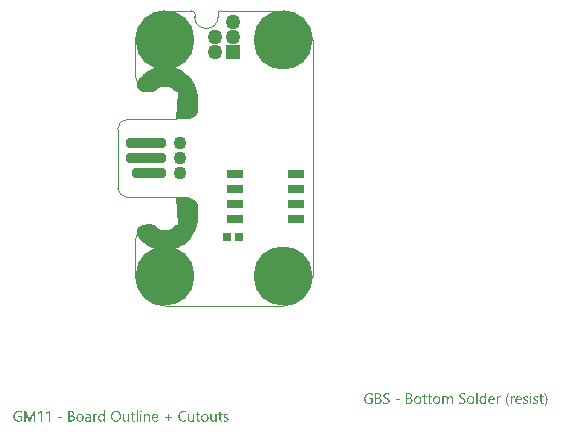
<source format=gbs>
G04*
G04 #@! TF.GenerationSoftware,Altium Limited,Altium Designer,22.11.1 (43)*
G04*
G04 Layer_Color=16711935*
%FSAX26Y26*%
%MOIN*%
G70*
G04*
G04 #@! TF.SameCoordinates,345A39FD-F609-404A-8C7F-D1080D3B892E*
G04*
G04*
G04 #@! TF.FilePolarity,Negative*
G04*
G01*
G75*
%ADD12C,0.003937*%
%ADD40C,0.043307*%
%ADD41C,0.196850*%
%ADD42C,0.049606*%
%ADD43R,0.049606X0.049606*%
G04:AMPARAMS|DCode=60|XSize=35.433mil|YSize=133.858mil|CornerRadius=13.819mil|HoleSize=0mil|Usage=FLASHONLY|Rotation=90.000|XOffset=0mil|YOffset=0mil|HoleType=Round|Shape=RoundedRectangle|*
%AMROUNDEDRECTD60*
21,1,0.035433,0.106221,0,0,90.0*
21,1,0.007795,0.133858,0,0,90.0*
1,1,0.027638,0.053110,0.003898*
1,1,0.027638,0.053110,-0.003898*
1,1,0.027638,-0.053110,-0.003898*
1,1,0.027638,-0.053110,0.003898*
%
%ADD60ROUNDEDRECTD60*%
G04:AMPARAMS|DCode=61|XSize=35.433mil|YSize=114.173mil|CornerRadius=13.819mil|HoleSize=0mil|Usage=FLASHONLY|Rotation=90.000|XOffset=0mil|YOffset=0mil|HoleType=Round|Shape=RoundedRectangle|*
%AMROUNDEDRECTD61*
21,1,0.035433,0.086535,0,0,90.0*
21,1,0.007795,0.114173,0,0,90.0*
1,1,0.027638,0.043268,0.003898*
1,1,0.027638,0.043268,-0.003898*
1,1,0.027638,-0.043268,-0.003898*
1,1,0.027638,-0.043268,0.003898*
%
%ADD61ROUNDEDRECTD61*%
%ADD65R,0.055118X0.027559*%
%ADD66R,0.025591X0.027559*%
G36*
X-00188035Y00306936D02*
X-00187442Y00306910D01*
X-00186843Y00306887D01*
X-00186776Y00306881D01*
X-00186710Y00306878D01*
X-00186114Y00306818D01*
X-00185523Y00306763D01*
X-00185459Y00306753D01*
X-00185392Y00306746D01*
X-00184803Y00306654D01*
X-00184213Y00306564D01*
X-00170316Y00304059D01*
X-00169725Y00303935D01*
X-00169148Y00303817D01*
X-00169084Y00303801D01*
X-00169019Y00303787D01*
X-00168437Y00303631D01*
X-00167866Y00303481D01*
X-00167804Y00303461D01*
X-00167739Y00303443D01*
X-00167168Y00303255D01*
X-00166605Y00303072D01*
X-00153298Y00298349D01*
X-00152734Y00298131D01*
X-00152184Y00297922D01*
X-00152124Y00297896D01*
X-00152061Y00297871D01*
X-00151512Y00297623D01*
X-00150974Y00297382D01*
X-00150915Y00297352D01*
X-00150854Y00297324D01*
X-00150321Y00297046D01*
X-00149795Y00296775D01*
X-00137429Y00289959D01*
X-00136920Y00289660D01*
X-00136399Y00289358D01*
X-00136343Y00289320D01*
X-00136286Y00289287D01*
X-00135794Y00288959D01*
X-00135292Y00288628D01*
X-00135238Y00288589D01*
X-00135183Y00288552D01*
X-00134709Y00288196D01*
X-00134227Y00287839D01*
X-00123128Y00279110D01*
X-00122670Y00278729D01*
X-00122209Y00278349D01*
X-00122160Y00278304D01*
X-00122109Y00278262D01*
X-00121674Y00277856D01*
X-00121235Y00277450D01*
X-00121189Y00277403D01*
X-00121140Y00277358D01*
X-00120727Y00276926D01*
X-00120312Y00276499D01*
X-00110773Y00266087D01*
X-00110380Y00265634D01*
X-00109990Y00265188D01*
X-00109949Y00265135D01*
X-00109906Y00265085D01*
X-00109543Y00264616D01*
X-00109174Y00264143D01*
X-00109136Y00264088D01*
X-00109095Y00264036D01*
X-00108763Y00263552D01*
X-00108418Y00263055D01*
X-00108130Y00262615D01*
X-00106205Y00260321D01*
X-00096561Y00243616D01*
X-00089964Y00225491D01*
X-00086614Y00206495D01*
X-00086614Y00196850D01*
X-00086614Y00196850D01*
X-00086614Y00166050D01*
X-00086614Y00162492D01*
X-00088003Y00155512D01*
X-00090726Y00148937D01*
X-00094680Y00143019D01*
X-00099712Y00137987D01*
X-00105630Y00134033D01*
X-00112205Y00131310D01*
X-00119185Y00129921D01*
X-00122743Y00129921D01*
X-00122743Y00129921D01*
X-00161202Y00129921D01*
X-00155039Y00220979D01*
X-00155204Y00221012D01*
X-00155812Y00221130D01*
X-00155867Y00221144D01*
X-00155922Y00221155D01*
X-00156505Y00221305D01*
X-00157097Y00221455D01*
X-00157151Y00221472D01*
X-00157206Y00221486D01*
X-00157778Y00221669D01*
X-00158361Y00221852D01*
X-00158415Y00221872D01*
X-00158468Y00221889D01*
X-00159028Y00222103D01*
X-00159602Y00222319D01*
X-00159654Y00222342D01*
X-00159707Y00222362D01*
X-00160258Y00222609D01*
X-00160814Y00222855D01*
X-00160864Y00222881D01*
X-00160916Y00222904D01*
X-00161465Y00223188D01*
X-00161994Y00223458D01*
X-00162042Y00223486D01*
X-00162094Y00223513D01*
X-00162620Y00223823D01*
X-00163139Y00224126D01*
X-00163187Y00224158D01*
X-00163235Y00224186D01*
X-00163738Y00224523D01*
X-00164245Y00224858D01*
X-00164290Y00224891D01*
X-00164337Y00224923D01*
X-00164827Y00225292D01*
X-00165307Y00225650D01*
X-00165350Y00225686D01*
X-00165396Y00225721D01*
X-00165855Y00226109D01*
X-00166324Y00226501D01*
X-00169823Y00229600D01*
X-00177149Y00234398D01*
X-00184728Y00237483D01*
X-00192759Y00239054D01*
X-00200941Y00239054D01*
X-00208972Y00237482D01*
X-00216551Y00234396D01*
X-00223877Y00229597D01*
X-00227375Y00226498D01*
X-00227726Y00226205D01*
X-00228065Y00225910D01*
X-00228131Y00225857D01*
X-00228231Y00225779D01*
X-00228311Y00225712D01*
X-00228332Y00225696D01*
X-00228382Y00225653D01*
X-00228788Y00225348D01*
X-00229179Y00225046D01*
X-00229311Y00224955D01*
X-00229442Y00224857D01*
X-00229863Y00224576D01*
X-00230271Y00224294D01*
X-00230409Y00224211D01*
X-00230544Y00224120D01*
X-00230976Y00223866D01*
X-00231404Y00223606D01*
X-00231547Y00223529D01*
X-00231686Y00223447D01*
X-00232128Y00223219D01*
X-00232573Y00222982D01*
X-00232722Y00222913D01*
X-00232864Y00222839D01*
X-00233319Y00222636D01*
X-00233776Y00222424D01*
X-00233927Y00222364D01*
X-00234074Y00222298D01*
X-00234542Y00222120D01*
X-00235008Y00221935D01*
X-00235162Y00221884D01*
X-00235313Y00221826D01*
X-00235789Y00221675D01*
X-00236265Y00221516D01*
X-00236422Y00221473D01*
X-00236576Y00221424D01*
X-00237060Y00221299D01*
X-00237544Y00221167D01*
X-00237702Y00221134D01*
X-00237859Y00221093D01*
X-00238349Y00220996D01*
X-00238841Y00220891D01*
X-00239003Y00220866D01*
X-00239160Y00220835D01*
X-00239651Y00220766D01*
X-00240151Y00220689D01*
X-00240313Y00220673D01*
X-00240472Y00220650D01*
X-00240965Y00220609D01*
X-00241470Y00220560D01*
X-00241635Y00220553D01*
X-00241793Y00220539D01*
X-00242288Y00220526D01*
X-00242794Y00220505D01*
X-00242957Y00220507D01*
X-00243118Y00220503D01*
X-00255905Y00220507D01*
X-00257421Y00220506D01*
X-00257902Y00220520D01*
X-00258386Y00220526D01*
X-00258567Y00220538D01*
X-00258747Y00220543D01*
X-00259223Y00220583D01*
X-00259709Y00220616D01*
X-00262743Y00220910D01*
X-00263223Y00220970D01*
X-00263700Y00221023D01*
X-00263878Y00221052D01*
X-00264059Y00221075D01*
X-00264531Y00221161D01*
X-00265007Y00221241D01*
X-00268000Y00221827D01*
X-00268468Y00221932D01*
X-00268941Y00222031D01*
X-00269116Y00222078D01*
X-00269293Y00222118D01*
X-00269756Y00222250D01*
X-00270221Y00222375D01*
X-00273143Y00223247D01*
X-00273602Y00223399D01*
X-00274060Y00223542D01*
X-00274231Y00223606D01*
X-00274402Y00223662D01*
X-00274848Y00223838D01*
X-00275301Y00224008D01*
X-00276687Y00224573D01*
X-00276688Y00224573D01*
X-00276690Y00224574D01*
X-00276713Y00224583D01*
X-00276772Y00224609D01*
X-00276835Y00224633D01*
X-00277367Y00224871D01*
X-00277902Y00225106D01*
X-00277916Y00225113D01*
X-00277926Y00225118D01*
X-00277984Y00225147D01*
X-00278045Y00225175D01*
X-00278554Y00225438D01*
X-00279084Y00225707D01*
X-00279096Y00225714D01*
X-00279107Y00225720D01*
X-00279165Y00225753D01*
X-00279223Y00225783D01*
X-00279723Y00226079D01*
X-00280230Y00226373D01*
X-00280241Y00226380D01*
X-00280253Y00226387D01*
X-00280307Y00226423D01*
X-00280364Y00226457D01*
X-00280854Y00226784D01*
X-00281337Y00227102D01*
X-00281347Y00227109D01*
X-00281359Y00227117D01*
X-00281412Y00227157D01*
X-00281466Y00227193D01*
X-00281933Y00227544D01*
X-00282401Y00227892D01*
X-00282413Y00227901D01*
X-00282423Y00227908D01*
X-00282472Y00227950D01*
X-00282526Y00227990D01*
X-00282967Y00228363D01*
X-00283420Y00228740D01*
X-00283430Y00228750D01*
X-00283440Y00228758D01*
X-00283488Y00228803D01*
X-00283538Y00228845D01*
X-00283961Y00229244D01*
X-00284389Y00229644D01*
X-00284398Y00229653D01*
X-00284408Y00229663D01*
X-00284454Y00229711D01*
X-00284502Y00229756D01*
X-00284502Y00229756D01*
X-00284909Y00230187D01*
X-00285306Y00230601D01*
X-00285315Y00230612D01*
X-00285324Y00230621D01*
X-00285367Y00230671D01*
X-00285412Y00230719D01*
X-00285788Y00231164D01*
X-00286168Y00231608D01*
X-00286176Y00231619D01*
X-00286185Y00231629D01*
X-00286226Y00231683D01*
X-00286267Y00231732D01*
X-00286617Y00232197D01*
X-00286972Y00232662D01*
X-00286980Y00232673D01*
X-00286988Y00232684D01*
X-00287025Y00232739D01*
X-00287065Y00232791D01*
X-00287391Y00233279D01*
X-00287716Y00233759D01*
X-00287723Y00233770D01*
X-00287731Y00233782D01*
X-00287764Y00233839D01*
X-00287801Y00233893D01*
X-00288102Y00234404D01*
X-00288397Y00234897D01*
X-00288403Y00234907D01*
X-00288410Y00234920D01*
X-00288441Y00234978D01*
X-00288474Y00235035D01*
X-00288748Y00235564D01*
X-00289014Y00236070D01*
X-00289019Y00236083D01*
X-00289025Y00236094D01*
X-00289052Y00236152D01*
X-00289083Y00236213D01*
X-00289326Y00236755D01*
X-00289563Y00237276D01*
X-00289568Y00237288D01*
X-00289574Y00237301D01*
X-00289597Y00237362D01*
X-00289624Y00237423D01*
X-00289834Y00237971D01*
X-00290044Y00238512D01*
X-00290049Y00238525D01*
X-00290053Y00238537D01*
X-00290073Y00238598D01*
X-00290097Y00238661D01*
X-00290276Y00239222D01*
X-00290455Y00239772D01*
X-00290458Y00239784D01*
X-00290463Y00239798D01*
X-00290479Y00239861D01*
X-00290499Y00239924D01*
X-00290648Y00240501D01*
X-00290652Y00240516D01*
X-00290795Y00241053D01*
X-00290797Y00241063D01*
X-00290801Y00241079D01*
X-00290814Y00241144D01*
X-00290830Y00241207D01*
X-00290948Y00241798D01*
X-00291062Y00242351D01*
X-00291064Y00242364D01*
X-00291067Y00242378D01*
X-00291076Y00242441D01*
X-00291089Y00242507D01*
X-00291174Y00243108D01*
X-00291256Y00243663D01*
X-00291257Y00243674D01*
X-00291259Y00243689D01*
X-00291265Y00243754D01*
X-00291274Y00243820D01*
X-00291324Y00244412D01*
X-00291327Y00244443D01*
X-00291376Y00244983D01*
X-00291377Y00244994D01*
X-00291378Y00245010D01*
X-00291380Y00245076D01*
X-00291386Y00245141D01*
X-00291403Y00245742D01*
X-00291422Y00246307D01*
X-00291422Y00246320D01*
X-00291423Y00246334D01*
X-00291421Y00246398D01*
X-00291423Y00246466D01*
X-00291406Y00247066D01*
X-00291394Y00247633D01*
X-00291393Y00247645D01*
X-00291393Y00247660D01*
X-00291388Y00247725D01*
X-00291386Y00247791D01*
X-00291336Y00248384D01*
X-00291291Y00248954D01*
X-00291290Y00248967D01*
X-00291289Y00248981D01*
X-00291280Y00249045D01*
X-00291274Y00249112D01*
X-00291190Y00249712D01*
X-00291115Y00250268D01*
X-00291113Y00250279D01*
X-00291111Y00250294D01*
X-00291099Y00250357D01*
X-00291089Y00250424D01*
X-00290971Y00251020D01*
X-00290969Y00251029D01*
X-00290865Y00251570D01*
X-00290862Y00251581D01*
X-00290859Y00251596D01*
X-00290844Y00251659D01*
X-00290830Y00251724D01*
X-00290681Y00252304D01*
X-00290674Y00252330D01*
X-00290543Y00252856D01*
X-00290539Y00252866D01*
X-00290536Y00252881D01*
X-00290516Y00252944D01*
X-00290499Y00253008D01*
X-00290317Y00253582D01*
X-00290149Y00254121D01*
X-00290144Y00254133D01*
X-00290140Y00254146D01*
X-00290118Y00254206D01*
X-00290097Y00254271D01*
X-00289881Y00254836D01*
X-00289684Y00255363D01*
X-00289680Y00255373D01*
X-00289674Y00255387D01*
X-00289648Y00255447D01*
X-00289624Y00255509D01*
X-00289377Y00256062D01*
X-00289151Y00256576D01*
X-00289145Y00256587D01*
X-00289139Y00256600D01*
X-00289110Y00256657D01*
X-00289083Y00256719D01*
X-00288804Y00257258D01*
X-00288550Y00257758D01*
X-00288544Y00257769D01*
X-00288538Y00257781D01*
X-00288505Y00257837D01*
X-00288474Y00257897D01*
X-00288165Y00258422D01*
X-00287885Y00258904D01*
X-00287878Y00258913D01*
X-00287870Y00258927D01*
X-00287835Y00258980D01*
X-00287801Y00259038D01*
X-00287463Y00259544D01*
X-00287450Y00259564D01*
X-00287156Y00260011D01*
X-00287143Y00260029D01*
X-00287140Y00260033D01*
X-00287137Y00260037D01*
X-00283109Y00265796D01*
X-00282752Y00266276D01*
X-00282400Y00266757D01*
X-00282358Y00266808D01*
X-00282319Y00266861D01*
X-00281936Y00267320D01*
X-00281558Y00267780D01*
X-00281513Y00267828D01*
X-00281470Y00267879D01*
X-00281065Y00268313D01*
X-00280659Y00268754D01*
X-00270798Y00278861D01*
X-00270371Y00279274D01*
X-00269943Y00279693D01*
X-00269892Y00279738D01*
X-00269846Y00279783D01*
X-00269395Y00280174D01*
X-00268946Y00280566D01*
X-00268895Y00280606D01*
X-00268844Y00280651D01*
X-00268364Y00281021D01*
X-00267901Y00281382D01*
X-00256534Y00289759D01*
X-00256053Y00290092D01*
X-00255556Y00290442D01*
X-00255498Y00290478D01*
X-00255445Y00290514D01*
X-00254939Y00290825D01*
X-00254430Y00291142D01*
X-00254373Y00291173D01*
X-00254315Y00291208D01*
X-00253789Y00291492D01*
X-00253267Y00291778D01*
X-00240693Y00298202D01*
X-00240153Y00298459D01*
X-00239618Y00298718D01*
X-00239557Y00298743D01*
X-00239496Y00298772D01*
X-00238944Y00298998D01*
X-00238393Y00299226D01*
X-00238331Y00299248D01*
X-00238269Y00299274D01*
X-00237709Y00299467D01*
X-00237143Y00299666D01*
X-00223694Y00303969D01*
X-00223123Y00304134D01*
X-00222549Y00304303D01*
X-00222483Y00304319D01*
X-00222421Y00304337D01*
X-00221837Y00304471D01*
X-00221259Y00304607D01*
X-00221195Y00304618D01*
X-00221129Y00304634D01*
X-00220538Y00304735D01*
X-00219953Y00304838D01*
X-00205985Y00306906D01*
X-00205389Y00306977D01*
X-00204801Y00307051D01*
X-00204736Y00307055D01*
X-00204669Y00307063D01*
X-00204068Y00307101D01*
X-00203479Y00307141D01*
X-00203412Y00307142D01*
X-00203346Y00307146D01*
X-00202753Y00307150D01*
X-00202153Y00307158D01*
X-00188035Y00306936D01*
X-00188035Y00306936D02*
G37*
G36*
X-00122743Y-00129922D02*
X-00119185Y-00129921D01*
X-00112205Y-00131310D01*
X-00105630Y-00134033D01*
X-00099712Y-00137987D01*
X-00094680Y-00143019D01*
X-00090726Y-00148937D01*
X-00088003Y-00155512D01*
X-00086614Y-00162492D01*
X-00086614Y-00166050D01*
X-00086614Y-00196850D01*
X-00086614Y-00196851D01*
X-00086614Y-00206495D01*
X-00089964Y-00225491D01*
X-00096561Y-00243616D01*
X-00106205Y-00260321D01*
X-00108130Y-00262615D01*
X-00108418Y-00263055D01*
X-00108763Y-00263552D01*
X-00109095Y-00264036D01*
X-00109136Y-00264088D01*
X-00109174Y-00264143D01*
X-00109543Y-00264616D01*
X-00109906Y-00265085D01*
X-00109949Y-00265135D01*
X-00109990Y-00265188D01*
X-00110380Y-00265634D01*
X-00110773Y-00266087D01*
X-00120312Y-00276499D01*
X-00120727Y-00276926D01*
X-00121140Y-00277358D01*
X-00121189Y-00277403D01*
X-00121235Y-00277450D01*
X-00121674Y-00277856D01*
X-00122109Y-00278262D01*
X-00122160Y-00278304D01*
X-00122209Y-00278349D01*
X-00122670Y-00278729D01*
X-00123128Y-00279110D01*
X-00134227Y-00287839D01*
X-00134709Y-00288196D01*
X-00135183Y-00288552D01*
X-00135238Y-00288589D01*
X-00135292Y-00288629D01*
X-00135794Y-00288959D01*
X-00136286Y-00289287D01*
X-00136343Y-00289320D01*
X-00136399Y-00289358D01*
X-00136920Y-00289660D01*
X-00137429Y-00289959D01*
X-00149795Y-00296775D01*
X-00150321Y-00297046D01*
X-00150854Y-00297325D01*
X-00150915Y-00297352D01*
X-00150974Y-00297382D01*
X-00151512Y-00297623D01*
X-00152061Y-00297871D01*
X-00152124Y-00297896D01*
X-00152184Y-00297922D01*
X-00152734Y-00298132D01*
X-00153298Y-00298350D01*
X-00166605Y-00303073D01*
X-00167168Y-00303255D01*
X-00167739Y-00303443D01*
X-00167804Y-00303461D01*
X-00167866Y-00303481D01*
X-00168437Y-00303631D01*
X-00169019Y-00303787D01*
X-00169084Y-00303801D01*
X-00169148Y-00303818D01*
X-00169725Y-00303935D01*
X-00170316Y-00304059D01*
X-00184213Y-00306564D01*
X-00184803Y-00306654D01*
X-00185392Y-00306746D01*
X-00185459Y-00306753D01*
X-00185523Y-00306763D01*
X-00186114Y-00306819D01*
X-00186710Y-00306878D01*
X-00186776Y-00306881D01*
X-00186843Y-00306887D01*
X-00187442Y-00306910D01*
X-00188035Y-00306936D01*
X-00202153Y-00307158D01*
X-00202753Y-00307151D01*
X-00203346Y-00307147D01*
X-00203412Y-00307142D01*
X-00203479Y-00307142D01*
X-00204068Y-00307101D01*
X-00204669Y-00307063D01*
X-00204736Y-00307055D01*
X-00204801Y-00307051D01*
X-00205389Y-00306977D01*
X-00205985Y-00306906D01*
X-00219953Y-00304838D01*
X-00220538Y-00304735D01*
X-00221129Y-00304634D01*
X-00221195Y-00304618D01*
X-00221259Y-00304607D01*
X-00221837Y-00304471D01*
X-00222421Y-00304337D01*
X-00222483Y-00304319D01*
X-00222549Y-00304303D01*
X-00223123Y-00304134D01*
X-00223694Y-00303969D01*
X-00237143Y-00299666D01*
X-00237709Y-00299467D01*
X-00238269Y-00299274D01*
X-00238331Y-00299249D01*
X-00238393Y-00299226D01*
X-00238944Y-00298998D01*
X-00239496Y-00298772D01*
X-00239557Y-00298743D01*
X-00239618Y-00298718D01*
X-00240153Y-00298459D01*
X-00240693Y-00298202D01*
X-00253267Y-00291778D01*
X-00253789Y-00291492D01*
X-00254315Y-00291209D01*
X-00254373Y-00291173D01*
X-00254430Y-00291142D01*
X-00254939Y-00290825D01*
X-00255445Y-00290515D01*
X-00255498Y-00290478D01*
X-00255556Y-00290442D01*
X-00256053Y-00290092D01*
X-00256534Y-00289759D01*
X-00267901Y-00281382D01*
X-00268364Y-00281021D01*
X-00268844Y-00280651D01*
X-00268895Y-00280606D01*
X-00268946Y-00280567D01*
X-00269395Y-00280174D01*
X-00269846Y-00279783D01*
X-00269892Y-00279738D01*
X-00269943Y-00279693D01*
X-00270371Y-00279274D01*
X-00270798Y-00278861D01*
X-00280659Y-00268754D01*
X-00281065Y-00268313D01*
X-00281470Y-00267879D01*
X-00281513Y-00267828D01*
X-00281558Y-00267780D01*
X-00281936Y-00267320D01*
X-00282319Y-00266861D01*
X-00282358Y-00266808D01*
X-00282400Y-00266757D01*
X-00282752Y-00266276D01*
X-00283109Y-00265796D01*
X-00287137Y-00260037D01*
X-00287140Y-00260033D01*
X-00287143Y-00260029D01*
X-00287156Y-00260011D01*
X-00287450Y-00259564D01*
X-00287463Y-00259544D01*
X-00287801Y-00259038D01*
X-00287835Y-00258981D01*
X-00287870Y-00258927D01*
X-00287878Y-00258914D01*
X-00287885Y-00258904D01*
X-00288165Y-00258422D01*
X-00288474Y-00257897D01*
X-00288505Y-00257837D01*
X-00288538Y-00257781D01*
X-00288544Y-00257769D01*
X-00288550Y-00257758D01*
X-00288804Y-00257258D01*
X-00289083Y-00256719D01*
X-00289110Y-00256657D01*
X-00289139Y-00256600D01*
X-00289145Y-00256587D01*
X-00289151Y-00256576D01*
X-00289377Y-00256062D01*
X-00289624Y-00255509D01*
X-00289648Y-00255447D01*
X-00289674Y-00255387D01*
X-00289680Y-00255373D01*
X-00289684Y-00255363D01*
X-00289881Y-00254836D01*
X-00290097Y-00254271D01*
X-00290118Y-00254206D01*
X-00290140Y-00254147D01*
X-00290144Y-00254133D01*
X-00290149Y-00254121D01*
X-00290317Y-00253582D01*
X-00290499Y-00253008D01*
X-00290516Y-00252944D01*
X-00290536Y-00252881D01*
X-00290539Y-00252866D01*
X-00290543Y-00252856D01*
X-00290674Y-00252330D01*
X-00290681Y-00252304D01*
X-00290830Y-00251724D01*
X-00290844Y-00251659D01*
X-00290859Y-00251596D01*
X-00290862Y-00251581D01*
X-00290865Y-00251570D01*
X-00290969Y-00251029D01*
X-00290971Y-00251021D01*
X-00291089Y-00250424D01*
X-00291099Y-00250358D01*
X-00291111Y-00250294D01*
X-00291113Y-00250279D01*
X-00291115Y-00250268D01*
X-00291190Y-00249712D01*
X-00291274Y-00249112D01*
X-00291280Y-00249045D01*
X-00291289Y-00248981D01*
X-00291290Y-00248967D01*
X-00291291Y-00248954D01*
X-00291336Y-00248384D01*
X-00291386Y-00247791D01*
X-00291388Y-00247725D01*
X-00291393Y-00247660D01*
X-00291393Y-00247645D01*
X-00291394Y-00247633D01*
X-00291406Y-00247066D01*
X-00291423Y-00246466D01*
X-00291421Y-00246398D01*
X-00291423Y-00246334D01*
X-00291422Y-00246320D01*
X-00291422Y-00246308D01*
X-00291403Y-00245742D01*
X-00291386Y-00245141D01*
X-00291380Y-00245076D01*
X-00291378Y-00245010D01*
X-00291377Y-00244994D01*
X-00291376Y-00244983D01*
X-00291327Y-00244443D01*
X-00291324Y-00244412D01*
X-00291274Y-00243820D01*
X-00291265Y-00243755D01*
X-00291259Y-00243689D01*
X-00291257Y-00243674D01*
X-00291256Y-00243663D01*
X-00291174Y-00243108D01*
X-00291089Y-00242507D01*
X-00291076Y-00242441D01*
X-00291067Y-00242378D01*
X-00291064Y-00242364D01*
X-00291062Y-00242351D01*
X-00290948Y-00241798D01*
X-00290830Y-00241207D01*
X-00290814Y-00241144D01*
X-00290801Y-00241079D01*
X-00290797Y-00241063D01*
X-00290795Y-00241053D01*
X-00290652Y-00240516D01*
X-00290648Y-00240501D01*
X-00290499Y-00239924D01*
X-00290479Y-00239861D01*
X-00290463Y-00239798D01*
X-00290458Y-00239784D01*
X-00290455Y-00239772D01*
X-00290276Y-00239222D01*
X-00290097Y-00238661D01*
X-00290073Y-00238599D01*
X-00290053Y-00238537D01*
X-00290049Y-00238525D01*
X-00290044Y-00238512D01*
X-00289834Y-00237971D01*
X-00289624Y-00237423D01*
X-00289597Y-00237362D01*
X-00289574Y-00237301D01*
X-00289568Y-00237288D01*
X-00289563Y-00237276D01*
X-00289326Y-00236755D01*
X-00289083Y-00236213D01*
X-00289052Y-00236152D01*
X-00289025Y-00236094D01*
X-00289019Y-00236083D01*
X-00289014Y-00236070D01*
X-00288748Y-00235564D01*
X-00288474Y-00235035D01*
X-00288441Y-00234978D01*
X-00288410Y-00234920D01*
X-00288403Y-00234907D01*
X-00288397Y-00234897D01*
X-00288102Y-00234404D01*
X-00287801Y-00233893D01*
X-00287764Y-00233839D01*
X-00287731Y-00233782D01*
X-00287723Y-00233770D01*
X-00287716Y-00233759D01*
X-00287391Y-00233280D01*
X-00287065Y-00232791D01*
X-00287025Y-00232739D01*
X-00286988Y-00232684D01*
X-00286980Y-00232673D01*
X-00286972Y-00232662D01*
X-00286617Y-00232197D01*
X-00286267Y-00231732D01*
X-00286226Y-00231683D01*
X-00286185Y-00231629D01*
X-00286176Y-00231619D01*
X-00286168Y-00231608D01*
X-00285788Y-00231164D01*
X-00285412Y-00230719D01*
X-00285367Y-00230671D01*
X-00285324Y-00230621D01*
X-00285315Y-00230612D01*
X-00285306Y-00230601D01*
X-00284909Y-00230187D01*
X-00284502Y-00229756D01*
X-00284502Y-00229756D01*
X-00284454Y-00229711D01*
X-00284408Y-00229663D01*
X-00284398Y-00229654D01*
X-00284389Y-00229644D01*
X-00283961Y-00229245D01*
X-00283538Y-00228845D01*
X-00283488Y-00228803D01*
X-00283440Y-00228758D01*
X-00283430Y-00228750D01*
X-00283420Y-00228740D01*
X-00282967Y-00228363D01*
X-00282526Y-00227990D01*
X-00282472Y-00227950D01*
X-00282423Y-00227909D01*
X-00282413Y-00227901D01*
X-00282401Y-00227892D01*
X-00281933Y-00227544D01*
X-00281466Y-00227193D01*
X-00281412Y-00227157D01*
X-00281359Y-00227117D01*
X-00281347Y-00227109D01*
X-00281337Y-00227102D01*
X-00280854Y-00226784D01*
X-00280364Y-00226457D01*
X-00280307Y-00226423D01*
X-00280253Y-00226387D01*
X-00280241Y-00226380D01*
X-00280230Y-00226373D01*
X-00279723Y-00226079D01*
X-00279223Y-00225783D01*
X-00279165Y-00225753D01*
X-00279107Y-00225720D01*
X-00279096Y-00225714D01*
X-00279084Y-00225707D01*
X-00278554Y-00225438D01*
X-00278045Y-00225175D01*
X-00277984Y-00225148D01*
X-00277926Y-00225118D01*
X-00277916Y-00225113D01*
X-00277902Y-00225107D01*
X-00277367Y-00224871D01*
X-00276835Y-00224633D01*
X-00276772Y-00224609D01*
X-00276713Y-00224583D01*
X-00276690Y-00224574D01*
X-00276688Y-00224573D01*
X-00276687Y-00224573D01*
X-00275301Y-00224008D01*
X-00274848Y-00223838D01*
X-00274402Y-00223662D01*
X-00274231Y-00223606D01*
X-00274060Y-00223542D01*
X-00273602Y-00223399D01*
X-00273143Y-00223248D01*
X-00270221Y-00222375D01*
X-00269756Y-00222250D01*
X-00269293Y-00222118D01*
X-00269116Y-00222078D01*
X-00268941Y-00222031D01*
X-00268468Y-00221932D01*
X-00268000Y-00221827D01*
X-00265007Y-00221241D01*
X-00264531Y-00221161D01*
X-00264059Y-00221075D01*
X-00263878Y-00221053D01*
X-00263700Y-00221023D01*
X-00263223Y-00220970D01*
X-00262743Y-00220910D01*
X-00259709Y-00220616D01*
X-00259223Y-00220583D01*
X-00258747Y-00220543D01*
X-00258567Y-00220538D01*
X-00258386Y-00220526D01*
X-00257902Y-00220520D01*
X-00257421Y-00220506D01*
X-00255905Y-00220507D01*
X-00243118Y-00220503D01*
X-00242957Y-00220507D01*
X-00242794Y-00220505D01*
X-00242292Y-00220525D01*
X-00241793Y-00220539D01*
X-00241633Y-00220553D01*
X-00241470Y-00220560D01*
X-00240967Y-00220609D01*
X-00240472Y-00220650D01*
X-00240313Y-00220673D01*
X-00240151Y-00220689D01*
X-00239654Y-00220766D01*
X-00239160Y-00220835D01*
X-00239001Y-00220867D01*
X-00238841Y-00220891D01*
X-00238349Y-00220996D01*
X-00237860Y-00221093D01*
X-00237704Y-00221133D01*
X-00237544Y-00221167D01*
X-00237057Y-00221300D01*
X-00236576Y-00221424D01*
X-00236423Y-00221473D01*
X-00236265Y-00221516D01*
X-00235789Y-00221675D01*
X-00235313Y-00221826D01*
X-00235161Y-00221884D01*
X-00235008Y-00221935D01*
X-00234543Y-00222120D01*
X-00234074Y-00222298D01*
X-00233926Y-00222364D01*
X-00233776Y-00222424D01*
X-00233321Y-00222635D01*
X-00232864Y-00222839D01*
X-00232721Y-00222913D01*
X-00232573Y-00222982D01*
X-00232131Y-00223218D01*
X-00231686Y-00223447D01*
X-00231547Y-00223530D01*
X-00231404Y-00223606D01*
X-00230976Y-00223866D01*
X-00230544Y-00224120D01*
X-00230409Y-00224211D01*
X-00230271Y-00224294D01*
X-00229863Y-00224575D01*
X-00229442Y-00224856D01*
X-00229310Y-00224955D01*
X-00229179Y-00225046D01*
X-00228787Y-00225349D01*
X-00228383Y-00225653D01*
X-00228332Y-00225696D01*
X-00228311Y-00225712D01*
X-00228232Y-00225778D01*
X-00228131Y-00225857D01*
X-00228065Y-00225910D01*
X-00227722Y-00226208D01*
X-00227375Y-00226498D01*
X-00223877Y-00229597D01*
X-00216551Y-00234396D01*
X-00208972Y-00237482D01*
X-00200941Y-00239054D01*
X-00192759Y-00239054D01*
X-00184728Y-00237483D01*
X-00177149Y-00234398D01*
X-00169823Y-00229600D01*
X-00166324Y-00226501D01*
X-00165860Y-00226113D01*
X-00165396Y-00225721D01*
X-00165350Y-00225686D01*
X-00165307Y-00225650D01*
X-00164826Y-00225291D01*
X-00164337Y-00224923D01*
X-00164290Y-00224892D01*
X-00164245Y-00224858D01*
X-00163736Y-00224521D01*
X-00163235Y-00224187D01*
X-00163187Y-00224158D01*
X-00163139Y-00224126D01*
X-00162625Y-00223826D01*
X-00162094Y-00223513D01*
X-00162041Y-00223485D01*
X-00161994Y-00223458D01*
X-00161465Y-00223188D01*
X-00160916Y-00222904D01*
X-00160865Y-00222881D01*
X-00160814Y-00222855D01*
X-00160248Y-00222605D01*
X-00159707Y-00222362D01*
X-00159655Y-00222343D01*
X-00159602Y-00222319D01*
X-00159017Y-00222099D01*
X-00158468Y-00221889D01*
X-00158416Y-00221873D01*
X-00158361Y-00221852D01*
X-00157776Y-00221668D01*
X-00157206Y-00221486D01*
X-00157150Y-00221472D01*
X-00157097Y-00221455D01*
X-00156511Y-00221307D01*
X-00155922Y-00221155D01*
X-00155867Y-00221144D01*
X-00155812Y-00221130D01*
X-00155208Y-00221012D01*
X-00155039Y-00220979D01*
X-00161202Y-00129921D01*
X-00122743Y-00129921D01*
X-00122743Y-00129922D01*
X-00122743Y-00129922D02*
G37*
G36*
X01022586Y-00781686D02*
X01022864Y-00781748D01*
X01023142Y-00781841D01*
X01023451Y-00781995D01*
X01023760Y-00782181D01*
X01024069Y-00782428D01*
X01024100Y-00782459D01*
X01024193Y-00782552D01*
X01024316Y-00782706D01*
X01024471Y-00782922D01*
X01024594Y-00783200D01*
X01024718Y-00783509D01*
X01024811Y-00783880D01*
X01024841Y-00784282D01*
X01024841Y-00784344D01*
X01024841Y-00784467D01*
X01024811Y-00784653D01*
X01024749Y-00784931D01*
X01024656Y-00785209D01*
X01024502Y-00785518D01*
X01024316Y-00785827D01*
X01024069Y-00786136D01*
X01024038Y-00786167D01*
X01023945Y-00786260D01*
X01023760Y-00786383D01*
X01023544Y-00786507D01*
X01023265Y-00786630D01*
X01022957Y-00786754D01*
X01022617Y-00786847D01*
X01022215Y-00786878D01*
X01022029Y-00786878D01*
X01021844Y-00786847D01*
X01021566Y-00786785D01*
X01021288Y-00786692D01*
X01020979Y-00786568D01*
X01020670Y-00786414D01*
X01020361Y-00786167D01*
X01020330Y-00786136D01*
X01020237Y-00786043D01*
X01020114Y-00785858D01*
X01019990Y-00785641D01*
X01019866Y-00785394D01*
X01019743Y-00785054D01*
X01019650Y-00784684D01*
X01019619Y-00784282D01*
X01019619Y-00784220D01*
X01019619Y-00784096D01*
X01019650Y-00783880D01*
X01019712Y-00783633D01*
X01019805Y-00783324D01*
X01019928Y-00783015D01*
X01020114Y-00782706D01*
X01020361Y-00782428D01*
X01020392Y-00782397D01*
X01020485Y-00782304D01*
X01020670Y-00782181D01*
X01020886Y-00782026D01*
X01021164Y-00781903D01*
X01021473Y-00781779D01*
X01021813Y-00781686D01*
X01022215Y-00781655D01*
X01022400Y-00781655D01*
X01022586Y-00781686D01*
X01022586Y-00781686D02*
G37*
G36*
X00796799Y-00782644D02*
X00797232Y-00782644D01*
X00797726Y-00782675D01*
X00798283Y-00782706D01*
X00798870Y-00782768D01*
X00800106Y-00782922D01*
X00801342Y-00783139D01*
X00801960Y-00783293D01*
X00802516Y-00783448D01*
X00803072Y-00783664D01*
X00803536Y-00783880D01*
X00803536Y-00788515D01*
X00803505Y-00788484D01*
X00803381Y-00788423D01*
X00803227Y-00788330D01*
X00802979Y-00788175D01*
X00802670Y-00788021D01*
X00802300Y-00787835D01*
X00801867Y-00787619D01*
X00801373Y-00787434D01*
X00800816Y-00787217D01*
X00800198Y-00787032D01*
X00799549Y-00786847D01*
X00798839Y-00786692D01*
X00798097Y-00786538D01*
X00797294Y-00786445D01*
X00796429Y-00786383D01*
X00795533Y-00786352D01*
X00795038Y-00786352D01*
X00794698Y-00786383D01*
X00794297Y-00786414D01*
X00793833Y-00786476D01*
X00793339Y-00786538D01*
X00792844Y-00786630D01*
X00792782Y-00786630D01*
X00792628Y-00786692D01*
X00792381Y-00786754D01*
X00792041Y-00786847D01*
X00791670Y-00786970D01*
X00791268Y-00787125D01*
X00790836Y-00787341D01*
X00790434Y-00787557D01*
X00790403Y-00787588D01*
X00790249Y-00787681D01*
X00790063Y-00787804D01*
X00789816Y-00787990D01*
X00789569Y-00788237D01*
X00789260Y-00788515D01*
X00788982Y-00788824D01*
X00788735Y-00789195D01*
X00788704Y-00789226D01*
X00788642Y-00789380D01*
X00788518Y-00789597D01*
X00788426Y-00789875D01*
X00788302Y-00790215D01*
X00788178Y-00790647D01*
X00788116Y-00791111D01*
X00788086Y-00791636D01*
X00788086Y-00791698D01*
X00788086Y-00791852D01*
X00788116Y-00792130D01*
X00788147Y-00792439D01*
X00788209Y-00792810D01*
X00788302Y-00793212D01*
X00788426Y-00793614D01*
X00788580Y-00793985D01*
X00788611Y-00794015D01*
X00788673Y-00794139D01*
X00788796Y-00794324D01*
X00788951Y-00794572D01*
X00789167Y-00794850D01*
X00789414Y-00795159D01*
X00789723Y-00795468D01*
X00790063Y-00795777D01*
X00790094Y-00795808D01*
X00790249Y-00795900D01*
X00790465Y-00796086D01*
X00790743Y-00796271D01*
X00791083Y-00796518D01*
X00791485Y-00796765D01*
X00791948Y-00797074D01*
X00792442Y-00797353D01*
X00792473Y-00797353D01*
X00792504Y-00797384D01*
X00792690Y-00797476D01*
X00792999Y-00797631D01*
X00793370Y-00797847D01*
X00793864Y-00798063D01*
X00794420Y-00798341D01*
X00795038Y-00798650D01*
X00795687Y-00798990D01*
X00795718Y-00798990D01*
X00795780Y-00799021D01*
X00795872Y-00799083D01*
X00795996Y-00799145D01*
X00796181Y-00799237D01*
X00796367Y-00799330D01*
X00796830Y-00799577D01*
X00797386Y-00799886D01*
X00798005Y-00800226D01*
X00798622Y-00800566D01*
X00799271Y-00800968D01*
X00799302Y-00800968D01*
X00799333Y-00800999D01*
X00799426Y-00801061D01*
X00799549Y-00801153D01*
X00799889Y-00801370D01*
X00800291Y-00801648D01*
X00800755Y-00801988D01*
X00801249Y-00802358D01*
X00801743Y-00802791D01*
X00802238Y-00803255D01*
X00802300Y-00803316D01*
X00802454Y-00803471D01*
X00802670Y-00803718D01*
X00802979Y-00804058D01*
X00803288Y-00804460D01*
X00803628Y-00804923D01*
X00803937Y-00805448D01*
X00804246Y-00806005D01*
X00804246Y-00806035D01*
X00804277Y-00806066D01*
X00804308Y-00806159D01*
X00804370Y-00806283D01*
X00804494Y-00806592D01*
X00804648Y-00806993D01*
X00804772Y-00807519D01*
X00804895Y-00808106D01*
X00804988Y-00808755D01*
X00805019Y-00809465D01*
X00805019Y-00809496D01*
X00805019Y-00809589D01*
X00805019Y-00809713D01*
X00805019Y-00809898D01*
X00804988Y-00810114D01*
X00804957Y-00810392D01*
X00804926Y-00810670D01*
X00804895Y-00810980D01*
X00804772Y-00811690D01*
X00804586Y-00812432D01*
X00804339Y-00813173D01*
X00803999Y-00813884D01*
X00803999Y-00813915D01*
X00803968Y-00813977D01*
X00803906Y-00814069D01*
X00803814Y-00814193D01*
X00803597Y-00814502D01*
X00803288Y-00814935D01*
X00802887Y-00815398D01*
X00802423Y-00815893D01*
X00801867Y-00816356D01*
X00801249Y-00816820D01*
X00801218Y-00816820D01*
X00801156Y-00816881D01*
X00801064Y-00816912D01*
X00800940Y-00817005D01*
X00800785Y-00817098D01*
X00800569Y-00817190D01*
X00800106Y-00817438D01*
X00799519Y-00817685D01*
X00798839Y-00817963D01*
X00798097Y-00818210D01*
X00797263Y-00818426D01*
X00797232Y-00818426D01*
X00797170Y-00818457D01*
X00797047Y-00818457D01*
X00796861Y-00818488D01*
X00796676Y-00818550D01*
X00796429Y-00818581D01*
X00796150Y-00818612D01*
X00795811Y-00818674D01*
X00795100Y-00818766D01*
X00794297Y-00818828D01*
X00793431Y-00818890D01*
X00792504Y-00818921D01*
X00792164Y-00818921D01*
X00791948Y-00818890D01*
X00791639Y-00818890D01*
X00791268Y-00818859D01*
X00790867Y-00818828D01*
X00790434Y-00818766D01*
X00790372Y-00818766D01*
X00790218Y-00818735D01*
X00789971Y-00818705D01*
X00789662Y-00818674D01*
X00789291Y-00818612D01*
X00788858Y-00818550D01*
X00788426Y-00818488D01*
X00787931Y-00818395D01*
X00787869Y-00818395D01*
X00787715Y-00818365D01*
X00787468Y-00818303D01*
X00787159Y-00818210D01*
X00786788Y-00818148D01*
X00786386Y-00818025D01*
X00785521Y-00817778D01*
X00785459Y-00817747D01*
X00785336Y-00817716D01*
X00785119Y-00817623D01*
X00784872Y-00817530D01*
X00784594Y-00817407D01*
X00784285Y-00817252D01*
X00783976Y-00817098D01*
X00783698Y-00816912D01*
X00783698Y-00812061D01*
X00783729Y-00812092D01*
X00783852Y-00812185D01*
X00784038Y-00812339D01*
X00784254Y-00812494D01*
X00784563Y-00812710D01*
X00784903Y-00812926D01*
X00785274Y-00813173D01*
X00785706Y-00813390D01*
X00785768Y-00813421D01*
X00785923Y-00813482D01*
X00786139Y-00813606D01*
X00786448Y-00813730D01*
X00786819Y-00813884D01*
X00787220Y-00814069D01*
X00787684Y-00814255D01*
X00788147Y-00814409D01*
X00788209Y-00814440D01*
X00788364Y-00814471D01*
X00788642Y-00814533D01*
X00788951Y-00814626D01*
X00789352Y-00814749D01*
X00789785Y-00814842D01*
X00790743Y-00815027D01*
X00790805Y-00815027D01*
X00790959Y-00815058D01*
X00791207Y-00815089D01*
X00791546Y-00815120D01*
X00791917Y-00815182D01*
X00792319Y-00815213D01*
X00793153Y-00815244D01*
X00793524Y-00815244D01*
X00793771Y-00815213D01*
X00794080Y-00815213D01*
X00794451Y-00815182D01*
X00794853Y-00815120D01*
X00795285Y-00815058D01*
X00796212Y-00814904D01*
X00797139Y-00814657D01*
X00798035Y-00814317D01*
X00798437Y-00814100D01*
X00798808Y-00813853D01*
X00798839Y-00813822D01*
X00798901Y-00813791D01*
X00798993Y-00813699D01*
X00799117Y-00813575D01*
X00799240Y-00813452D01*
X00799395Y-00813266D01*
X00799580Y-00813050D01*
X00799766Y-00812803D01*
X00799920Y-00812524D01*
X00800106Y-00812246D01*
X00800415Y-00811536D01*
X00800507Y-00811134D01*
X00800600Y-00810701D01*
X00800662Y-00810269D01*
X00800693Y-00809774D01*
X00800693Y-00809744D01*
X00800693Y-00809713D01*
X00800693Y-00809527D01*
X00800662Y-00809280D01*
X00800631Y-00808940D01*
X00800538Y-00808538D01*
X00800446Y-00808137D01*
X00800291Y-00807704D01*
X00800075Y-00807302D01*
X00800044Y-00807241D01*
X00799951Y-00807117D01*
X00799828Y-00806932D01*
X00799642Y-00806654D01*
X00799395Y-00806375D01*
X00799086Y-00806035D01*
X00798746Y-00805726D01*
X00798344Y-00805387D01*
X00798283Y-00805356D01*
X00798159Y-00805232D01*
X00797912Y-00805047D01*
X00797603Y-00804830D01*
X00797201Y-00804583D01*
X00796769Y-00804305D01*
X00796274Y-00803996D01*
X00795718Y-00803718D01*
X00795687Y-00803718D01*
X00795656Y-00803687D01*
X00795563Y-00803625D01*
X00795471Y-00803563D01*
X00795162Y-00803409D01*
X00794760Y-00803193D01*
X00794266Y-00802946D01*
X00793709Y-00802667D01*
X00793122Y-00802358D01*
X00792473Y-00802019D01*
X00792442Y-00802019D01*
X00792381Y-00801988D01*
X00792288Y-00801926D01*
X00792164Y-00801864D01*
X00791824Y-00801679D01*
X00791361Y-00801431D01*
X00790836Y-00801153D01*
X00790249Y-00800844D01*
X00789043Y-00800134D01*
X00789013Y-00800134D01*
X00788982Y-00800103D01*
X00788889Y-00800041D01*
X00788765Y-00799979D01*
X00788487Y-00799763D01*
X00788116Y-00799516D01*
X00787684Y-00799207D01*
X00787220Y-00798836D01*
X00786757Y-00798465D01*
X00786293Y-00798032D01*
X00786232Y-00797971D01*
X00786108Y-00797816D01*
X00785892Y-00797600D01*
X00785614Y-00797291D01*
X00785336Y-00796889D01*
X00785027Y-00796457D01*
X00784717Y-00795962D01*
X00784439Y-00795437D01*
X00784439Y-00795406D01*
X00784409Y-00795375D01*
X00784378Y-00795282D01*
X00784347Y-00795159D01*
X00784223Y-00794850D01*
X00784100Y-00794448D01*
X00783976Y-00793954D01*
X00783852Y-00793366D01*
X00783790Y-00792718D01*
X00783760Y-00792007D01*
X00783760Y-00791976D01*
X00783760Y-00791914D01*
X00783760Y-00791760D01*
X00783790Y-00791605D01*
X00783790Y-00791389D01*
X00783821Y-00791142D01*
X00783883Y-00790586D01*
X00784007Y-00789937D01*
X00784192Y-00789226D01*
X00784470Y-00788515D01*
X00784810Y-00787835D01*
X00784810Y-00787804D01*
X00784872Y-00787743D01*
X00784934Y-00787650D01*
X00784996Y-00787526D01*
X00785243Y-00787217D01*
X00785552Y-00786785D01*
X00785953Y-00786321D01*
X00786417Y-00785827D01*
X00786942Y-00785363D01*
X00787560Y-00784900D01*
X00787591Y-00784900D01*
X00787653Y-00784838D01*
X00787746Y-00784776D01*
X00787869Y-00784715D01*
X00788024Y-00784622D01*
X00788209Y-00784498D01*
X00788704Y-00784251D01*
X00789291Y-00783973D01*
X00789940Y-00783695D01*
X00790681Y-00783417D01*
X00791485Y-00783200D01*
X00791515Y-00783200D01*
X00791577Y-00783169D01*
X00791701Y-00783139D01*
X00791855Y-00783108D01*
X00792072Y-00783077D01*
X00792288Y-00783015D01*
X00792566Y-00782953D01*
X00792875Y-00782891D01*
X00793555Y-00782799D01*
X00794297Y-00782706D01*
X00795131Y-00782644D01*
X00795965Y-00782613D01*
X00796460Y-00782613D01*
X00796799Y-00782644D01*
X00796799Y-00782644D02*
G37*
G36*
X00544006Y-00782644D02*
X00544439Y-00782644D01*
X00544933Y-00782675D01*
X00545490Y-00782706D01*
X00546077Y-00782768D01*
X00547313Y-00782922D01*
X00548549Y-00783139D01*
X00549167Y-00783293D01*
X00549723Y-00783448D01*
X00550279Y-00783664D01*
X00550743Y-00783880D01*
X00550743Y-00788515D01*
X00550712Y-00788484D01*
X00550588Y-00788423D01*
X00550434Y-00788330D01*
X00550187Y-00788175D01*
X00549878Y-00788021D01*
X00549507Y-00787835D01*
X00549074Y-00787619D01*
X00548580Y-00787434D01*
X00548024Y-00787217D01*
X00547405Y-00787032D01*
X00546757Y-00786847D01*
X00546046Y-00786692D01*
X00545304Y-00786538D01*
X00544501Y-00786445D01*
X00543636Y-00786383D01*
X00542740Y-00786352D01*
X00542245Y-00786352D01*
X00541905Y-00786383D01*
X00541504Y-00786414D01*
X00541040Y-00786476D01*
X00540546Y-00786538D01*
X00540051Y-00786630D01*
X00539990Y-00786630D01*
X00539835Y-00786692D01*
X00539588Y-00786754D01*
X00539248Y-00786847D01*
X00538877Y-00786970D01*
X00538475Y-00787125D01*
X00538043Y-00787341D01*
X00537641Y-00787557D01*
X00537610Y-00787588D01*
X00537456Y-00787681D01*
X00537270Y-00787804D01*
X00537023Y-00787990D01*
X00536776Y-00788237D01*
X00536467Y-00788515D01*
X00536189Y-00788824D01*
X00535942Y-00789195D01*
X00535911Y-00789226D01*
X00535849Y-00789380D01*
X00535725Y-00789597D01*
X00535633Y-00789875D01*
X00535509Y-00790215D01*
X00535385Y-00790647D01*
X00535324Y-00791111D01*
X00535293Y-00791636D01*
X00535293Y-00791698D01*
X00535293Y-00791852D01*
X00535324Y-00792130D01*
X00535355Y-00792439D01*
X00535416Y-00792810D01*
X00535509Y-00793212D01*
X00535633Y-00793614D01*
X00535787Y-00793985D01*
X00535818Y-00794015D01*
X00535880Y-00794139D01*
X00536003Y-00794324D01*
X00536158Y-00794572D01*
X00536374Y-00794850D01*
X00536621Y-00795159D01*
X00536930Y-00795468D01*
X00537270Y-00795777D01*
X00537301Y-00795808D01*
X00537456Y-00795900D01*
X00537672Y-00796086D01*
X00537950Y-00796271D01*
X00538290Y-00796518D01*
X00538692Y-00796765D01*
X00539155Y-00797074D01*
X00539650Y-00797353D01*
X00539681Y-00797353D01*
X00539711Y-00797384D01*
X00539897Y-00797476D01*
X00540206Y-00797631D01*
X00540577Y-00797847D01*
X00541071Y-00798063D01*
X00541627Y-00798341D01*
X00542245Y-00798650D01*
X00542894Y-00798990D01*
X00542925Y-00798990D01*
X00542987Y-00799021D01*
X00543080Y-00799083D01*
X00543203Y-00799145D01*
X00543389Y-00799237D01*
X00543574Y-00799330D01*
X00544037Y-00799577D01*
X00544594Y-00799886D01*
X00545212Y-00800226D01*
X00545830Y-00800566D01*
X00546479Y-00800968D01*
X00546509Y-00800968D01*
X00546540Y-00800999D01*
X00546633Y-00801061D01*
X00546757Y-00801153D01*
X00547096Y-00801370D01*
X00547498Y-00801648D01*
X00547962Y-00801988D01*
X00548456Y-00802358D01*
X00548951Y-00802791D01*
X00549445Y-00803255D01*
X00549507Y-00803316D01*
X00549661Y-00803471D01*
X00549878Y-00803718D01*
X00550187Y-00804058D01*
X00550495Y-00804460D01*
X00550835Y-00804923D01*
X00551144Y-00805448D01*
X00551453Y-00806005D01*
X00551453Y-00806035D01*
X00551484Y-00806066D01*
X00551515Y-00806159D01*
X00551577Y-00806283D01*
X00551701Y-00806592D01*
X00551855Y-00806993D01*
X00551979Y-00807519D01*
X00552102Y-00808106D01*
X00552195Y-00808755D01*
X00552226Y-00809465D01*
X00552226Y-00809496D01*
X00552226Y-00809589D01*
X00552226Y-00809713D01*
X00552226Y-00809898D01*
X00552195Y-00810114D01*
X00552164Y-00810392D01*
X00552133Y-00810670D01*
X00552102Y-00810980D01*
X00551979Y-00811690D01*
X00551793Y-00812432D01*
X00551546Y-00813173D01*
X00551206Y-00813884D01*
X00551206Y-00813915D01*
X00551175Y-00813977D01*
X00551114Y-00814069D01*
X00551021Y-00814193D01*
X00550804Y-00814502D01*
X00550495Y-00814935D01*
X00550094Y-00815398D01*
X00549630Y-00815893D01*
X00549074Y-00816356D01*
X00548456Y-00816820D01*
X00548425Y-00816820D01*
X00548363Y-00816881D01*
X00548271Y-00816912D01*
X00548147Y-00817005D01*
X00547993Y-00817098D01*
X00547776Y-00817190D01*
X00547313Y-00817438D01*
X00546726Y-00817685D01*
X00546046Y-00817963D01*
X00545304Y-00818210D01*
X00544470Y-00818426D01*
X00544439Y-00818426D01*
X00544377Y-00818457D01*
X00544254Y-00818457D01*
X00544068Y-00818488D01*
X00543883Y-00818550D01*
X00543636Y-00818581D01*
X00543358Y-00818612D01*
X00543018Y-00818674D01*
X00542307Y-00818766D01*
X00541504Y-00818828D01*
X00540638Y-00818890D01*
X00539711Y-00818921D01*
X00539371Y-00818921D01*
X00539155Y-00818890D01*
X00538846Y-00818890D01*
X00538475Y-00818859D01*
X00538074Y-00818828D01*
X00537641Y-00818766D01*
X00537579Y-00818766D01*
X00537425Y-00818735D01*
X00537178Y-00818705D01*
X00536869Y-00818674D01*
X00536498Y-00818612D01*
X00536065Y-00818550D01*
X00535633Y-00818488D01*
X00535138Y-00818395D01*
X00535076Y-00818395D01*
X00534922Y-00818365D01*
X00534675Y-00818303D01*
X00534366Y-00818210D01*
X00533995Y-00818148D01*
X00533593Y-00818025D01*
X00532728Y-00817778D01*
X00532666Y-00817747D01*
X00532543Y-00817716D01*
X00532326Y-00817623D01*
X00532079Y-00817530D01*
X00531801Y-00817407D01*
X00531492Y-00817252D01*
X00531183Y-00817098D01*
X00530905Y-00816912D01*
X00530905Y-00812061D01*
X00530936Y-00812092D01*
X00531059Y-00812185D01*
X00531245Y-00812339D01*
X00531461Y-00812494D01*
X00531770Y-00812710D01*
X00532110Y-00812926D01*
X00532481Y-00813173D01*
X00532913Y-00813390D01*
X00532975Y-00813421D01*
X00533130Y-00813482D01*
X00533346Y-00813606D01*
X00533655Y-00813730D01*
X00534026Y-00813884D01*
X00534428Y-00814069D01*
X00534891Y-00814255D01*
X00535355Y-00814409D01*
X00535416Y-00814440D01*
X00535571Y-00814471D01*
X00535849Y-00814533D01*
X00536158Y-00814626D01*
X00536560Y-00814749D01*
X00536992Y-00814842D01*
X00537950Y-00815027D01*
X00538012Y-00815027D01*
X00538166Y-00815058D01*
X00538414Y-00815089D01*
X00538754Y-00815120D01*
X00539124Y-00815182D01*
X00539526Y-00815213D01*
X00540360Y-00815244D01*
X00540731Y-00815244D01*
X00540978Y-00815213D01*
X00541287Y-00815213D01*
X00541658Y-00815182D01*
X00542060Y-00815120D01*
X00542492Y-00815058D01*
X00543419Y-00814904D01*
X00544346Y-00814657D01*
X00545242Y-00814317D01*
X00545644Y-00814100D01*
X00546015Y-00813853D01*
X00546046Y-00813822D01*
X00546108Y-00813791D01*
X00546200Y-00813699D01*
X00546324Y-00813575D01*
X00546448Y-00813452D01*
X00546602Y-00813266D01*
X00546788Y-00813050D01*
X00546973Y-00812803D01*
X00547127Y-00812524D01*
X00547313Y-00812246D01*
X00547622Y-00811536D01*
X00547715Y-00811134D01*
X00547807Y-00810701D01*
X00547869Y-00810269D01*
X00547900Y-00809774D01*
X00547900Y-00809744D01*
X00547900Y-00809713D01*
X00547900Y-00809527D01*
X00547869Y-00809280D01*
X00547838Y-00808940D01*
X00547745Y-00808538D01*
X00547653Y-00808137D01*
X00547498Y-00807704D01*
X00547282Y-00807302D01*
X00547251Y-00807241D01*
X00547158Y-00807117D01*
X00547035Y-00806932D01*
X00546849Y-00806654D01*
X00546602Y-00806375D01*
X00546293Y-00806035D01*
X00545953Y-00805726D01*
X00545552Y-00805387D01*
X00545490Y-00805356D01*
X00545366Y-00805232D01*
X00545119Y-00805047D01*
X00544810Y-00804830D01*
X00544408Y-00804583D01*
X00543976Y-00804305D01*
X00543481Y-00803996D01*
X00542925Y-00803718D01*
X00542894Y-00803718D01*
X00542863Y-00803687D01*
X00542770Y-00803625D01*
X00542678Y-00803563D01*
X00542369Y-00803409D01*
X00541967Y-00803193D01*
X00541473Y-00802946D01*
X00540917Y-00802667D01*
X00540329Y-00802358D01*
X00539681Y-00802019D01*
X00539650Y-00802019D01*
X00539588Y-00801988D01*
X00539495Y-00801926D01*
X00539371Y-00801864D01*
X00539032Y-00801679D01*
X00538568Y-00801431D01*
X00538043Y-00801153D01*
X00537456Y-00800844D01*
X00536251Y-00800134D01*
X00536220Y-00800134D01*
X00536189Y-00800103D01*
X00536096Y-00800041D01*
X00535972Y-00799979D01*
X00535694Y-00799763D01*
X00535324Y-00799516D01*
X00534891Y-00799207D01*
X00534428Y-00798836D01*
X00533964Y-00798465D01*
X00533500Y-00798032D01*
X00533439Y-00797971D01*
X00533315Y-00797816D01*
X00533099Y-00797600D01*
X00532821Y-00797291D01*
X00532543Y-00796889D01*
X00532234Y-00796457D01*
X00531925Y-00795962D01*
X00531646Y-00795437D01*
X00531646Y-00795406D01*
X00531616Y-00795375D01*
X00531585Y-00795282D01*
X00531554Y-00795159D01*
X00531430Y-00794850D01*
X00531307Y-00794448D01*
X00531183Y-00793954D01*
X00531059Y-00793366D01*
X00530998Y-00792718D01*
X00530967Y-00792007D01*
X00530967Y-00791976D01*
X00530967Y-00791914D01*
X00530967Y-00791760D01*
X00530998Y-00791605D01*
X00530998Y-00791389D01*
X00531029Y-00791142D01*
X00531090Y-00790586D01*
X00531214Y-00789937D01*
X00531399Y-00789226D01*
X00531677Y-00788515D01*
X00532017Y-00787835D01*
X00532017Y-00787804D01*
X00532079Y-00787743D01*
X00532141Y-00787650D01*
X00532203Y-00787526D01*
X00532450Y-00787217D01*
X00532759Y-00786785D01*
X00533161Y-00786321D01*
X00533624Y-00785827D01*
X00534149Y-00785363D01*
X00534767Y-00784900D01*
X00534798Y-00784900D01*
X00534860Y-00784838D01*
X00534953Y-00784776D01*
X00535076Y-00784715D01*
X00535231Y-00784622D01*
X00535416Y-00784498D01*
X00535911Y-00784251D01*
X00536498Y-00783973D01*
X00537147Y-00783695D01*
X00537888Y-00783417D01*
X00538692Y-00783200D01*
X00538723Y-00783200D01*
X00538784Y-00783169D01*
X00538908Y-00783139D01*
X00539062Y-00783108D01*
X00539279Y-00783077D01*
X00539495Y-00783015D01*
X00539773Y-00782953D01*
X00540082Y-00782891D01*
X00540762Y-00782799D01*
X00541504Y-00782706D01*
X00542338Y-00782644D01*
X00543172Y-00782613D01*
X00543667Y-00782613D01*
X00544006Y-00782644D01*
X00544006Y-00782644D02*
G37*
G36*
X00486254Y-00782644D02*
X00486749Y-00782675D01*
X00487336Y-00782706D01*
X00487954Y-00782768D01*
X00488665Y-00782861D01*
X00489406Y-00782953D01*
X00490179Y-00783077D01*
X00490982Y-00783231D01*
X00491786Y-00783417D01*
X00492589Y-00783633D01*
X00493392Y-00783880D01*
X00494196Y-00784158D01*
X00494937Y-00784498D01*
X00494937Y-00789040D01*
X00494875Y-00789010D01*
X00494752Y-00788917D01*
X00494505Y-00788793D01*
X00494196Y-00788608D01*
X00493763Y-00788423D01*
X00493269Y-00788175D01*
X00492712Y-00787959D01*
X00492064Y-00787681D01*
X00491384Y-00787434D01*
X00490611Y-00787187D01*
X00489777Y-00786970D01*
X00488881Y-00786785D01*
X00487923Y-00786599D01*
X00486934Y-00786476D01*
X00485914Y-00786383D01*
X00484833Y-00786352D01*
X00484586Y-00786352D01*
X00484277Y-00786383D01*
X00483844Y-00786414D01*
X00483350Y-00786476D01*
X00482763Y-00786568D01*
X00482114Y-00786692D01*
X00481403Y-00786847D01*
X00480661Y-00787063D01*
X00479889Y-00787341D01*
X00479086Y-00787681D01*
X00478251Y-00788083D01*
X00477448Y-00788546D01*
X00476675Y-00789071D01*
X00475903Y-00789720D01*
X00475161Y-00790431D01*
X00475130Y-00790462D01*
X00475007Y-00790616D01*
X00474821Y-00790833D01*
X00474574Y-00791173D01*
X00474296Y-00791574D01*
X00473956Y-00792038D01*
X00473616Y-00792625D01*
X00473276Y-00793274D01*
X00472937Y-00793985D01*
X00472597Y-00794788D01*
X00472257Y-00795653D01*
X00471979Y-00796580D01*
X00471731Y-00797569D01*
X00471546Y-00798620D01*
X00471422Y-00799763D01*
X00471392Y-00800937D01*
X00471392Y-00800968D01*
X00471392Y-00800999D01*
X00471392Y-00801091D01*
X00471392Y-00801215D01*
X00471392Y-00801400D01*
X00471422Y-00801586D01*
X00471453Y-00802049D01*
X00471484Y-00802606D01*
X00471577Y-00803255D01*
X00471670Y-00803965D01*
X00471824Y-00804738D01*
X00472010Y-00805572D01*
X00472257Y-00806437D01*
X00472535Y-00807302D01*
X00472875Y-00808198D01*
X00473276Y-00809064D01*
X00473740Y-00809898D01*
X00474265Y-00810701D01*
X00474883Y-00811443D01*
X00474914Y-00811474D01*
X00475038Y-00811597D01*
X00475254Y-00811783D01*
X00475532Y-00812030D01*
X00475872Y-00812308D01*
X00476305Y-00812648D01*
X00476799Y-00812988D01*
X00477386Y-00813328D01*
X00478035Y-00813699D01*
X00478746Y-00814039D01*
X00479518Y-00814348D01*
X00480383Y-00814657D01*
X00481279Y-00814904D01*
X00482268Y-00815089D01*
X00483288Y-00815213D01*
X00484400Y-00815244D01*
X00484802Y-00815244D01*
X00485080Y-00815213D01*
X00485451Y-00815182D01*
X00485853Y-00815151D01*
X00486316Y-00815120D01*
X00486841Y-00815027D01*
X00487367Y-00814966D01*
X00487954Y-00814842D01*
X00489128Y-00814564D01*
X00489746Y-00814379D01*
X00490333Y-00814131D01*
X00490920Y-00813884D01*
X00491507Y-00813606D01*
X00491507Y-00803749D01*
X00483813Y-00803749D01*
X00483813Y-00800010D01*
X00495648Y-00800010D01*
X00495648Y-00815954D01*
X00495586Y-00815985D01*
X00495401Y-00816078D01*
X00495123Y-00816232D01*
X00494721Y-00816418D01*
X00494227Y-00816634D01*
X00493639Y-00816881D01*
X00492960Y-00817159D01*
X00492187Y-00817438D01*
X00491353Y-00817716D01*
X00490426Y-00817994D01*
X00489468Y-00818241D01*
X00488448Y-00818457D01*
X00487367Y-00818643D01*
X00486224Y-00818797D01*
X00485080Y-00818890D01*
X00483875Y-00818921D01*
X00483535Y-00818921D01*
X00483381Y-00818890D01*
X00483164Y-00818890D01*
X00482917Y-00818859D01*
X00482639Y-00818859D01*
X00481990Y-00818766D01*
X00481249Y-00818674D01*
X00480445Y-00818519D01*
X00479549Y-00818303D01*
X00478591Y-00818056D01*
X00477602Y-00817747D01*
X00476583Y-00817345D01*
X00475563Y-00816881D01*
X00474543Y-00816325D01*
X00473555Y-00815676D01*
X00472597Y-00814935D01*
X00471700Y-00814100D01*
X00471639Y-00814039D01*
X00471515Y-00813884D01*
X00471268Y-00813606D01*
X00470990Y-00813204D01*
X00470619Y-00812741D01*
X00470248Y-00812154D01*
X00469816Y-00811443D01*
X00469383Y-00810670D01*
X00468950Y-00809805D01*
X00468518Y-00808817D01*
X00468147Y-00807766D01*
X00467776Y-00806623D01*
X00467498Y-00805418D01*
X00467251Y-00804089D01*
X00467127Y-00802698D01*
X00467065Y-00801246D01*
X00467065Y-00801215D01*
X00467065Y-00801153D01*
X00467065Y-00801030D01*
X00467065Y-00800875D01*
X00467096Y-00800690D01*
X00467096Y-00800443D01*
X00467127Y-00800195D01*
X00467158Y-00799886D01*
X00467189Y-00799547D01*
X00467220Y-00799207D01*
X00467344Y-00798403D01*
X00467498Y-00797476D01*
X00467714Y-00796518D01*
X00467993Y-00795468D01*
X00468332Y-00794386D01*
X00468734Y-00793274D01*
X00469228Y-00792161D01*
X00469846Y-00791049D01*
X00470526Y-00789937D01*
X00471330Y-00788886D01*
X00472226Y-00787866D01*
X00472288Y-00787804D01*
X00472473Y-00787650D01*
X00472751Y-00787372D01*
X00473153Y-00787032D01*
X00473678Y-00786661D01*
X00474265Y-00786198D01*
X00474976Y-00785734D01*
X00475810Y-00785240D01*
X00476706Y-00784745D01*
X00477695Y-00784282D01*
X00478746Y-00783818D01*
X00479920Y-00783448D01*
X00481156Y-00783108D01*
X00482454Y-00782830D01*
X00483844Y-00782675D01*
X00485296Y-00782613D01*
X00485853Y-00782613D01*
X00486254Y-00782644D01*
X00486254Y-00782644D02*
G37*
G36*
X00874451Y-00818334D02*
X00870434Y-00818334D01*
X00870434Y-00814100D01*
X00870341Y-00814100D01*
X00870311Y-00814162D01*
X00870218Y-00814317D01*
X00870032Y-00814533D01*
X00869816Y-00814842D01*
X00869507Y-00815213D01*
X00869167Y-00815615D01*
X00868735Y-00816047D01*
X00868209Y-00816511D01*
X00867653Y-00816974D01*
X00867004Y-00817407D01*
X00866293Y-00817808D01*
X00865521Y-00818179D01*
X00864687Y-00818488D01*
X00863760Y-00818705D01*
X00862771Y-00818859D01*
X00861720Y-00818921D01*
X00861504Y-00818921D01*
X00861257Y-00818890D01*
X00860948Y-00818859D01*
X00860546Y-00818828D01*
X00860083Y-00818735D01*
X00859557Y-00818643D01*
X00859001Y-00818488D01*
X00858414Y-00818334D01*
X00857796Y-00818087D01*
X00857178Y-00817839D01*
X00856529Y-00817499D01*
X00855911Y-00817129D01*
X00855293Y-00816665D01*
X00854706Y-00816140D01*
X00854150Y-00815553D01*
X00854119Y-00815522D01*
X00854026Y-00815398D01*
X00853903Y-00815213D01*
X00853717Y-00814935D01*
X00853501Y-00814595D01*
X00853254Y-00814193D01*
X00853006Y-00813699D01*
X00852759Y-00813143D01*
X00852481Y-00812524D01*
X00852234Y-00811845D01*
X00851987Y-00811072D01*
X00851770Y-00810269D01*
X00851585Y-00809404D01*
X00851462Y-00808446D01*
X00851369Y-00807457D01*
X00851338Y-00806406D01*
X00851338Y-00806375D01*
X00851338Y-00806345D01*
X00851338Y-00806252D01*
X00851338Y-00806128D01*
X00851369Y-00805819D01*
X00851400Y-00805387D01*
X00851431Y-00804830D01*
X00851492Y-00804243D01*
X00851585Y-00803563D01*
X00851740Y-00802822D01*
X00851894Y-00802049D01*
X00852110Y-00801215D01*
X00852358Y-00800412D01*
X00852667Y-00799547D01*
X00853006Y-00798743D01*
X00853439Y-00797940D01*
X00853903Y-00797167D01*
X00854459Y-00796426D01*
X00854490Y-00796395D01*
X00854613Y-00796271D01*
X00854799Y-00796086D01*
X00855046Y-00795838D01*
X00855355Y-00795560D01*
X00855726Y-00795221D01*
X00856189Y-00794881D01*
X00856684Y-00794541D01*
X00857271Y-00794201D01*
X00857889Y-00793861D01*
X00858568Y-00793521D01*
X00859310Y-00793243D01*
X00860114Y-00792996D01*
X00860979Y-00792810D01*
X00861875Y-00792687D01*
X00862833Y-00792656D01*
X00863049Y-00792656D01*
X00863327Y-00792687D01*
X00863667Y-00792718D01*
X00864100Y-00792779D01*
X00864594Y-00792872D01*
X00865119Y-00792996D01*
X00865706Y-00793150D01*
X00866324Y-00793366D01*
X00866942Y-00793645D01*
X00867560Y-00793985D01*
X00868178Y-00794386D01*
X00868765Y-00794850D01*
X00869353Y-00795375D01*
X00869878Y-00796024D01*
X00870341Y-00796735D01*
X00870434Y-00796735D01*
X00870434Y-00781192D01*
X00874451Y-00781192D01*
X00874451Y-00818334D01*
X00874451Y-00818334D02*
G37*
G36*
X01040971Y-00792687D02*
X01041249Y-00792687D01*
X01041589Y-00792718D01*
X01041960Y-00792749D01*
X01042362Y-00792810D01*
X01043289Y-00792934D01*
X01044247Y-00793150D01*
X01045266Y-00793428D01*
X01046255Y-00793799D01*
X01046255Y-00797878D01*
X01046224Y-00797847D01*
X01046131Y-00797785D01*
X01045977Y-00797723D01*
X01045761Y-00797600D01*
X01045514Y-00797445D01*
X01045205Y-00797291D01*
X01044834Y-00797136D01*
X01044432Y-00796951D01*
X01043968Y-00796796D01*
X01043505Y-00796642D01*
X01042980Y-00796487D01*
X01042424Y-00796333D01*
X01041805Y-00796209D01*
X01041188Y-00796148D01*
X01040570Y-00796086D01*
X01039890Y-00796055D01*
X01039488Y-00796055D01*
X01039210Y-00796086D01*
X01038901Y-00796117D01*
X01038561Y-00796178D01*
X01037850Y-00796333D01*
X01037819Y-00796333D01*
X01037696Y-00796364D01*
X01037541Y-00796426D01*
X01037325Y-00796518D01*
X01036831Y-00796735D01*
X01036305Y-00797044D01*
X01036274Y-00797074D01*
X01036213Y-00797136D01*
X01036089Y-00797229D01*
X01035935Y-00797353D01*
X01035595Y-00797692D01*
X01035286Y-00798156D01*
X01035286Y-00798187D01*
X01035224Y-00798280D01*
X01035193Y-00798403D01*
X01035131Y-00798589D01*
X01035069Y-00798774D01*
X01035007Y-00799021D01*
X01034977Y-00799299D01*
X01034946Y-00799577D01*
X01034946Y-00799608D01*
X01034946Y-00799732D01*
X01034977Y-00799917D01*
X01034977Y-00800164D01*
X01035038Y-00800412D01*
X01035100Y-00800690D01*
X01035162Y-00800968D01*
X01035286Y-00801246D01*
X01035316Y-00801277D01*
X01035347Y-00801370D01*
X01035440Y-00801493D01*
X01035564Y-00801648D01*
X01035718Y-00801802D01*
X01035873Y-00802019D01*
X01036336Y-00802420D01*
X01036367Y-00802451D01*
X01036460Y-00802513D01*
X01036614Y-00802606D01*
X01036800Y-00802729D01*
X01037047Y-00802853D01*
X01037325Y-00803007D01*
X01037665Y-00803193D01*
X01038005Y-00803347D01*
X01038036Y-00803378D01*
X01038190Y-00803409D01*
X01038376Y-00803502D01*
X01038654Y-00803594D01*
X01038994Y-00803749D01*
X01039364Y-00803903D01*
X01039766Y-00804058D01*
X01040230Y-00804243D01*
X01040261Y-00804243D01*
X01040291Y-00804274D01*
X01040384Y-00804305D01*
X01040508Y-00804336D01*
X01040817Y-00804460D01*
X01041218Y-00804645D01*
X01041682Y-00804830D01*
X01042207Y-00805047D01*
X01042733Y-00805294D01*
X01043227Y-00805541D01*
X01043258Y-00805541D01*
X01043289Y-00805572D01*
X01043443Y-00805665D01*
X01043690Y-00805788D01*
X01043999Y-00805974D01*
X01044370Y-00806221D01*
X01044741Y-00806468D01*
X01045112Y-00806777D01*
X01045483Y-00807086D01*
X01045514Y-00807117D01*
X01045637Y-00807241D01*
X01045792Y-00807395D01*
X01046008Y-00807642D01*
X01046224Y-00807920D01*
X01046471Y-00808260D01*
X01046688Y-00808631D01*
X01046904Y-00809033D01*
X01046935Y-00809095D01*
X01046997Y-00809218D01*
X01047059Y-00809465D01*
X01047151Y-00809774D01*
X01047244Y-00810145D01*
X01047337Y-00810578D01*
X01047368Y-00811072D01*
X01047398Y-00811628D01*
X01047398Y-00811659D01*
X01047398Y-00811721D01*
X01047398Y-00811814D01*
X01047398Y-00811937D01*
X01047368Y-00812277D01*
X01047306Y-00812741D01*
X01047182Y-00813235D01*
X01047059Y-00813791D01*
X01046842Y-00814348D01*
X01046564Y-00814873D01*
X01046533Y-00814935D01*
X01046410Y-00815089D01*
X01046224Y-00815336D01*
X01045977Y-00815676D01*
X01045668Y-00816016D01*
X01045297Y-00816418D01*
X01044865Y-00816789D01*
X01044370Y-00817159D01*
X01044308Y-00817190D01*
X01044123Y-00817314D01*
X01043845Y-00817468D01*
X01043474Y-00817654D01*
X01043011Y-00817870D01*
X01042454Y-00818087D01*
X01041867Y-00818303D01*
X01041218Y-00818488D01*
X01041188Y-00818488D01*
X01041126Y-00818519D01*
X01041033Y-00818519D01*
X01040909Y-00818550D01*
X01040755Y-00818581D01*
X01040570Y-00818612D01*
X01040106Y-00818705D01*
X01039519Y-00818797D01*
X01038901Y-00818859D01*
X01038221Y-00818890D01*
X01037479Y-00818921D01*
X01037109Y-00818921D01*
X01036831Y-00818890D01*
X01036491Y-00818890D01*
X01036120Y-00818828D01*
X01035656Y-00818797D01*
X01035193Y-00818735D01*
X01034668Y-00818643D01*
X01034142Y-00818550D01*
X01033030Y-00818303D01*
X01031887Y-00817932D01*
X01031330Y-00817685D01*
X01030774Y-00817438D01*
X01030774Y-00813143D01*
X01030805Y-00813173D01*
X01030929Y-00813235D01*
X01031114Y-00813359D01*
X01031361Y-00813513D01*
X01031670Y-00813699D01*
X01032010Y-00813915D01*
X01032443Y-00814131D01*
X01032906Y-00814348D01*
X01033432Y-00814564D01*
X01033988Y-00814780D01*
X01034575Y-00814996D01*
X01035193Y-00815182D01*
X01035873Y-00815336D01*
X01036553Y-00815460D01*
X01037263Y-00815522D01*
X01038005Y-00815553D01*
X01038221Y-00815553D01*
X01038499Y-00815522D01*
X01038839Y-00815491D01*
X01039241Y-00815429D01*
X01039673Y-00815367D01*
X01040168Y-00815244D01*
X01040662Y-00815120D01*
X01041126Y-00814935D01*
X01041620Y-00814688D01*
X01042053Y-00814409D01*
X01042454Y-00814069D01*
X01042794Y-00813668D01*
X01043072Y-00813204D01*
X01043227Y-00812648D01*
X01043289Y-00812339D01*
X01043289Y-00812030D01*
X01043289Y-00811999D01*
X01043289Y-00811845D01*
X01043258Y-00811659D01*
X01043227Y-00811443D01*
X01043165Y-00811165D01*
X01043103Y-00810887D01*
X01042980Y-00810609D01*
X01042825Y-00810331D01*
X01042794Y-00810300D01*
X01042733Y-00810207D01*
X01042640Y-00810083D01*
X01042516Y-00809898D01*
X01042331Y-00809713D01*
X01042145Y-00809496D01*
X01041898Y-00809311D01*
X01041620Y-00809095D01*
X01041589Y-00809064D01*
X01041496Y-00809002D01*
X01041311Y-00808909D01*
X01041095Y-00808755D01*
X01040848Y-00808600D01*
X01040539Y-00808446D01*
X01040168Y-00808291D01*
X01039797Y-00808137D01*
X01039735Y-00808106D01*
X01039612Y-00808075D01*
X01039395Y-00807982D01*
X01039117Y-00807859D01*
X01038808Y-00807704D01*
X01038407Y-00807550D01*
X01038005Y-00807395D01*
X01037572Y-00807210D01*
X01037541Y-00807210D01*
X01037510Y-00807179D01*
X01037418Y-00807148D01*
X01037294Y-00807086D01*
X01036985Y-00806962D01*
X01036583Y-00806808D01*
X01036120Y-00806592D01*
X01035626Y-00806375D01*
X01035131Y-00806128D01*
X01034637Y-00805881D01*
X01034575Y-00805850D01*
X01034420Y-00805757D01*
X01034204Y-00805634D01*
X01033895Y-00805448D01*
X01033555Y-00805201D01*
X01033215Y-00804954D01*
X01032844Y-00804676D01*
X01032505Y-00804367D01*
X01032474Y-00804336D01*
X01032381Y-00804212D01*
X01032226Y-00804058D01*
X01032041Y-00803811D01*
X01031825Y-00803533D01*
X01031609Y-00803193D01*
X01031423Y-00802853D01*
X01031238Y-00802451D01*
X01031207Y-00802389D01*
X01031176Y-00802266D01*
X01031114Y-00802019D01*
X01031052Y-00801740D01*
X01030960Y-00801370D01*
X01030898Y-00800937D01*
X01030867Y-00800443D01*
X01030836Y-00799917D01*
X01030836Y-00799886D01*
X01030836Y-00799825D01*
X01030836Y-00799732D01*
X01030836Y-00799608D01*
X01030867Y-00799299D01*
X01030929Y-00798867D01*
X01031021Y-00798372D01*
X01031176Y-00797847D01*
X01031361Y-00797322D01*
X01031639Y-00796796D01*
X01031639Y-00796765D01*
X01031670Y-00796735D01*
X01031794Y-00796580D01*
X01031979Y-00796333D01*
X01032196Y-00795993D01*
X01032505Y-00795653D01*
X01032875Y-00795282D01*
X01033308Y-00794881D01*
X01033772Y-00794541D01*
X01033802Y-00794541D01*
X01033833Y-00794510D01*
X01034019Y-00794386D01*
X01034297Y-00794232D01*
X01034668Y-00794015D01*
X01035131Y-00793799D01*
X01035656Y-00793552D01*
X01036244Y-00793336D01*
X01036861Y-00793150D01*
X01036892Y-00793150D01*
X01036954Y-00793119D01*
X01037047Y-00793088D01*
X01037170Y-00793058D01*
X01037325Y-00793027D01*
X01037510Y-00792996D01*
X01037943Y-00792903D01*
X01038499Y-00792810D01*
X01039086Y-00792718D01*
X01039735Y-00792687D01*
X01040415Y-00792656D01*
X01040724Y-00792656D01*
X01040971Y-00792687D01*
X01040971Y-00792687D02*
G37*
G36*
X01007537Y-00792687D02*
X01007816Y-00792687D01*
X01008155Y-00792718D01*
X01008526Y-00792749D01*
X01008928Y-00792810D01*
X01009855Y-00792934D01*
X01010813Y-00793150D01*
X01011832Y-00793428D01*
X01012821Y-00793799D01*
X01012821Y-00797878D01*
X01012790Y-00797847D01*
X01012698Y-00797785D01*
X01012543Y-00797723D01*
X01012327Y-00797600D01*
X01012080Y-00797445D01*
X01011771Y-00797291D01*
X01011400Y-00797136D01*
X01010998Y-00796951D01*
X01010535Y-00796796D01*
X01010071Y-00796642D01*
X01009546Y-00796487D01*
X01008990Y-00796333D01*
X01008372Y-00796209D01*
X01007754Y-00796148D01*
X01007136Y-00796086D01*
X01006456Y-00796055D01*
X01006054Y-00796055D01*
X01005776Y-00796086D01*
X01005467Y-00796117D01*
X01005127Y-00796178D01*
X01004417Y-00796333D01*
X01004386Y-00796333D01*
X01004262Y-00796364D01*
X01004107Y-00796426D01*
X01003891Y-00796518D01*
X01003397Y-00796735D01*
X01002871Y-00797044D01*
X01002841Y-00797074D01*
X01002779Y-00797136D01*
X01002655Y-00797229D01*
X01002501Y-00797353D01*
X01002161Y-00797692D01*
X01001852Y-00798156D01*
X01001852Y-00798187D01*
X01001790Y-00798280D01*
X01001759Y-00798403D01*
X01001697Y-00798589D01*
X01001635Y-00798774D01*
X01001574Y-00799021D01*
X01001543Y-00799299D01*
X01001512Y-00799577D01*
X01001512Y-00799608D01*
X01001512Y-00799732D01*
X01001543Y-00799917D01*
X01001543Y-00800164D01*
X01001605Y-00800412D01*
X01001666Y-00800690D01*
X01001728Y-00800968D01*
X01001852Y-00801246D01*
X01001883Y-00801277D01*
X01001914Y-00801370D01*
X01002006Y-00801493D01*
X01002130Y-00801648D01*
X01002284Y-00801802D01*
X01002439Y-00802019D01*
X01002902Y-00802420D01*
X01002933Y-00802451D01*
X01003026Y-00802513D01*
X01003181Y-00802606D01*
X01003366Y-00802729D01*
X01003613Y-00802853D01*
X01003891Y-00803007D01*
X01004231Y-00803193D01*
X01004571Y-00803347D01*
X01004602Y-00803378D01*
X01004756Y-00803409D01*
X01004942Y-00803502D01*
X01005220Y-00803594D01*
X01005560Y-00803749D01*
X01005931Y-00803903D01*
X01006332Y-00804058D01*
X01006796Y-00804243D01*
X01006827Y-00804243D01*
X01006858Y-00804274D01*
X01006950Y-00804305D01*
X01007074Y-00804336D01*
X01007383Y-00804460D01*
X01007785Y-00804645D01*
X01008248Y-00804830D01*
X01008773Y-00805047D01*
X01009299Y-00805294D01*
X01009793Y-00805541D01*
X01009824Y-00805541D01*
X01009855Y-00805572D01*
X01010009Y-00805665D01*
X01010257Y-00805788D01*
X01010566Y-00805974D01*
X01010936Y-00806221D01*
X01011307Y-00806468D01*
X01011678Y-00806777D01*
X01012049Y-00807086D01*
X01012080Y-00807117D01*
X01012203Y-00807241D01*
X01012358Y-00807395D01*
X01012574Y-00807642D01*
X01012790Y-00807920D01*
X01013038Y-00808260D01*
X01013254Y-00808631D01*
X01013470Y-00809033D01*
X01013501Y-00809095D01*
X01013563Y-00809218D01*
X01013625Y-00809465D01*
X01013717Y-00809774D01*
X01013810Y-00810145D01*
X01013903Y-00810578D01*
X01013934Y-00811072D01*
X01013965Y-00811628D01*
X01013965Y-00811659D01*
X01013965Y-00811721D01*
X01013965Y-00811814D01*
X01013965Y-00811937D01*
X01013934Y-00812277D01*
X01013872Y-00812741D01*
X01013748Y-00813235D01*
X01013625Y-00813791D01*
X01013408Y-00814348D01*
X01013130Y-00814873D01*
X01013099Y-00814935D01*
X01012976Y-00815089D01*
X01012790Y-00815336D01*
X01012543Y-00815676D01*
X01012234Y-00816016D01*
X01011863Y-00816418D01*
X01011431Y-00816789D01*
X01010936Y-00817159D01*
X01010875Y-00817190D01*
X01010689Y-00817314D01*
X01010411Y-00817468D01*
X01010040Y-00817654D01*
X01009577Y-00817870D01*
X01009021Y-00818087D01*
X01008433Y-00818303D01*
X01007785Y-00818488D01*
X01007754Y-00818488D01*
X01007692Y-00818519D01*
X01007599Y-00818519D01*
X01007476Y-00818550D01*
X01007321Y-00818581D01*
X01007136Y-00818612D01*
X01006672Y-00818705D01*
X01006085Y-00818797D01*
X01005467Y-00818859D01*
X01004787Y-00818890D01*
X01004046Y-00818921D01*
X01003675Y-00818921D01*
X01003397Y-00818890D01*
X01003057Y-00818890D01*
X01002686Y-00818828D01*
X01002223Y-00818797D01*
X01001759Y-00818735D01*
X01001234Y-00818643D01*
X01000708Y-00818550D01*
X00999596Y-00818303D01*
X00998453Y-00817932D01*
X00997897Y-00817685D01*
X00997340Y-00817438D01*
X00997340Y-00813143D01*
X00997371Y-00813173D01*
X00997495Y-00813235D01*
X00997680Y-00813359D01*
X00997928Y-00813513D01*
X00998236Y-00813699D01*
X00998576Y-00813915D01*
X00999009Y-00814131D01*
X00999472Y-00814348D01*
X00999998Y-00814564D01*
X01000554Y-00814780D01*
X01001141Y-00814996D01*
X01001759Y-00815182D01*
X01002439Y-00815336D01*
X01003119Y-00815460D01*
X01003829Y-00815522D01*
X01004571Y-00815553D01*
X01004787Y-00815553D01*
X01005065Y-00815522D01*
X01005405Y-00815491D01*
X01005807Y-00815429D01*
X01006240Y-00815367D01*
X01006734Y-00815244D01*
X01007228Y-00815120D01*
X01007692Y-00814935D01*
X01008186Y-00814688D01*
X01008619Y-00814409D01*
X01009021Y-00814069D01*
X01009361Y-00813668D01*
X01009639Y-00813204D01*
X01009793Y-00812648D01*
X01009855Y-00812339D01*
X01009855Y-00812030D01*
X01009855Y-00811999D01*
X01009855Y-00811845D01*
X01009824Y-00811659D01*
X01009793Y-00811443D01*
X01009731Y-00811165D01*
X01009669Y-00810887D01*
X01009546Y-00810609D01*
X01009391Y-00810331D01*
X01009361Y-00810300D01*
X01009299Y-00810207D01*
X01009206Y-00810083D01*
X01009082Y-00809898D01*
X01008897Y-00809713D01*
X01008712Y-00809496D01*
X01008464Y-00809311D01*
X01008186Y-00809095D01*
X01008155Y-00809064D01*
X01008063Y-00809002D01*
X01007877Y-00808909D01*
X01007661Y-00808755D01*
X01007414Y-00808600D01*
X01007105Y-00808446D01*
X01006734Y-00808291D01*
X01006363Y-00808137D01*
X01006301Y-00808106D01*
X01006178Y-00808075D01*
X01005962Y-00807982D01*
X01005683Y-00807859D01*
X01005374Y-00807704D01*
X01004973Y-00807550D01*
X01004571Y-00807395D01*
X01004138Y-00807210D01*
X01004107Y-00807210D01*
X01004077Y-00807179D01*
X01003984Y-00807148D01*
X01003860Y-00807086D01*
X01003551Y-00806962D01*
X01003150Y-00806808D01*
X01002686Y-00806592D01*
X01002192Y-00806375D01*
X01001697Y-00806128D01*
X01001203Y-00805881D01*
X01001141Y-00805850D01*
X01000987Y-00805757D01*
X01000770Y-00805634D01*
X01000461Y-00805448D01*
X01000121Y-00805201D01*
X00999782Y-00804954D01*
X00999411Y-00804676D01*
X00999071Y-00804367D01*
X00999040Y-00804336D01*
X00998947Y-00804212D01*
X00998793Y-00804058D01*
X00998607Y-00803811D01*
X00998391Y-00803533D01*
X00998175Y-00803193D01*
X00997989Y-00802853D01*
X00997804Y-00802451D01*
X00997773Y-00802389D01*
X00997742Y-00802266D01*
X00997680Y-00802019D01*
X00997619Y-00801740D01*
X00997526Y-00801370D01*
X00997464Y-00800937D01*
X00997433Y-00800443D01*
X00997402Y-00799917D01*
X00997402Y-00799886D01*
X00997402Y-00799825D01*
X00997402Y-00799732D01*
X00997402Y-00799608D01*
X00997433Y-00799299D01*
X00997495Y-00798867D01*
X00997588Y-00798372D01*
X00997742Y-00797847D01*
X00997928Y-00797322D01*
X00998206Y-00796796D01*
X00998206Y-00796765D01*
X00998236Y-00796735D01*
X00998360Y-00796580D01*
X00998545Y-00796333D01*
X00998762Y-00795993D01*
X00999071Y-00795653D01*
X00999442Y-00795282D01*
X00999874Y-00794881D01*
X01000338Y-00794541D01*
X01000369Y-00794541D01*
X01000399Y-00794510D01*
X01000585Y-00794386D01*
X01000863Y-00794232D01*
X01001234Y-00794015D01*
X01001697Y-00793799D01*
X01002223Y-00793552D01*
X01002810Y-00793336D01*
X01003428Y-00793150D01*
X01003459Y-00793150D01*
X01003520Y-00793119D01*
X01003613Y-00793088D01*
X01003737Y-00793058D01*
X01003891Y-00793027D01*
X01004077Y-00792996D01*
X01004509Y-00792903D01*
X01005065Y-00792810D01*
X01005653Y-00792718D01*
X01006301Y-00792687D01*
X01006981Y-00792656D01*
X01007290Y-00792656D01*
X01007537Y-00792687D01*
X01007537Y-00792687D02*
G37*
G36*
X00755548Y-00792687D02*
X00755733Y-00792687D01*
X00755950Y-00792718D01*
X00756475Y-00792810D01*
X00757093Y-00792965D01*
X00757804Y-00793181D01*
X00758545Y-00793521D01*
X00759318Y-00793923D01*
X00759719Y-00794201D01*
X00760090Y-00794479D01*
X00760461Y-00794788D01*
X00760832Y-00795159D01*
X00761203Y-00795560D01*
X00761543Y-00795993D01*
X00761851Y-00796457D01*
X00762160Y-00796982D01*
X00762439Y-00797538D01*
X00762686Y-00798156D01*
X00762902Y-00798805D01*
X00763118Y-00799516D01*
X00763242Y-00800257D01*
X00763366Y-00801091D01*
X00763427Y-00801957D01*
X00763458Y-00802884D01*
X00763458Y-00818334D01*
X00759441Y-00818334D01*
X00759441Y-00803934D01*
X00759441Y-00803872D01*
X00759441Y-00803749D01*
X00759441Y-00803533D01*
X00759410Y-00803255D01*
X00759410Y-00802915D01*
X00759380Y-00802513D01*
X00759349Y-00802080D01*
X00759287Y-00801617D01*
X00759132Y-00800628D01*
X00758885Y-00799639D01*
X00758761Y-00799145D01*
X00758576Y-00798712D01*
X00758360Y-00798280D01*
X00758144Y-00797909D01*
X00758144Y-00797878D01*
X00758082Y-00797816D01*
X00758020Y-00797723D01*
X00757896Y-00797631D01*
X00757773Y-00797476D01*
X00757587Y-00797322D01*
X00757371Y-00797167D01*
X00757124Y-00796982D01*
X00756846Y-00796796D01*
X00756537Y-00796642D01*
X00756166Y-00796487D01*
X00755795Y-00796333D01*
X00755362Y-00796240D01*
X00754868Y-00796148D01*
X00754374Y-00796086D01*
X00753817Y-00796055D01*
X00753570Y-00796055D01*
X00753385Y-00796086D01*
X00753169Y-00796117D01*
X00752921Y-00796178D01*
X00752303Y-00796333D01*
X00751963Y-00796457D01*
X00751624Y-00796642D01*
X00751253Y-00796827D01*
X00750913Y-00797044D01*
X00750542Y-00797322D01*
X00750171Y-00797631D01*
X00749801Y-00798001D01*
X00749461Y-00798403D01*
X00749430Y-00798434D01*
X00749399Y-00798496D01*
X00749306Y-00798650D01*
X00749183Y-00798805D01*
X00749059Y-00799052D01*
X00748904Y-00799330D01*
X00748719Y-00799639D01*
X00748564Y-00799979D01*
X00748410Y-00800381D01*
X00748225Y-00800813D01*
X00748070Y-00801277D01*
X00747947Y-00801771D01*
X00747823Y-00802297D01*
X00747761Y-00802853D01*
X00747699Y-00803409D01*
X00747668Y-00804027D01*
X00747668Y-00818334D01*
X00743651Y-00818334D01*
X00743651Y-00803440D01*
X00743651Y-00803409D01*
X00743651Y-00803347D01*
X00743651Y-00803255D01*
X00743651Y-00803131D01*
X00743620Y-00802946D01*
X00743620Y-00802760D01*
X00743559Y-00802297D01*
X00743466Y-00801740D01*
X00743342Y-00801091D01*
X00743188Y-00800443D01*
X00742941Y-00799732D01*
X00742632Y-00799052D01*
X00742261Y-00798403D01*
X00741797Y-00797754D01*
X00741241Y-00797198D01*
X00740592Y-00796735D01*
X00740221Y-00796549D01*
X00739820Y-00796364D01*
X00739387Y-00796240D01*
X00738955Y-00796148D01*
X00738460Y-00796086D01*
X00737935Y-00796055D01*
X00737688Y-00796055D01*
X00737502Y-00796086D01*
X00737255Y-00796117D01*
X00737008Y-00796178D01*
X00736390Y-00796333D01*
X00736050Y-00796457D01*
X00735710Y-00796611D01*
X00735339Y-00796765D01*
X00734968Y-00796982D01*
X00734598Y-00797260D01*
X00734227Y-00797538D01*
X00733887Y-00797878D01*
X00733547Y-00798280D01*
X00733516Y-00798311D01*
X00733485Y-00798372D01*
X00733393Y-00798496D01*
X00733269Y-00798681D01*
X00733145Y-00798898D01*
X00733022Y-00799145D01*
X00732867Y-00799454D01*
X00732713Y-00799825D01*
X00732527Y-00800226D01*
X00732373Y-00800659D01*
X00732249Y-00801122D01*
X00732126Y-00801617D01*
X00732002Y-00802173D01*
X00731909Y-00802760D01*
X00731879Y-00803378D01*
X00731848Y-00804027D01*
X00731848Y-00818334D01*
X00727831Y-00818334D01*
X00727831Y-00793243D01*
X00731848Y-00793243D01*
X00731848Y-00797229D01*
X00731940Y-00797229D01*
X00731971Y-00797167D01*
X00732064Y-00797044D01*
X00732218Y-00796796D01*
X00732435Y-00796518D01*
X00732713Y-00796178D01*
X00733053Y-00795777D01*
X00733454Y-00795375D01*
X00733918Y-00794942D01*
X00734443Y-00794510D01*
X00735030Y-00794108D01*
X00735679Y-00793706D01*
X00736359Y-00793366D01*
X00737131Y-00793088D01*
X00737966Y-00792841D01*
X00738831Y-00792718D01*
X00739758Y-00792656D01*
X00740005Y-00792656D01*
X00740191Y-00792687D01*
X00740407Y-00792687D01*
X00740685Y-00792718D01*
X00740963Y-00792779D01*
X00741272Y-00792841D01*
X00741983Y-00792996D01*
X00742724Y-00793274D01*
X00743466Y-00793614D01*
X00743837Y-00793861D01*
X00744208Y-00794108D01*
X00744239Y-00794139D01*
X00744300Y-00794170D01*
X00744393Y-00794263D01*
X00744517Y-00794355D01*
X00744856Y-00794695D01*
X00745258Y-00795097D01*
X00745691Y-00795653D01*
X00746123Y-00796302D01*
X00746525Y-00797044D01*
X00746834Y-00797878D01*
X00746865Y-00797816D01*
X00746958Y-00797662D01*
X00747143Y-00797384D01*
X00747359Y-00797074D01*
X00747668Y-00796673D01*
X00748008Y-00796209D01*
X00748441Y-00795746D01*
X00748935Y-00795251D01*
X00749491Y-00794788D01*
X00750110Y-00794293D01*
X00750789Y-00793861D01*
X00751531Y-00793459D01*
X00752365Y-00793150D01*
X00753230Y-00792872D01*
X00754188Y-00792718D01*
X00755177Y-00792656D01*
X00755393Y-00792656D01*
X00755548Y-00792687D01*
X00755548Y-00792687D02*
G37*
G36*
X00966409Y-00792841D02*
X00966749Y-00792841D01*
X00967120Y-00792903D01*
X00967522Y-00792965D01*
X00967924Y-00793027D01*
X00968264Y-00793150D01*
X00968264Y-00797322D01*
X00968202Y-00797291D01*
X00968078Y-00797198D01*
X00967831Y-00797074D01*
X00967491Y-00796920D01*
X00967028Y-00796765D01*
X00966533Y-00796642D01*
X00965915Y-00796549D01*
X00965204Y-00796518D01*
X00964957Y-00796518D01*
X00964772Y-00796549D01*
X00964556Y-00796580D01*
X00964308Y-00796642D01*
X00963721Y-00796827D01*
X00963381Y-00796951D01*
X00963041Y-00797105D01*
X00962671Y-00797322D01*
X00962300Y-00797538D01*
X00961960Y-00797816D01*
X00961589Y-00798156D01*
X00961249Y-00798527D01*
X00960909Y-00798959D01*
X00960878Y-00798990D01*
X00960847Y-00799083D01*
X00960755Y-00799207D01*
X00960631Y-00799392D01*
X00960508Y-00799639D01*
X00960353Y-00799948D01*
X00960199Y-00800288D01*
X00960044Y-00800690D01*
X00959890Y-00801122D01*
X00959735Y-00801617D01*
X00959581Y-00802173D01*
X00959457Y-00802760D01*
X00959333Y-00803409D01*
X00959241Y-00804089D01*
X00959210Y-00804799D01*
X00959179Y-00805572D01*
X00959179Y-00818334D01*
X00955162Y-00818334D01*
X00955162Y-00793243D01*
X00959179Y-00793243D01*
X00959179Y-00798434D01*
X00959272Y-00798434D01*
X00959272Y-00798403D01*
X00959303Y-00798311D01*
X00959364Y-00798187D01*
X00959426Y-00798001D01*
X00959519Y-00797785D01*
X00959642Y-00797507D01*
X00959920Y-00796920D01*
X00960291Y-00796240D01*
X00960755Y-00795560D01*
X00961280Y-00794912D01*
X00961898Y-00794293D01*
X00961929Y-00794263D01*
X00961991Y-00794232D01*
X00962083Y-00794170D01*
X00962207Y-00794046D01*
X00962362Y-00793954D01*
X00962578Y-00793830D01*
X00963041Y-00793552D01*
X00963629Y-00793274D01*
X00964308Y-00793027D01*
X00965050Y-00792872D01*
X00965452Y-00792841D01*
X00965853Y-00792810D01*
X00966101Y-00792810D01*
X00966409Y-00792841D01*
X00966409Y-00792841D02*
G37*
G36*
X00920059Y-00792841D02*
X00920399Y-00792841D01*
X00920770Y-00792903D01*
X00921172Y-00792965D01*
X00921574Y-00793027D01*
X00921913Y-00793150D01*
X00921913Y-00797322D01*
X00921852Y-00797291D01*
X00921728Y-00797198D01*
X00921481Y-00797074D01*
X00921141Y-00796920D01*
X00920678Y-00796765D01*
X00920183Y-00796642D01*
X00919565Y-00796549D01*
X00918854Y-00796518D01*
X00918607Y-00796518D01*
X00918422Y-00796549D01*
X00918206Y-00796580D01*
X00917958Y-00796642D01*
X00917371Y-00796827D01*
X00917031Y-00796951D01*
X00916691Y-00797105D01*
X00916321Y-00797322D01*
X00915950Y-00797538D01*
X00915610Y-00797816D01*
X00915239Y-00798156D01*
X00914899Y-00798527D01*
X00914559Y-00798959D01*
X00914528Y-00798990D01*
X00914497Y-00799083D01*
X00914405Y-00799207D01*
X00914281Y-00799392D01*
X00914158Y-00799639D01*
X00914003Y-00799948D01*
X00913849Y-00800288D01*
X00913694Y-00800690D01*
X00913540Y-00801122D01*
X00913385Y-00801617D01*
X00913231Y-00802173D01*
X00913107Y-00802760D01*
X00912983Y-00803409D01*
X00912891Y-00804089D01*
X00912860Y-00804799D01*
X00912829Y-00805572D01*
X00912829Y-00818334D01*
X00908812Y-00818334D01*
X00908812Y-00793243D01*
X00912829Y-00793243D01*
X00912829Y-00798434D01*
X00912922Y-00798434D01*
X00912922Y-00798403D01*
X00912952Y-00798311D01*
X00913014Y-00798187D01*
X00913076Y-00798001D01*
X00913169Y-00797785D01*
X00913292Y-00797507D01*
X00913571Y-00796920D01*
X00913941Y-00796240D01*
X00914405Y-00795560D01*
X00914930Y-00794912D01*
X00915548Y-00794293D01*
X00915579Y-00794263D01*
X00915641Y-00794232D01*
X00915734Y-00794170D01*
X00915857Y-00794046D01*
X00916012Y-00793954D01*
X00916228Y-00793830D01*
X00916691Y-00793552D01*
X00917279Y-00793274D01*
X00917958Y-00793027D01*
X00918700Y-00792872D01*
X00919102Y-00792841D01*
X00919503Y-00792810D01*
X00919750Y-00792810D01*
X00920059Y-00792841D01*
X00920059Y-00792841D02*
G37*
G36*
X00585289Y-00805943D02*
X00571909Y-00805943D01*
X00571909Y-00802791D01*
X00585289Y-00802791D01*
X00585289Y-00805943D01*
X00585289Y-00805943D02*
G37*
G36*
X01024162Y-00818334D02*
X01020145Y-00818334D01*
X01020145Y-00793243D01*
X01024162Y-00793243D01*
X01024162Y-00818334D01*
X01024162Y-00818334D02*
G37*
G36*
X00844911Y-00818334D02*
X00840894Y-00818334D01*
X00840894Y-00781192D01*
X00844911Y-00781192D01*
X00844911Y-00818334D01*
X00844911Y-00818334D02*
G37*
G36*
X00617548Y-00783231D02*
X00617919Y-00783262D01*
X00618352Y-00783324D01*
X00618846Y-00783386D01*
X00619403Y-00783479D01*
X00619959Y-00783602D01*
X00620546Y-00783757D01*
X00621164Y-00783942D01*
X00621751Y-00784158D01*
X00622369Y-00784405D01*
X00622925Y-00784715D01*
X00623481Y-00785054D01*
X00624007Y-00785456D01*
X00624038Y-00785487D01*
X00624130Y-00785549D01*
X00624254Y-00785672D01*
X00624408Y-00785858D01*
X00624625Y-00786074D01*
X00624841Y-00786352D01*
X00625088Y-00786661D01*
X00625335Y-00787001D01*
X00625582Y-00787403D01*
X00625830Y-00787835D01*
X00626046Y-00788330D01*
X00626262Y-00788824D01*
X00626417Y-00789380D01*
X00626540Y-00789967D01*
X00626633Y-00790586D01*
X00626664Y-00791234D01*
X00626664Y-00791265D01*
X00626664Y-00791358D01*
X00626664Y-00791513D01*
X00626633Y-00791729D01*
X00626602Y-00792007D01*
X00626571Y-00792285D01*
X00626540Y-00792625D01*
X00626479Y-00792996D01*
X00626262Y-00793830D01*
X00625984Y-00794695D01*
X00625799Y-00795159D01*
X00625582Y-00795591D01*
X00625335Y-00796024D01*
X00625057Y-00796457D01*
X00625026Y-00796487D01*
X00624995Y-00796549D01*
X00624903Y-00796673D01*
X00624748Y-00796827D01*
X00624594Y-00796982D01*
X00624408Y-00797198D01*
X00624161Y-00797414D01*
X00623914Y-00797662D01*
X00623605Y-00797909D01*
X00623265Y-00798187D01*
X00622894Y-00798434D01*
X00622492Y-00798712D01*
X00622060Y-00798959D01*
X00621627Y-00799176D01*
X00620608Y-00799577D01*
X00620608Y-00799670D01*
X00620639Y-00799670D01*
X00620762Y-00799701D01*
X00620947Y-00799732D01*
X00621195Y-00799763D01*
X00621504Y-00799825D01*
X00621844Y-00799917D01*
X00622245Y-00800041D01*
X00622647Y-00800164D01*
X00623543Y-00800504D01*
X00624038Y-00800721D01*
X00624501Y-00800999D01*
X00624965Y-00801277D01*
X00625428Y-00801586D01*
X00625891Y-00801957D01*
X00626293Y-00802358D01*
X00626324Y-00802389D01*
X00626386Y-00802451D01*
X00626479Y-00802575D01*
X00626633Y-00802760D01*
X00626788Y-00803007D01*
X00626973Y-00803255D01*
X00627158Y-00803594D01*
X00627375Y-00803934D01*
X00627560Y-00804336D01*
X00627745Y-00804799D01*
X00627931Y-00805263D01*
X00628085Y-00805788D01*
X00628240Y-00806375D01*
X00628333Y-00806962D01*
X00628394Y-00807581D01*
X00628425Y-00808260D01*
X00628425Y-00808322D01*
X00628425Y-00808446D01*
X00628394Y-00808693D01*
X00628364Y-00809002D01*
X00628333Y-00809404D01*
X00628240Y-00809836D01*
X00628147Y-00810331D01*
X00628024Y-00810856D01*
X00627838Y-00811443D01*
X00627622Y-00812030D01*
X00627375Y-00812617D01*
X00627066Y-00813235D01*
X00626695Y-00813853D01*
X00626262Y-00814440D01*
X00625768Y-00814996D01*
X00625181Y-00815553D01*
X00625150Y-00815584D01*
X00625026Y-00815676D01*
X00624841Y-00815800D01*
X00624594Y-00815985D01*
X00624285Y-00816202D01*
X00623883Y-00816418D01*
X00623450Y-00816696D01*
X00622956Y-00816943D01*
X00622369Y-00817190D01*
X00621751Y-00817438D01*
X00621102Y-00817685D01*
X00620360Y-00817901D01*
X00619588Y-00818087D01*
X00618784Y-00818210D01*
X00617919Y-00818303D01*
X00617023Y-00818334D01*
X00606795Y-00818334D01*
X00606795Y-00783200D01*
X00617209Y-00783200D01*
X00617548Y-00783231D01*
X00617548Y-00783231D02*
G37*
G36*
X00514559Y-00783231D02*
X00514930Y-00783262D01*
X00515362Y-00783324D01*
X00515857Y-00783386D01*
X00516413Y-00783479D01*
X00516969Y-00783602D01*
X00517556Y-00783757D01*
X00518174Y-00783942D01*
X00518761Y-00784158D01*
X00519379Y-00784405D01*
X00519935Y-00784715D01*
X00520492Y-00785054D01*
X00521017Y-00785456D01*
X00521048Y-00785487D01*
X00521140Y-00785549D01*
X00521264Y-00785672D01*
X00521419Y-00785858D01*
X00521635Y-00786074D01*
X00521851Y-00786352D01*
X00522098Y-00786661D01*
X00522346Y-00787001D01*
X00522593Y-00787403D01*
X00522840Y-00787835D01*
X00523056Y-00788330D01*
X00523273Y-00788824D01*
X00523427Y-00789380D01*
X00523551Y-00789967D01*
X00523643Y-00790586D01*
X00523674Y-00791234D01*
X00523674Y-00791265D01*
X00523674Y-00791358D01*
X00523674Y-00791513D01*
X00523643Y-00791729D01*
X00523612Y-00792007D01*
X00523582Y-00792285D01*
X00523551Y-00792625D01*
X00523489Y-00792996D01*
X00523273Y-00793830D01*
X00522995Y-00794695D01*
X00522809Y-00795159D01*
X00522593Y-00795591D01*
X00522346Y-00796024D01*
X00522067Y-00796457D01*
X00522037Y-00796487D01*
X00522006Y-00796549D01*
X00521913Y-00796673D01*
X00521759Y-00796827D01*
X00521604Y-00796982D01*
X00521419Y-00797198D01*
X00521171Y-00797414D01*
X00520924Y-00797662D01*
X00520615Y-00797909D01*
X00520275Y-00798187D01*
X00519904Y-00798434D01*
X00519503Y-00798712D01*
X00519070Y-00798959D01*
X00518638Y-00799176D01*
X00517618Y-00799577D01*
X00517618Y-00799670D01*
X00517649Y-00799670D01*
X00517772Y-00799701D01*
X00517958Y-00799732D01*
X00518205Y-00799763D01*
X00518514Y-00799825D01*
X00518854Y-00799917D01*
X00519256Y-00800041D01*
X00519657Y-00800164D01*
X00520553Y-00800504D01*
X00521048Y-00800721D01*
X00521511Y-00800999D01*
X00521975Y-00801277D01*
X00522438Y-00801586D01*
X00522902Y-00801957D01*
X00523303Y-00802358D01*
X00523334Y-00802389D01*
X00523396Y-00802451D01*
X00523489Y-00802575D01*
X00523643Y-00802760D01*
X00523798Y-00803007D01*
X00523983Y-00803255D01*
X00524169Y-00803594D01*
X00524385Y-00803934D01*
X00524570Y-00804336D01*
X00524756Y-00804799D01*
X00524941Y-00805263D01*
X00525096Y-00805788D01*
X00525250Y-00806375D01*
X00525343Y-00806962D01*
X00525405Y-00807581D01*
X00525436Y-00808260D01*
X00525436Y-00808322D01*
X00525436Y-00808446D01*
X00525405Y-00808693D01*
X00525374Y-00809002D01*
X00525343Y-00809404D01*
X00525250Y-00809836D01*
X00525158Y-00810331D01*
X00525034Y-00810856D01*
X00524848Y-00811443D01*
X00524632Y-00812030D01*
X00524385Y-00812617D01*
X00524076Y-00813235D01*
X00523705Y-00813853D01*
X00523273Y-00814440D01*
X00522778Y-00814996D01*
X00522191Y-00815553D01*
X00522160Y-00815584D01*
X00522037Y-00815676D01*
X00521851Y-00815800D01*
X00521604Y-00815985D01*
X00521295Y-00816202D01*
X00520893Y-00816418D01*
X00520461Y-00816696D01*
X00519966Y-00816943D01*
X00519379Y-00817190D01*
X00518761Y-00817438D01*
X00518112Y-00817685D01*
X00517371Y-00817901D01*
X00516598Y-00818087D01*
X00515795Y-00818210D01*
X00514930Y-00818303D01*
X00514034Y-00818334D01*
X00503806Y-00818334D01*
X00503806Y-00783200D01*
X00514219Y-00783200D01*
X00514559Y-00783231D01*
X00514559Y-00783231D02*
G37*
G36*
X01058893Y-00793243D02*
X01065228Y-00793243D01*
X01065228Y-00796704D01*
X01058893Y-00796704D01*
X01058893Y-00810825D01*
X01058893Y-00810856D01*
X01058893Y-00810949D01*
X01058893Y-00811072D01*
X01058893Y-00811227D01*
X01058924Y-00811443D01*
X01058955Y-00811690D01*
X01059017Y-00812216D01*
X01059110Y-00812833D01*
X01059264Y-00813421D01*
X01059480Y-00813977D01*
X01059604Y-00814224D01*
X01059758Y-00814440D01*
X01059789Y-00814471D01*
X01059913Y-00814595D01*
X01060129Y-00814780D01*
X01060438Y-00814966D01*
X01060840Y-00815182D01*
X01061334Y-00815336D01*
X01061921Y-00815460D01*
X01062601Y-00815522D01*
X01062848Y-00815522D01*
X01063127Y-00815491D01*
X01063497Y-00815429D01*
X01063899Y-00815306D01*
X01064362Y-00815182D01*
X01064795Y-00814966D01*
X01065228Y-00814688D01*
X01065228Y-00818117D01*
X01065197Y-00818117D01*
X01065166Y-00818148D01*
X01065073Y-00818179D01*
X01064980Y-00818241D01*
X01064641Y-00818365D01*
X01064239Y-00818488D01*
X01063683Y-00818612D01*
X01063034Y-00818735D01*
X01062292Y-00818828D01*
X01061458Y-00818859D01*
X01061180Y-00818859D01*
X01060840Y-00818797D01*
X01060438Y-00818735D01*
X01059944Y-00818643D01*
X01059388Y-00818457D01*
X01058770Y-00818241D01*
X01058182Y-00817932D01*
X01057564Y-00817561D01*
X01056947Y-00817067D01*
X01056390Y-00816480D01*
X01056143Y-00816140D01*
X01055896Y-00815769D01*
X01055680Y-00815367D01*
X01055494Y-00814935D01*
X01055309Y-00814471D01*
X01055154Y-00813946D01*
X01055031Y-00813421D01*
X01054938Y-00812833D01*
X01054907Y-00812216D01*
X01054876Y-00811536D01*
X01054876Y-00796704D01*
X01050581Y-00796704D01*
X01050581Y-00793243D01*
X01054876Y-00793243D01*
X01054876Y-00787125D01*
X01058893Y-00785827D01*
X01058893Y-00793243D01*
X01058893Y-00793243D02*
G37*
G36*
X00686734Y-00793243D02*
X00693068Y-00793243D01*
X00693068Y-00796704D01*
X00686734Y-00796704D01*
X00686734Y-00810825D01*
X00686734Y-00810856D01*
X00686734Y-00810949D01*
X00686734Y-00811072D01*
X00686734Y-00811227D01*
X00686764Y-00811443D01*
X00686795Y-00811690D01*
X00686857Y-00812216D01*
X00686950Y-00812833D01*
X00687104Y-00813421D01*
X00687321Y-00813977D01*
X00687444Y-00814224D01*
X00687599Y-00814440D01*
X00687630Y-00814471D01*
X00687753Y-00814595D01*
X00687970Y-00814780D01*
X00688279Y-00814966D01*
X00688680Y-00815182D01*
X00689175Y-00815336D01*
X00689762Y-00815460D01*
X00690442Y-00815522D01*
X00690689Y-00815522D01*
X00690967Y-00815491D01*
X00691338Y-00815429D01*
X00691739Y-00815306D01*
X00692203Y-00815182D01*
X00692635Y-00814966D01*
X00693068Y-00814688D01*
X00693068Y-00818117D01*
X00693037Y-00818117D01*
X00693006Y-00818148D01*
X00692914Y-00818179D01*
X00692821Y-00818241D01*
X00692481Y-00818365D01*
X00692079Y-00818488D01*
X00691523Y-00818612D01*
X00690874Y-00818735D01*
X00690133Y-00818828D01*
X00689298Y-00818859D01*
X00689020Y-00818859D01*
X00688680Y-00818797D01*
X00688279Y-00818735D01*
X00687784Y-00818643D01*
X00687228Y-00818457D01*
X00686610Y-00818241D01*
X00686023Y-00817932D01*
X00685405Y-00817561D01*
X00684787Y-00817067D01*
X00684231Y-00816480D01*
X00683984Y-00816140D01*
X00683736Y-00815769D01*
X00683520Y-00815367D01*
X00683335Y-00814935D01*
X00683149Y-00814471D01*
X00682995Y-00813946D01*
X00682871Y-00813421D01*
X00682778Y-00812833D01*
X00682747Y-00812216D01*
X00682717Y-00811536D01*
X00682717Y-00796704D01*
X00678422Y-00796704D01*
X00678422Y-00793243D01*
X00682717Y-00793243D01*
X00682717Y-00787125D01*
X00686734Y-00785827D01*
X00686734Y-00793243D01*
X00686734Y-00793243D02*
G37*
G36*
X00669739Y-00793243D02*
X00676073Y-00793243D01*
X00676073Y-00796704D01*
X00669739Y-00796704D01*
X00669739Y-00810825D01*
X00669739Y-00810856D01*
X00669739Y-00810949D01*
X00669739Y-00811072D01*
X00669739Y-00811227D01*
X00669769Y-00811443D01*
X00669800Y-00811690D01*
X00669862Y-00812216D01*
X00669955Y-00812833D01*
X00670109Y-00813421D01*
X00670326Y-00813977D01*
X00670449Y-00814224D01*
X00670604Y-00814440D01*
X00670635Y-00814471D01*
X00670758Y-00814595D01*
X00670975Y-00814780D01*
X00671284Y-00814966D01*
X00671685Y-00815182D01*
X00672180Y-00815336D01*
X00672767Y-00815460D01*
X00673447Y-00815522D01*
X00673694Y-00815522D01*
X00673972Y-00815491D01*
X00674343Y-00815429D01*
X00674744Y-00815306D01*
X00675208Y-00815182D01*
X00675640Y-00814966D01*
X00676073Y-00814688D01*
X00676073Y-00818117D01*
X00676042Y-00818117D01*
X00676011Y-00818148D01*
X00675919Y-00818179D01*
X00675826Y-00818241D01*
X00675486Y-00818365D01*
X00675084Y-00818488D01*
X00674528Y-00818612D01*
X00673879Y-00818735D01*
X00673138Y-00818828D01*
X00672303Y-00818859D01*
X00672025Y-00818859D01*
X00671685Y-00818797D01*
X00671284Y-00818735D01*
X00670789Y-00818643D01*
X00670233Y-00818457D01*
X00669615Y-00818241D01*
X00669028Y-00817932D01*
X00668410Y-00817561D01*
X00667792Y-00817067D01*
X00667236Y-00816480D01*
X00666989Y-00816140D01*
X00666741Y-00815769D01*
X00666525Y-00815367D01*
X00666340Y-00814935D01*
X00666154Y-00814471D01*
X00666000Y-00813946D01*
X00665876Y-00813421D01*
X00665783Y-00812833D01*
X00665753Y-00812216D01*
X00665722Y-00811536D01*
X00665722Y-00796704D01*
X00661427Y-00796704D01*
X00661427Y-00793243D01*
X00665722Y-00793243D01*
X00665722Y-00787125D01*
X00669739Y-00785827D01*
X00669739Y-00793243D01*
X00669739Y-00793243D02*
G37*
G36*
X00982941Y-00792687D02*
X00983281Y-00792718D01*
X00983713Y-00792749D01*
X00984177Y-00792810D01*
X00984702Y-00792934D01*
X00985259Y-00793058D01*
X00985876Y-00793212D01*
X00986495Y-00793428D01*
X00987112Y-00793706D01*
X00987761Y-00794015D01*
X00988379Y-00794386D01*
X00988966Y-00794819D01*
X00989554Y-00795313D01*
X00990079Y-00795869D01*
X00990110Y-00795900D01*
X00990202Y-00796024D01*
X00990326Y-00796209D01*
X00990511Y-00796457D01*
X00990697Y-00796765D01*
X00990944Y-00797167D01*
X00991191Y-00797631D01*
X00991438Y-00798156D01*
X00991686Y-00798774D01*
X00991933Y-00799423D01*
X00992180Y-00800164D01*
X00992365Y-00800937D01*
X00992551Y-00801802D01*
X00992674Y-00802698D01*
X00992767Y-00803687D01*
X00992798Y-00804707D01*
X00992798Y-00806808D01*
X00975062Y-00806808D01*
X00975062Y-00806870D01*
X00975062Y-00806993D01*
X00975092Y-00807210D01*
X00975123Y-00807488D01*
X00975154Y-00807859D01*
X00975216Y-00808260D01*
X00975278Y-00808693D01*
X00975401Y-00809187D01*
X00975679Y-00810238D01*
X00975865Y-00810763D01*
X00976081Y-00811319D01*
X00976328Y-00811845D01*
X00976606Y-00812370D01*
X00976946Y-00812833D01*
X00977317Y-00813297D01*
X00977348Y-00813328D01*
X00977410Y-00813390D01*
X00977534Y-00813513D01*
X00977719Y-00813637D01*
X00977935Y-00813822D01*
X00978213Y-00814008D01*
X00978522Y-00814224D01*
X00978862Y-00814409D01*
X00979264Y-00814626D01*
X00979727Y-00814842D01*
X00980191Y-00815027D01*
X00980747Y-00815213D01*
X00981303Y-00815336D01*
X00981921Y-00815460D01*
X00982570Y-00815522D01*
X00983250Y-00815553D01*
X00983435Y-00815553D01*
X00983652Y-00815522D01*
X00983961Y-00815522D01*
X00984332Y-00815460D01*
X00984764Y-00815398D01*
X00985259Y-00815306D01*
X00985815Y-00815213D01*
X00986402Y-00815058D01*
X00987020Y-00814873D01*
X00987669Y-00814657D01*
X00988318Y-00814379D01*
X00988997Y-00814069D01*
X00989677Y-00813699D01*
X00990357Y-00813266D01*
X00991037Y-00812772D01*
X00991037Y-00816542D01*
X00991006Y-00816572D01*
X00990882Y-00816634D01*
X00990697Y-00816758D01*
X00990450Y-00816912D01*
X00990110Y-00817098D01*
X00989708Y-00817283D01*
X00989245Y-00817499D01*
X00988719Y-00817716D01*
X00988101Y-00817963D01*
X00987452Y-00818179D01*
X00986742Y-00818365D01*
X00985969Y-00818550D01*
X00985135Y-00818705D01*
X00984239Y-00818828D01*
X00983281Y-00818890D01*
X00982292Y-00818921D01*
X00982045Y-00818921D01*
X00981798Y-00818890D01*
X00981427Y-00818859D01*
X00980963Y-00818828D01*
X00980438Y-00818735D01*
X00979882Y-00818643D01*
X00979264Y-00818488D01*
X00978615Y-00818303D01*
X00977935Y-00818087D01*
X00977225Y-00817808D01*
X00976545Y-00817499D01*
X00975834Y-00817098D01*
X00975185Y-00816634D01*
X00974536Y-00816109D01*
X00973949Y-00815522D01*
X00973918Y-00815491D01*
X00973826Y-00815367D01*
X00973671Y-00815151D01*
X00973486Y-00814873D01*
X00973238Y-00814533D01*
X00972991Y-00814100D01*
X00972713Y-00813606D01*
X00972435Y-00813019D01*
X00972157Y-00812401D01*
X00971879Y-00811659D01*
X00971632Y-00810887D01*
X00971384Y-00810022D01*
X00971199Y-00809095D01*
X00971044Y-00808106D01*
X00970952Y-00807024D01*
X00970921Y-00805912D01*
X00970921Y-00805881D01*
X00970921Y-00805850D01*
X00970921Y-00805757D01*
X00970921Y-00805665D01*
X00970952Y-00805356D01*
X00970983Y-00804923D01*
X00971014Y-00804429D01*
X00971106Y-00803872D01*
X00971199Y-00803224D01*
X00971323Y-00802513D01*
X00971508Y-00801771D01*
X00971724Y-00800999D01*
X00972002Y-00800195D01*
X00972311Y-00799392D01*
X00972682Y-00798620D01*
X00973146Y-00797816D01*
X00973640Y-00797074D01*
X00974227Y-00796364D01*
X00974258Y-00796333D01*
X00974382Y-00796209D01*
X00974567Y-00796024D01*
X00974814Y-00795777D01*
X00975154Y-00795499D01*
X00975556Y-00795190D01*
X00975989Y-00794850D01*
X00976514Y-00794510D01*
X00977070Y-00794170D01*
X00977719Y-00793830D01*
X00978399Y-00793521D01*
X00979109Y-00793243D01*
X00979882Y-00792996D01*
X00980716Y-00792810D01*
X00981581Y-00792687D01*
X00982477Y-00792656D01*
X00982694Y-00792656D01*
X00982941Y-00792687D01*
X00982941Y-00792687D02*
G37*
G36*
X00892898Y-00792687D02*
X00893238Y-00792718D01*
X00893671Y-00792749D01*
X00894134Y-00792810D01*
X00894660Y-00792934D01*
X00895216Y-00793058D01*
X00895834Y-00793212D01*
X00896452Y-00793428D01*
X00897070Y-00793706D01*
X00897719Y-00794015D01*
X00898337Y-00794386D01*
X00898924Y-00794819D01*
X00899511Y-00795313D01*
X00900036Y-00795869D01*
X00900067Y-00795900D01*
X00900160Y-00796024D01*
X00900284Y-00796209D01*
X00900469Y-00796457D01*
X00900654Y-00796765D01*
X00900902Y-00797167D01*
X00901149Y-00797631D01*
X00901396Y-00798156D01*
X00901643Y-00798774D01*
X00901890Y-00799423D01*
X00902138Y-00800164D01*
X00902323Y-00800937D01*
X00902508Y-00801802D01*
X00902632Y-00802698D01*
X00902725Y-00803687D01*
X00902755Y-00804707D01*
X00902755Y-00806808D01*
X00885019Y-00806808D01*
X00885019Y-00806870D01*
X00885019Y-00806993D01*
X00885050Y-00807210D01*
X00885081Y-00807488D01*
X00885112Y-00807859D01*
X00885173Y-00808260D01*
X00885235Y-00808693D01*
X00885359Y-00809187D01*
X00885637Y-00810238D01*
X00885822Y-00810763D01*
X00886039Y-00811319D01*
X00886286Y-00811845D01*
X00886564Y-00812370D01*
X00886904Y-00812833D01*
X00887275Y-00813297D01*
X00887306Y-00813328D01*
X00887367Y-00813390D01*
X00887491Y-00813513D01*
X00887676Y-00813637D01*
X00887893Y-00813822D01*
X00888171Y-00814008D01*
X00888480Y-00814224D01*
X00888820Y-00814409D01*
X00889221Y-00814626D01*
X00889685Y-00814842D01*
X00890148Y-00815027D01*
X00890705Y-00815213D01*
X00891261Y-00815336D01*
X00891879Y-00815460D01*
X00892528Y-00815522D01*
X00893207Y-00815553D01*
X00893393Y-00815553D01*
X00893609Y-00815522D01*
X00893918Y-00815522D01*
X00894289Y-00815460D01*
X00894721Y-00815398D01*
X00895216Y-00815306D01*
X00895772Y-00815213D01*
X00896359Y-00815058D01*
X00896977Y-00814873D01*
X00897626Y-00814657D01*
X00898275Y-00814379D01*
X00898955Y-00814069D01*
X00899635Y-00813699D01*
X00900314Y-00813266D01*
X00900994Y-00812772D01*
X00900994Y-00816542D01*
X00900963Y-00816572D01*
X00900840Y-00816634D01*
X00900654Y-00816758D01*
X00900407Y-00816912D01*
X00900067Y-00817098D01*
X00899665Y-00817283D01*
X00899202Y-00817499D01*
X00898677Y-00817716D01*
X00898059Y-00817963D01*
X00897410Y-00818179D01*
X00896699Y-00818365D01*
X00895927Y-00818550D01*
X00895092Y-00818705D01*
X00894196Y-00818828D01*
X00893238Y-00818890D01*
X00892250Y-00818921D01*
X00892002Y-00818921D01*
X00891755Y-00818890D01*
X00891384Y-00818859D01*
X00890921Y-00818828D01*
X00890395Y-00818735D01*
X00889839Y-00818643D01*
X00889221Y-00818488D01*
X00888572Y-00818303D01*
X00887893Y-00818087D01*
X00887182Y-00817808D01*
X00886502Y-00817499D01*
X00885791Y-00817098D01*
X00885143Y-00816634D01*
X00884494Y-00816109D01*
X00883907Y-00815522D01*
X00883876Y-00815491D01*
X00883783Y-00815367D01*
X00883628Y-00815151D01*
X00883443Y-00814873D01*
X00883196Y-00814533D01*
X00882949Y-00814100D01*
X00882670Y-00813606D01*
X00882392Y-00813019D01*
X00882114Y-00812401D01*
X00881836Y-00811659D01*
X00881589Y-00810887D01*
X00881342Y-00810022D01*
X00881156Y-00809095D01*
X00881002Y-00808106D01*
X00880909Y-00807024D01*
X00880878Y-00805912D01*
X00880878Y-00805881D01*
X00880878Y-00805850D01*
X00880878Y-00805757D01*
X00880878Y-00805665D01*
X00880909Y-00805356D01*
X00880940Y-00804923D01*
X00880971Y-00804429D01*
X00881064Y-00803872D01*
X00881156Y-00803224D01*
X00881280Y-00802513D01*
X00881465Y-00801771D01*
X00881682Y-00800999D01*
X00881960Y-00800195D01*
X00882269Y-00799392D01*
X00882640Y-00798620D01*
X00883103Y-00797816D01*
X00883597Y-00797074D01*
X00884185Y-00796364D01*
X00884216Y-00796333D01*
X00884339Y-00796209D01*
X00884524Y-00796024D01*
X00884772Y-00795777D01*
X00885112Y-00795499D01*
X00885513Y-00795190D01*
X00885946Y-00794850D01*
X00886471Y-00794510D01*
X00887027Y-00794170D01*
X00887676Y-00793830D01*
X00888356Y-00793521D01*
X00889067Y-00793243D01*
X00889839Y-00792996D01*
X00890674Y-00792810D01*
X00891539Y-00792687D01*
X00892435Y-00792656D01*
X00892651Y-00792656D01*
X00892898Y-00792687D01*
X00892898Y-00792687D02*
G37*
G36*
X00823095Y-00792687D02*
X00823497Y-00792718D01*
X00823961Y-00792749D01*
X00824517Y-00792841D01*
X00825104Y-00792934D01*
X00825753Y-00793088D01*
X00826463Y-00793274D01*
X00827174Y-00793490D01*
X00827885Y-00793768D01*
X00828626Y-00794108D01*
X00829337Y-00794510D01*
X00830048Y-00794973D01*
X00830697Y-00795499D01*
X00831315Y-00796117D01*
X00831346Y-00796148D01*
X00831438Y-00796271D01*
X00831593Y-00796487D01*
X00831809Y-00796765D01*
X00832056Y-00797105D01*
X00832303Y-00797538D01*
X00832612Y-00798032D01*
X00832891Y-00798620D01*
X00833200Y-00799268D01*
X00833478Y-00799979D01*
X00833725Y-00800752D01*
X00833972Y-00801617D01*
X00834188Y-00802544D01*
X00834343Y-00803533D01*
X00834436Y-00804583D01*
X00834466Y-00805696D01*
X00834466Y-00805726D01*
X00834466Y-00805757D01*
X00834466Y-00805850D01*
X00834466Y-00805974D01*
X00834436Y-00806283D01*
X00834405Y-00806684D01*
X00834374Y-00807210D01*
X00834281Y-00807797D01*
X00834188Y-00808446D01*
X00834034Y-00809156D01*
X00833848Y-00809898D01*
X00833632Y-00810701D01*
X00833354Y-00811505D01*
X00833045Y-00812308D01*
X00832643Y-00813112D01*
X00832180Y-00813884D01*
X00831655Y-00814626D01*
X00831067Y-00815336D01*
X00831037Y-00815367D01*
X00830913Y-00815491D01*
X00830728Y-00815676D01*
X00830449Y-00815893D01*
X00830110Y-00816171D01*
X00829708Y-00816480D01*
X00829213Y-00816789D01*
X00828657Y-00817129D01*
X00828039Y-00817468D01*
X00827360Y-00817778D01*
X00826618Y-00818087D01*
X00825814Y-00818365D01*
X00824918Y-00818581D01*
X00823991Y-00818766D01*
X00823034Y-00818890D01*
X00821983Y-00818921D01*
X00821736Y-00818921D01*
X00821458Y-00818890D01*
X00821056Y-00818859D01*
X00820592Y-00818828D01*
X00820036Y-00818735D01*
X00819449Y-00818643D01*
X00818800Y-00818488D01*
X00818090Y-00818303D01*
X00817379Y-00818056D01*
X00816637Y-00817778D01*
X00815896Y-00817438D01*
X00815154Y-00817036D01*
X00814412Y-00816572D01*
X00813733Y-00816047D01*
X00813084Y-00815429D01*
X00813053Y-00815398D01*
X00812929Y-00815275D01*
X00812775Y-00815058D01*
X00812558Y-00814780D01*
X00812311Y-00814440D01*
X00812033Y-00814008D01*
X00811755Y-00813513D01*
X00811446Y-00812926D01*
X00811137Y-00812308D01*
X00810828Y-00811597D01*
X00810550Y-00810825D01*
X00810303Y-00809991D01*
X00810086Y-00809125D01*
X00809932Y-00808168D01*
X00809808Y-00807148D01*
X00809777Y-00806097D01*
X00809777Y-00806066D01*
X00809777Y-00806035D01*
X00809777Y-00805943D01*
X00809777Y-00805819D01*
X00809808Y-00805479D01*
X00809839Y-00805047D01*
X00809870Y-00804521D01*
X00809963Y-00803903D01*
X00810056Y-00803224D01*
X00810210Y-00802482D01*
X00810395Y-00801710D01*
X00810612Y-00800906D01*
X00810890Y-00800072D01*
X00811230Y-00799237D01*
X00811631Y-00798434D01*
X00812064Y-00797662D01*
X00812589Y-00796920D01*
X00813207Y-00796209D01*
X00813238Y-00796178D01*
X00813362Y-00796055D01*
X00813578Y-00795869D01*
X00813856Y-00795653D01*
X00814196Y-00795375D01*
X00814629Y-00795097D01*
X00815123Y-00794757D01*
X00815679Y-00794417D01*
X00816297Y-00794108D01*
X00817008Y-00793768D01*
X00817780Y-00793490D01*
X00818615Y-00793212D01*
X00819511Y-00792996D01*
X00820469Y-00792810D01*
X00821489Y-00792687D01*
X00822570Y-00792656D01*
X00822817Y-00792656D01*
X00823095Y-00792687D01*
X00823095Y-00792687D02*
G37*
G36*
X00710032Y-00792687D02*
X00710434Y-00792718D01*
X00710897Y-00792749D01*
X00711454Y-00792841D01*
X00712041Y-00792934D01*
X00712690Y-00793088D01*
X00713400Y-00793274D01*
X00714111Y-00793490D01*
X00714822Y-00793768D01*
X00715563Y-00794108D01*
X00716274Y-00794510D01*
X00716985Y-00794973D01*
X00717634Y-00795499D01*
X00718252Y-00796117D01*
X00718283Y-00796148D01*
X00718375Y-00796271D01*
X00718530Y-00796487D01*
X00718746Y-00796765D01*
X00718993Y-00797105D01*
X00719240Y-00797538D01*
X00719549Y-00798032D01*
X00719827Y-00798620D01*
X00720136Y-00799268D01*
X00720415Y-00799979D01*
X00720662Y-00800752D01*
X00720909Y-00801617D01*
X00721125Y-00802544D01*
X00721280Y-00803533D01*
X00721372Y-00804583D01*
X00721403Y-00805696D01*
X00721403Y-00805726D01*
X00721403Y-00805757D01*
X00721403Y-00805850D01*
X00721403Y-00805974D01*
X00721372Y-00806283D01*
X00721342Y-00806684D01*
X00721311Y-00807210D01*
X00721218Y-00807797D01*
X00721125Y-00808446D01*
X00720971Y-00809156D01*
X00720785Y-00809898D01*
X00720569Y-00810701D01*
X00720291Y-00811505D01*
X00719982Y-00812308D01*
X00719580Y-00813112D01*
X00719117Y-00813884D01*
X00718591Y-00814626D01*
X00718004Y-00815336D01*
X00717973Y-00815367D01*
X00717850Y-00815491D01*
X00717664Y-00815676D01*
X00717386Y-00815893D01*
X00717047Y-00816171D01*
X00716645Y-00816480D01*
X00716150Y-00816789D01*
X00715594Y-00817129D01*
X00714976Y-00817468D01*
X00714296Y-00817778D01*
X00713555Y-00818087D01*
X00712751Y-00818365D01*
X00711855Y-00818581D01*
X00710928Y-00818766D01*
X00709970Y-00818890D01*
X00708920Y-00818921D01*
X00708673Y-00818921D01*
X00708394Y-00818890D01*
X00707993Y-00818859D01*
X00707529Y-00818828D01*
X00706973Y-00818735D01*
X00706386Y-00818643D01*
X00705737Y-00818488D01*
X00705026Y-00818303D01*
X00704316Y-00818056D01*
X00703574Y-00817778D01*
X00702832Y-00817438D01*
X00702091Y-00817036D01*
X00701349Y-00816572D01*
X00700669Y-00816047D01*
X00700021Y-00815429D01*
X00699990Y-00815398D01*
X00699866Y-00815275D01*
X00699712Y-00815058D01*
X00699495Y-00814780D01*
X00699248Y-00814440D01*
X00698970Y-00814008D01*
X00698692Y-00813513D01*
X00698383Y-00812926D01*
X00698074Y-00812308D01*
X00697765Y-00811597D01*
X00697487Y-00810825D01*
X00697240Y-00809991D01*
X00697023Y-00809125D01*
X00696869Y-00808168D01*
X00696745Y-00807148D01*
X00696714Y-00806097D01*
X00696714Y-00806066D01*
X00696714Y-00806035D01*
X00696714Y-00805943D01*
X00696714Y-00805819D01*
X00696745Y-00805479D01*
X00696776Y-00805047D01*
X00696807Y-00804521D01*
X00696900Y-00803903D01*
X00696992Y-00803224D01*
X00697147Y-00802482D01*
X00697332Y-00801710D01*
X00697549Y-00800906D01*
X00697827Y-00800072D01*
X00698167Y-00799237D01*
X00698568Y-00798434D01*
X00699001Y-00797662D01*
X00699526Y-00796920D01*
X00700144Y-00796209D01*
X00700175Y-00796178D01*
X00700299Y-00796055D01*
X00700515Y-00795869D01*
X00700793Y-00795653D01*
X00701133Y-00795375D01*
X00701566Y-00795097D01*
X00702060Y-00794757D01*
X00702616Y-00794417D01*
X00703234Y-00794108D01*
X00703945Y-00793768D01*
X00704717Y-00793490D01*
X00705552Y-00793212D01*
X00706448Y-00792996D01*
X00707406Y-00792810D01*
X00708425Y-00792687D01*
X00709507Y-00792656D01*
X00709754Y-00792656D01*
X00710032Y-00792687D01*
X00710032Y-00792687D02*
G37*
G36*
X00646625Y-00792687D02*
X00647027Y-00792718D01*
X00647491Y-00792749D01*
X00648047Y-00792841D01*
X00648634Y-00792934D01*
X00649283Y-00793088D01*
X00649994Y-00793274D01*
X00650704Y-00793490D01*
X00651415Y-00793768D01*
X00652157Y-00794108D01*
X00652867Y-00794510D01*
X00653578Y-00794973D01*
X00654227Y-00795499D01*
X00654845Y-00796117D01*
X00654876Y-00796148D01*
X00654968Y-00796271D01*
X00655123Y-00796487D01*
X00655339Y-00796765D01*
X00655586Y-00797105D01*
X00655834Y-00797538D01*
X00656143Y-00798032D01*
X00656421Y-00798620D01*
X00656730Y-00799268D01*
X00657008Y-00799979D01*
X00657255Y-00800752D01*
X00657502Y-00801617D01*
X00657718Y-00802544D01*
X00657873Y-00803533D01*
X00657966Y-00804583D01*
X00657997Y-00805696D01*
X00657997Y-00805726D01*
X00657997Y-00805757D01*
X00657997Y-00805850D01*
X00657997Y-00805974D01*
X00657966Y-00806283D01*
X00657935Y-00806684D01*
X00657904Y-00807210D01*
X00657811Y-00807797D01*
X00657718Y-00808446D01*
X00657564Y-00809156D01*
X00657379Y-00809898D01*
X00657162Y-00810701D01*
X00656884Y-00811505D01*
X00656575Y-00812308D01*
X00656173Y-00813112D01*
X00655710Y-00813884D01*
X00655185Y-00814626D01*
X00654598Y-00815336D01*
X00654567Y-00815367D01*
X00654443Y-00815491D01*
X00654258Y-00815676D01*
X00653980Y-00815893D01*
X00653640Y-00816171D01*
X00653238Y-00816480D01*
X00652744Y-00816789D01*
X00652187Y-00817129D01*
X00651569Y-00817468D01*
X00650890Y-00817778D01*
X00650148Y-00818087D01*
X00649345Y-00818365D01*
X00648448Y-00818581D01*
X00647521Y-00818766D01*
X00646564Y-00818890D01*
X00645513Y-00818921D01*
X00645266Y-00818921D01*
X00644988Y-00818890D01*
X00644586Y-00818859D01*
X00644122Y-00818828D01*
X00643566Y-00818735D01*
X00642979Y-00818643D01*
X00642330Y-00818488D01*
X00641620Y-00818303D01*
X00640909Y-00818056D01*
X00640167Y-00817778D01*
X00639426Y-00817438D01*
X00638684Y-00817036D01*
X00637942Y-00816572D01*
X00637263Y-00816047D01*
X00636614Y-00815429D01*
X00636583Y-00815398D01*
X00636459Y-00815275D01*
X00636305Y-00815058D01*
X00636088Y-00814780D01*
X00635841Y-00814440D01*
X00635563Y-00814008D01*
X00635285Y-00813513D01*
X00634976Y-00812926D01*
X00634667Y-00812308D01*
X00634358Y-00811597D01*
X00634080Y-00810825D01*
X00633833Y-00809991D01*
X00633616Y-00809125D01*
X00633462Y-00808168D01*
X00633338Y-00807148D01*
X00633308Y-00806097D01*
X00633308Y-00806066D01*
X00633308Y-00806035D01*
X00633308Y-00805943D01*
X00633308Y-00805819D01*
X00633338Y-00805479D01*
X00633369Y-00805047D01*
X00633400Y-00804521D01*
X00633493Y-00803903D01*
X00633586Y-00803224D01*
X00633740Y-00802482D01*
X00633926Y-00801710D01*
X00634142Y-00800906D01*
X00634420Y-00800072D01*
X00634760Y-00799237D01*
X00635162Y-00798434D01*
X00635594Y-00797662D01*
X00636119Y-00796920D01*
X00636737Y-00796209D01*
X00636768Y-00796178D01*
X00636892Y-00796055D01*
X00637108Y-00795869D01*
X00637386Y-00795653D01*
X00637726Y-00795375D01*
X00638159Y-00795097D01*
X00638653Y-00794757D01*
X00639209Y-00794417D01*
X00639827Y-00794108D01*
X00640538Y-00793768D01*
X00641311Y-00793490D01*
X00642145Y-00793212D01*
X00643041Y-00792996D01*
X00643999Y-00792810D01*
X00645019Y-00792687D01*
X00646100Y-00792656D01*
X00646347Y-00792656D01*
X00646625Y-00792687D01*
X00646625Y-00792687D02*
G37*
G36*
X01070697Y-00783231D02*
X01070759Y-00783293D01*
X01070851Y-00783448D01*
X01071006Y-00783602D01*
X01071160Y-00783849D01*
X01071377Y-00784127D01*
X01071593Y-00784436D01*
X01071871Y-00784807D01*
X01072149Y-00785209D01*
X01072458Y-00785672D01*
X01072767Y-00786167D01*
X01073107Y-00786723D01*
X01073447Y-00787310D01*
X01073787Y-00787928D01*
X01074127Y-00788577D01*
X01074498Y-00789288D01*
X01074869Y-00790029D01*
X01075208Y-00790802D01*
X01075548Y-00791605D01*
X01075919Y-00792470D01*
X01076228Y-00793336D01*
X01076568Y-00794263D01*
X01076846Y-00795190D01*
X01077124Y-00796178D01*
X01077619Y-00798218D01*
X01077835Y-00799268D01*
X01077989Y-00800350D01*
X01078144Y-00801462D01*
X01078237Y-00802606D01*
X01078298Y-00803780D01*
X01078329Y-00804954D01*
X01078329Y-00804985D01*
X01078329Y-00805109D01*
X01078329Y-00805263D01*
X01078329Y-00805510D01*
X01078298Y-00805819D01*
X01078267Y-00806190D01*
X01078237Y-00806592D01*
X01078206Y-00807086D01*
X01078175Y-00807581D01*
X01078082Y-00808168D01*
X01078020Y-00808786D01*
X01077928Y-00809434D01*
X01077804Y-00810114D01*
X01077680Y-00810856D01*
X01077526Y-00811597D01*
X01077371Y-00812370D01*
X01076970Y-00814039D01*
X01076444Y-00815738D01*
X01075826Y-00817530D01*
X01075486Y-00818426D01*
X01075085Y-00819322D01*
X01074683Y-00820219D01*
X01074220Y-00821115D01*
X01073725Y-00822011D01*
X01073200Y-00822907D01*
X01072613Y-00823772D01*
X01072026Y-00824637D01*
X01071377Y-00825472D01*
X01070666Y-00826306D01*
X01067113Y-00826306D01*
X01067143Y-00826275D01*
X01067205Y-00826213D01*
X01067298Y-00826059D01*
X01067453Y-00825873D01*
X01067607Y-00825657D01*
X01067823Y-00825379D01*
X01068040Y-00825070D01*
X01068318Y-00824699D01*
X01068596Y-00824266D01*
X01068874Y-00823803D01*
X01069214Y-00823309D01*
X01069523Y-00822752D01*
X01069863Y-00822165D01*
X01070203Y-00821547D01*
X01070573Y-00820898D01*
X01070944Y-00820188D01*
X01071284Y-00819477D01*
X01071655Y-00818705D01*
X01071995Y-00817901D01*
X01072335Y-00817067D01*
X01072675Y-00816202D01*
X01072984Y-00815306D01*
X01073540Y-00813421D01*
X01074034Y-00811412D01*
X01074251Y-00810392D01*
X01074405Y-00809342D01*
X01074560Y-00808260D01*
X01074652Y-00807148D01*
X01074714Y-00806035D01*
X01074745Y-00804892D01*
X01074745Y-00804861D01*
X01074745Y-00804738D01*
X01074745Y-00804583D01*
X01074745Y-00804336D01*
X01074714Y-00804058D01*
X01074683Y-00803687D01*
X01074652Y-00803285D01*
X01074621Y-00802822D01*
X01074560Y-00802297D01*
X01074498Y-00801740D01*
X01074436Y-00801122D01*
X01074343Y-00800473D01*
X01074220Y-00799794D01*
X01074096Y-00799083D01*
X01073941Y-00798341D01*
X01073787Y-00797538D01*
X01073385Y-00795900D01*
X01072860Y-00794170D01*
X01072582Y-00793274D01*
X01072242Y-00792378D01*
X01071902Y-00791451D01*
X01071500Y-00790524D01*
X01071068Y-00789597D01*
X01070604Y-00788670D01*
X01070110Y-00787743D01*
X01069585Y-00786816D01*
X01069028Y-00785889D01*
X01068410Y-00784993D01*
X01067762Y-00784096D01*
X01067051Y-00783200D01*
X01070666Y-00783200D01*
X01070697Y-00783231D01*
X01070697Y-00783231D02*
G37*
G36*
X00950589Y-00783231D02*
X00950527Y-00783293D01*
X00950434Y-00783448D01*
X00950280Y-00783633D01*
X00950125Y-00783849D01*
X00949909Y-00784127D01*
X00949662Y-00784467D01*
X00949414Y-00784838D01*
X00949136Y-00785271D01*
X00948827Y-00785734D01*
X00948518Y-00786260D01*
X00948178Y-00786816D01*
X00947839Y-00787403D01*
X00947499Y-00788021D01*
X00947128Y-00788701D01*
X00946788Y-00789411D01*
X00946417Y-00790153D01*
X00946046Y-00790925D01*
X00945707Y-00791760D01*
X00945367Y-00792594D01*
X00945027Y-00793459D01*
X00944718Y-00794386D01*
X00944131Y-00796302D01*
X00943636Y-00798311D01*
X00943420Y-00799330D01*
X00943265Y-00800412D01*
X00943111Y-00801493D01*
X00943018Y-00802606D01*
X00942956Y-00803749D01*
X00942926Y-00804892D01*
X00942926Y-00804923D01*
X00942926Y-00805016D01*
X00942926Y-00805201D01*
X00942956Y-00805448D01*
X00942956Y-00805726D01*
X00942987Y-00806097D01*
X00943018Y-00806499D01*
X00943049Y-00806962D01*
X00943111Y-00807457D01*
X00943173Y-00808013D01*
X00943235Y-00808600D01*
X00943327Y-00809249D01*
X00943451Y-00809929D01*
X00943574Y-00810640D01*
X00943698Y-00811381D01*
X00943883Y-00812154D01*
X00944285Y-00813791D01*
X00944779Y-00815522D01*
X00945398Y-00817283D01*
X00945768Y-00818179D01*
X00946139Y-00819106D01*
X00946572Y-00820002D01*
X00947035Y-00820929D01*
X00947499Y-00821856D01*
X00948055Y-00822752D01*
X00948611Y-00823649D01*
X00949229Y-00824545D01*
X00949878Y-00825441D01*
X00950558Y-00826306D01*
X00946973Y-00826306D01*
X00946942Y-00826275D01*
X00946881Y-00826213D01*
X00946788Y-00826090D01*
X00946664Y-00825904D01*
X00946479Y-00825688D01*
X00946263Y-00825410D01*
X00946046Y-00825101D01*
X00945799Y-00824761D01*
X00945521Y-00824359D01*
X00945212Y-00823896D01*
X00944903Y-00823432D01*
X00944594Y-00822907D01*
X00944254Y-00822320D01*
X00943883Y-00821733D01*
X00943543Y-00821084D01*
X00943204Y-00820404D01*
X00942833Y-00819662D01*
X00942493Y-00818921D01*
X00942122Y-00818117D01*
X00941813Y-00817283D01*
X00941473Y-00816418D01*
X00941164Y-00815522D01*
X00940855Y-00814595D01*
X00940577Y-00813637D01*
X00940114Y-00811628D01*
X00939897Y-00810578D01*
X00939743Y-00809527D01*
X00939588Y-00808415D01*
X00939496Y-00807271D01*
X00939434Y-00806128D01*
X00939403Y-00804954D01*
X00939403Y-00804923D01*
X00939403Y-00804799D01*
X00939403Y-00804645D01*
X00939434Y-00804398D01*
X00939434Y-00804089D01*
X00939465Y-00803718D01*
X00939496Y-00803285D01*
X00939527Y-00802822D01*
X00939557Y-00802297D01*
X00939650Y-00801710D01*
X00939712Y-00801091D01*
X00939805Y-00800443D01*
X00939897Y-00799732D01*
X00940052Y-00799021D01*
X00940175Y-00798249D01*
X00940361Y-00797445D01*
X00940763Y-00795777D01*
X00941257Y-00794046D01*
X00941875Y-00792223D01*
X00942215Y-00791327D01*
X00942586Y-00790400D01*
X00943018Y-00789473D01*
X00943451Y-00788546D01*
X00943945Y-00787619D01*
X00944471Y-00786723D01*
X00945027Y-00785827D01*
X00945645Y-00784931D01*
X00946294Y-00784066D01*
X00946973Y-00783200D01*
X00950620Y-00783200D01*
X00950589Y-00783231D01*
X00950589Y-00783231D02*
G37*
G36*
X-00277104Y-00840730D02*
X-00276825Y-00840792D01*
X-00276547Y-00840884D01*
X-00276238Y-00841039D01*
X-00275929Y-00841224D01*
X-00275620Y-00841471D01*
X-00275589Y-00841502D01*
X-00275497Y-00841595D01*
X-00275373Y-00841750D01*
X-00275219Y-00841966D01*
X-00275095Y-00842244D01*
X-00274971Y-00842553D01*
X-00274879Y-00842924D01*
X-00274848Y-00843325D01*
X-00274848Y-00843387D01*
X-00274848Y-00843511D01*
X-00274879Y-00843696D01*
X-00274941Y-00843974D01*
X-00275033Y-00844252D01*
X-00275188Y-00844561D01*
X-00275373Y-00844870D01*
X-00275620Y-00845179D01*
X-00275651Y-00845210D01*
X-00275744Y-00845303D01*
X-00275929Y-00845427D01*
X-00276146Y-00845550D01*
X-00276424Y-00845674D01*
X-00276733Y-00845797D01*
X-00277073Y-00845890D01*
X-00277474Y-00845921D01*
X-00277660Y-00845921D01*
X-00277845Y-00845890D01*
X-00278123Y-00845828D01*
X-00278401Y-00845736D01*
X-00278710Y-00845612D01*
X-00279019Y-00845457D01*
X-00279328Y-00845210D01*
X-00279359Y-00845179D01*
X-00279452Y-00845087D01*
X-00279576Y-00844901D01*
X-00279699Y-00844685D01*
X-00279823Y-00844438D01*
X-00279946Y-00844098D01*
X-00280039Y-00843727D01*
X-00280070Y-00843325D01*
X-00280070Y-00843264D01*
X-00280070Y-00843140D01*
X-00280039Y-00842924D01*
X-00279977Y-00842677D01*
X-00279885Y-00842367D01*
X-00279761Y-00842058D01*
X-00279576Y-00841750D01*
X-00279328Y-00841471D01*
X-00279298Y-00841441D01*
X-00279205Y-00841348D01*
X-00279019Y-00841224D01*
X-00278803Y-00841070D01*
X-00278525Y-00840946D01*
X-00278216Y-00840822D01*
X-00277876Y-00840730D01*
X-00277474Y-00840699D01*
X-00277289Y-00840699D01*
X-00277104Y-00840730D01*
X-00277104Y-00840730D02*
G37*
G36*
X-00133913Y-00841688D02*
X-00133480Y-00841688D01*
X-00132986Y-00841719D01*
X-00132461Y-00841780D01*
X-00131843Y-00841842D01*
X-00131194Y-00841904D01*
X-00130545Y-00841997D01*
X-00129154Y-00842275D01*
X-00127764Y-00842615D01*
X-00127115Y-00842862D01*
X-00126466Y-00843109D01*
X-00126466Y-00847497D01*
X-00126497Y-00847466D01*
X-00126651Y-00847404D01*
X-00126837Y-00847312D01*
X-00127115Y-00847157D01*
X-00127486Y-00847003D01*
X-00127918Y-00846817D01*
X-00128382Y-00846632D01*
X-00128938Y-00846446D01*
X-00129525Y-00846261D01*
X-00130174Y-00846045D01*
X-00130854Y-00845890D01*
X-00131595Y-00845736D01*
X-00132337Y-00845581D01*
X-00133141Y-00845488D01*
X-00133975Y-00845427D01*
X-00134809Y-00845396D01*
X-00135087Y-00845396D01*
X-00135396Y-00845427D01*
X-00135798Y-00845457D01*
X-00136323Y-00845519D01*
X-00136910Y-00845612D01*
X-00137590Y-00845736D01*
X-00138301Y-00845890D01*
X-00139073Y-00846106D01*
X-00139877Y-00846385D01*
X-00140680Y-00846724D01*
X-00141514Y-00847095D01*
X-00142318Y-00847559D01*
X-00143121Y-00848115D01*
X-00143894Y-00848733D01*
X-00144635Y-00849444D01*
X-00144666Y-00849475D01*
X-00144790Y-00849629D01*
X-00144975Y-00849845D01*
X-00145222Y-00850185D01*
X-00145500Y-00850587D01*
X-00145810Y-00851081D01*
X-00146149Y-00851668D01*
X-00146489Y-00852317D01*
X-00146860Y-00853028D01*
X-00147200Y-00853862D01*
X-00147509Y-00854727D01*
X-00147787Y-00855685D01*
X-00148034Y-00856736D01*
X-00148220Y-00857817D01*
X-00148343Y-00858992D01*
X-00148374Y-00860228D01*
X-00148374Y-00860259D01*
X-00148374Y-00860289D01*
X-00148374Y-00860382D01*
X-00148374Y-00860506D01*
X-00148374Y-00860660D01*
X-00148343Y-00860846D01*
X-00148312Y-00861278D01*
X-00148281Y-00861835D01*
X-00148189Y-00862452D01*
X-00148096Y-00863163D01*
X-00147942Y-00863905D01*
X-00147756Y-00864708D01*
X-00147509Y-00865543D01*
X-00147231Y-00866408D01*
X-00146891Y-00867273D01*
X-00146489Y-00868107D01*
X-00146026Y-00868942D01*
X-00145500Y-00869745D01*
X-00144882Y-00870486D01*
X-00144852Y-00870517D01*
X-00144728Y-00870641D01*
X-00144512Y-00870826D01*
X-00144234Y-00871074D01*
X-00143894Y-00871352D01*
X-00143461Y-00871692D01*
X-00142967Y-00872032D01*
X-00142411Y-00872371D01*
X-00141762Y-00872742D01*
X-00141082Y-00873082D01*
X-00140309Y-00873391D01*
X-00139506Y-00873700D01*
X-00138610Y-00873947D01*
X-00137683Y-00874133D01*
X-00136694Y-00874256D01*
X-00135643Y-00874287D01*
X-00135396Y-00874287D01*
X-00135118Y-00874256D01*
X-00134747Y-00874256D01*
X-00134284Y-00874225D01*
X-00133758Y-00874164D01*
X-00133171Y-00874102D01*
X-00132523Y-00873978D01*
X-00131812Y-00873855D01*
X-00131070Y-00873700D01*
X-00130329Y-00873515D01*
X-00129556Y-00873298D01*
X-00128753Y-00873020D01*
X-00127980Y-00872711D01*
X-00127208Y-00872341D01*
X-00126466Y-00871939D01*
X-00126466Y-00875925D01*
X-00126497Y-00875956D01*
X-00126651Y-00876018D01*
X-00126868Y-00876110D01*
X-00127177Y-00876234D01*
X-00127548Y-00876388D01*
X-00128011Y-00876574D01*
X-00128536Y-00876759D01*
X-00129154Y-00876945D01*
X-00129834Y-00877130D01*
X-00130545Y-00877315D01*
X-00131348Y-00877501D01*
X-00132214Y-00877655D01*
X-00133141Y-00877779D01*
X-00134098Y-00877872D01*
X-00135118Y-00877933D01*
X-00136169Y-00877964D01*
X-00136509Y-00877964D01*
X-00136663Y-00877933D01*
X-00136879Y-00877933D01*
X-00137127Y-00877903D01*
X-00137405Y-00877903D01*
X-00138054Y-00877810D01*
X-00138795Y-00877717D01*
X-00139599Y-00877563D01*
X-00140495Y-00877346D01*
X-00141422Y-00877099D01*
X-00142411Y-00876790D01*
X-00143399Y-00876388D01*
X-00144419Y-00875925D01*
X-00145408Y-00875369D01*
X-00146366Y-00874720D01*
X-00147324Y-00873978D01*
X-00148189Y-00873144D01*
X-00148251Y-00873082D01*
X-00148374Y-00872928D01*
X-00148590Y-00872649D01*
X-00148899Y-00872279D01*
X-00149239Y-00871784D01*
X-00149610Y-00871197D01*
X-00150012Y-00870517D01*
X-00150445Y-00869745D01*
X-00150877Y-00868880D01*
X-00151279Y-00867922D01*
X-00151650Y-00866902D01*
X-00151989Y-00865759D01*
X-00152268Y-00864554D01*
X-00152515Y-00863287D01*
X-00152638Y-00861896D01*
X-00152700Y-00860475D01*
X-00152700Y-00860444D01*
X-00152700Y-00860382D01*
X-00152700Y-00860259D01*
X-00152700Y-00860104D01*
X-00152669Y-00859888D01*
X-00152669Y-00859672D01*
X-00152638Y-00859393D01*
X-00152607Y-00859084D01*
X-00152577Y-00858745D01*
X-00152546Y-00858374D01*
X-00152422Y-00857539D01*
X-00152268Y-00856612D01*
X-00152051Y-00855624D01*
X-00151804Y-00854573D01*
X-00151464Y-00853461D01*
X-00151062Y-00852317D01*
X-00150568Y-00851205D01*
X-00149981Y-00850062D01*
X-00149301Y-00848949D01*
X-00148529Y-00847899D01*
X-00147633Y-00846879D01*
X-00147571Y-00846817D01*
X-00147385Y-00846663D01*
X-00147107Y-00846385D01*
X-00146706Y-00846076D01*
X-00146211Y-00845674D01*
X-00145624Y-00845210D01*
X-00144913Y-00844747D01*
X-00144110Y-00844252D01*
X-00143245Y-00843789D01*
X-00142256Y-00843294D01*
X-00141205Y-00842862D01*
X-00140062Y-00842460D01*
X-00138826Y-00842151D01*
X-00137559Y-00841873D01*
X-00136169Y-00841719D01*
X-00134747Y-00841657D01*
X-00134253Y-00841657D01*
X-00133913Y-00841688D01*
X-00133913Y-00841688D02*
G37*
G36*
X-00683037Y-00841688D02*
X-00682543Y-00841719D01*
X-00681955Y-00841750D01*
X-00681337Y-00841811D01*
X-00680627Y-00841904D01*
X-00679885Y-00841997D01*
X-00679113Y-00842120D01*
X-00678309Y-00842275D01*
X-00677506Y-00842460D01*
X-00676702Y-00842677D01*
X-00675899Y-00842924D01*
X-00675096Y-00843202D01*
X-00674354Y-00843542D01*
X-00674354Y-00848084D01*
X-00674416Y-00848053D01*
X-00674539Y-00847960D01*
X-00674787Y-00847837D01*
X-00675096Y-00847651D01*
X-00675528Y-00847466D01*
X-00676023Y-00847219D01*
X-00676579Y-00847003D01*
X-00677228Y-00846724D01*
X-00677908Y-00846477D01*
X-00678680Y-00846230D01*
X-00679514Y-00846014D01*
X-00680410Y-00845828D01*
X-00681368Y-00845643D01*
X-00682357Y-00845519D01*
X-00683377Y-00845427D01*
X-00684458Y-00845396D01*
X-00684706Y-00845396D01*
X-00685014Y-00845427D01*
X-00685447Y-00845457D01*
X-00685942Y-00845519D01*
X-00686529Y-00845612D01*
X-00687178Y-00845736D01*
X-00687888Y-00845890D01*
X-00688630Y-00846106D01*
X-00689402Y-00846385D01*
X-00690206Y-00846724D01*
X-00691040Y-00847126D01*
X-00691843Y-00847590D01*
X-00692616Y-00848115D01*
X-00693388Y-00848764D01*
X-00694130Y-00849475D01*
X-00694161Y-00849505D01*
X-00694284Y-00849660D01*
X-00694470Y-00849876D01*
X-00694717Y-00850216D01*
X-00694995Y-00850618D01*
X-00695335Y-00851081D01*
X-00695675Y-00851668D01*
X-00696015Y-00852317D01*
X-00696355Y-00853028D01*
X-00696695Y-00853831D01*
X-00697035Y-00854697D01*
X-00697313Y-00855624D01*
X-00697560Y-00856612D01*
X-00697745Y-00857663D01*
X-00697869Y-00858806D01*
X-00697900Y-00859981D01*
X-00697900Y-00860011D01*
X-00697900Y-00860042D01*
X-00697900Y-00860135D01*
X-00697900Y-00860259D01*
X-00697900Y-00860444D01*
X-00697869Y-00860629D01*
X-00697838Y-00861093D01*
X-00697807Y-00861649D01*
X-00697714Y-00862298D01*
X-00697622Y-00863009D01*
X-00697467Y-00863781D01*
X-00697282Y-00864615D01*
X-00697035Y-00865481D01*
X-00696756Y-00866346D01*
X-00696417Y-00867242D01*
X-00696015Y-00868107D01*
X-00695551Y-00868942D01*
X-00695026Y-00869745D01*
X-00694408Y-00870486D01*
X-00694377Y-00870517D01*
X-00694254Y-00870641D01*
X-00694037Y-00870826D01*
X-00693759Y-00871074D01*
X-00693419Y-00871352D01*
X-00692987Y-00871692D01*
X-00692492Y-00872032D01*
X-00691905Y-00872371D01*
X-00691256Y-00872742D01*
X-00690546Y-00873082D01*
X-00689773Y-00873391D01*
X-00688908Y-00873700D01*
X-00688012Y-00873947D01*
X-00687023Y-00874133D01*
X-00686003Y-00874256D01*
X-00684891Y-00874287D01*
X-00684489Y-00874287D01*
X-00684211Y-00874256D01*
X-00683840Y-00874225D01*
X-00683439Y-00874194D01*
X-00682975Y-00874164D01*
X-00682450Y-00874071D01*
X-00681924Y-00874009D01*
X-00681337Y-00873885D01*
X-00680163Y-00873607D01*
X-00679545Y-00873422D01*
X-00678958Y-00873175D01*
X-00678371Y-00872928D01*
X-00677784Y-00872649D01*
X-00677784Y-00862792D01*
X-00685478Y-00862792D01*
X-00685478Y-00859053D01*
X-00673643Y-00859053D01*
X-00673643Y-00874998D01*
X-00673705Y-00875029D01*
X-00673890Y-00875121D01*
X-00674169Y-00875276D01*
X-00674570Y-00875461D01*
X-00675065Y-00875678D01*
X-00675652Y-00875925D01*
X-00676332Y-00876203D01*
X-00677104Y-00876481D01*
X-00677938Y-00876759D01*
X-00678865Y-00877037D01*
X-00679823Y-00877284D01*
X-00680843Y-00877501D01*
X-00681924Y-00877686D01*
X-00683068Y-00877841D01*
X-00684211Y-00877933D01*
X-00685416Y-00877964D01*
X-00685756Y-00877964D01*
X-00685911Y-00877933D01*
X-00686127Y-00877933D01*
X-00686374Y-00877903D01*
X-00686652Y-00877903D01*
X-00687301Y-00877810D01*
X-00688043Y-00877717D01*
X-00688846Y-00877563D01*
X-00689742Y-00877346D01*
X-00690700Y-00877099D01*
X-00691689Y-00876790D01*
X-00692709Y-00876388D01*
X-00693728Y-00875925D01*
X-00694748Y-00875369D01*
X-00695737Y-00874720D01*
X-00696695Y-00873978D01*
X-00697591Y-00873144D01*
X-00697653Y-00873082D01*
X-00697776Y-00872928D01*
X-00698023Y-00872649D01*
X-00698302Y-00872248D01*
X-00698672Y-00871784D01*
X-00699043Y-00871197D01*
X-00699476Y-00870486D01*
X-00699908Y-00869714D01*
X-00700341Y-00868849D01*
X-00700774Y-00867860D01*
X-00701144Y-00866809D01*
X-00701515Y-00865666D01*
X-00701793Y-00864461D01*
X-00702040Y-00863132D01*
X-00702164Y-00861742D01*
X-00702226Y-00860289D01*
X-00702226Y-00860259D01*
X-00702226Y-00860197D01*
X-00702226Y-00860073D01*
X-00702226Y-00859919D01*
X-00702195Y-00859733D01*
X-00702195Y-00859486D01*
X-00702164Y-00859239D01*
X-00702133Y-00858930D01*
X-00702102Y-00858590D01*
X-00702071Y-00858250D01*
X-00701948Y-00857447D01*
X-00701793Y-00856520D01*
X-00701577Y-00855562D01*
X-00701299Y-00854511D01*
X-00700959Y-00853430D01*
X-00700557Y-00852317D01*
X-00700063Y-00851205D01*
X-00699445Y-00850092D01*
X-00698765Y-00848980D01*
X-00697962Y-00847929D01*
X-00697066Y-00846910D01*
X-00697004Y-00846848D01*
X-00696818Y-00846693D01*
X-00696540Y-00846415D01*
X-00696139Y-00846076D01*
X-00695613Y-00845705D01*
X-00695026Y-00845241D01*
X-00694315Y-00844778D01*
X-00693481Y-00844283D01*
X-00692585Y-00843789D01*
X-00691596Y-00843325D01*
X-00690546Y-00842862D01*
X-00689371Y-00842491D01*
X-00688135Y-00842151D01*
X-00686838Y-00841873D01*
X-00685447Y-00841719D01*
X-00683995Y-00841657D01*
X-00683439Y-00841657D01*
X-00683037Y-00841688D01*
X-00683037Y-00841688D02*
G37*
G36*
X-00396779Y-00877377D02*
X-00400796Y-00877377D01*
X-00400796Y-00873144D01*
X-00400889Y-00873144D01*
X-00400920Y-00873206D01*
X-00401013Y-00873360D01*
X-00401198Y-00873577D01*
X-00401414Y-00873885D01*
X-00401723Y-00874256D01*
X-00402063Y-00874658D01*
X-00402496Y-00875091D01*
X-00403021Y-00875554D01*
X-00403577Y-00876018D01*
X-00404226Y-00876450D01*
X-00404937Y-00876852D01*
X-00405709Y-00877223D01*
X-00406544Y-00877532D01*
X-00407471Y-00877748D01*
X-00408459Y-00877903D01*
X-00409510Y-00877964D01*
X-00409726Y-00877964D01*
X-00409974Y-00877933D01*
X-00410283Y-00877903D01*
X-00410684Y-00877872D01*
X-00411148Y-00877779D01*
X-00411673Y-00877686D01*
X-00412229Y-00877532D01*
X-00412816Y-00877377D01*
X-00413434Y-00877130D01*
X-00414052Y-00876883D01*
X-00414701Y-00876543D01*
X-00415319Y-00876172D01*
X-00415937Y-00875709D01*
X-00416524Y-00875183D01*
X-00417081Y-00874596D01*
X-00417111Y-00874565D01*
X-00417204Y-00874442D01*
X-00417328Y-00874256D01*
X-00417513Y-00873978D01*
X-00417729Y-00873638D01*
X-00417977Y-00873237D01*
X-00418224Y-00872742D01*
X-00418471Y-00872186D01*
X-00418749Y-00871568D01*
X-00418996Y-00870888D01*
X-00419244Y-00870116D01*
X-00419460Y-00869312D01*
X-00419645Y-00868447D01*
X-00419769Y-00867489D01*
X-00419862Y-00866500D01*
X-00419892Y-00865450D01*
X-00419892Y-00865419D01*
X-00419892Y-00865388D01*
X-00419892Y-00865295D01*
X-00419892Y-00865172D01*
X-00419862Y-00864863D01*
X-00419831Y-00864430D01*
X-00419800Y-00863874D01*
X-00419738Y-00863287D01*
X-00419645Y-00862607D01*
X-00419491Y-00861865D01*
X-00419336Y-00861093D01*
X-00419120Y-00860259D01*
X-00418873Y-00859455D01*
X-00418564Y-00858590D01*
X-00418224Y-00857787D01*
X-00417791Y-00856983D01*
X-00417328Y-00856211D01*
X-00416772Y-00855469D01*
X-00416741Y-00855438D01*
X-00416617Y-00855315D01*
X-00416432Y-00855129D01*
X-00416185Y-00854882D01*
X-00415875Y-00854604D01*
X-00415505Y-00854264D01*
X-00415041Y-00853924D01*
X-00414547Y-00853584D01*
X-00413960Y-00853244D01*
X-00413342Y-00852904D01*
X-00412662Y-00852564D01*
X-00411920Y-00852286D01*
X-00411117Y-00852039D01*
X-00410252Y-00851854D01*
X-00409356Y-00851730D01*
X-00408398Y-00851699D01*
X-00408181Y-00851699D01*
X-00407903Y-00851730D01*
X-00407563Y-00851761D01*
X-00407131Y-00851823D01*
X-00406636Y-00851916D01*
X-00406111Y-00852039D01*
X-00405524Y-00852194D01*
X-00404906Y-00852410D01*
X-00404288Y-00852688D01*
X-00403670Y-00853028D01*
X-00403052Y-00853430D01*
X-00402465Y-00853893D01*
X-00401878Y-00854418D01*
X-00401353Y-00855067D01*
X-00400889Y-00855778D01*
X-00400796Y-00855778D01*
X-00400796Y-00840235D01*
X-00396779Y-00840235D01*
X-00396779Y-00877377D01*
X-00396779Y-00877377D02*
G37*
G36*
X-00254639Y-00851730D02*
X-00254361Y-00851730D01*
X-00254021Y-00851792D01*
X-00253620Y-00851854D01*
X-00253187Y-00851916D01*
X-00252724Y-00852039D01*
X-00252229Y-00852163D01*
X-00251704Y-00852348D01*
X-00251179Y-00852564D01*
X-00250653Y-00852843D01*
X-00250159Y-00853152D01*
X-00249664Y-00853491D01*
X-00249201Y-00853924D01*
X-00248768Y-00854388D01*
X-00248737Y-00854418D01*
X-00248676Y-00854511D01*
X-00248552Y-00854666D01*
X-00248428Y-00854882D01*
X-00248274Y-00855160D01*
X-00248089Y-00855500D01*
X-00247872Y-00855902D01*
X-00247656Y-00856334D01*
X-00247470Y-00856860D01*
X-00247254Y-00857416D01*
X-00247069Y-00858065D01*
X-00246914Y-00858745D01*
X-00246791Y-00859486D01*
X-00246667Y-00860289D01*
X-00246605Y-00861124D01*
X-00246574Y-00862051D01*
X-00246574Y-00877377D01*
X-00250591Y-00877377D01*
X-00250591Y-00863071D01*
X-00250591Y-00863040D01*
X-00250591Y-00862978D01*
X-00250591Y-00862885D01*
X-00250591Y-00862731D01*
X-00250622Y-00862545D01*
X-00250622Y-00862329D01*
X-00250684Y-00861835D01*
X-00250777Y-00861216D01*
X-00250900Y-00860537D01*
X-00251086Y-00859826D01*
X-00251333Y-00859084D01*
X-00251642Y-00858343D01*
X-00252013Y-00857632D01*
X-00252476Y-00856952D01*
X-00253063Y-00856334D01*
X-00253712Y-00855840D01*
X-00254083Y-00855624D01*
X-00254516Y-00855438D01*
X-00254948Y-00855284D01*
X-00255412Y-00855191D01*
X-00255906Y-00855129D01*
X-00256432Y-00855098D01*
X-00256710Y-00855098D01*
X-00256926Y-00855129D01*
X-00257173Y-00855160D01*
X-00257482Y-00855222D01*
X-00257822Y-00855284D01*
X-00258162Y-00855376D01*
X-00258564Y-00855500D01*
X-00258965Y-00855654D01*
X-00259367Y-00855840D01*
X-00259800Y-00856056D01*
X-00260201Y-00856334D01*
X-00260634Y-00856643D01*
X-00261036Y-00856983D01*
X-00261406Y-00857385D01*
X-00261437Y-00857416D01*
X-00261499Y-00857478D01*
X-00261592Y-00857601D01*
X-00261715Y-00857787D01*
X-00261870Y-00858003D01*
X-00262024Y-00858281D01*
X-00262210Y-00858590D01*
X-00262395Y-00858930D01*
X-00262581Y-00859332D01*
X-00262766Y-00859764D01*
X-00262921Y-00860228D01*
X-00263075Y-00860722D01*
X-00263199Y-00861278D01*
X-00263291Y-00861835D01*
X-00263353Y-00862452D01*
X-00263384Y-00863071D01*
X-00263384Y-00877377D01*
X-00267401Y-00877377D01*
X-00267401Y-00852286D01*
X-00263384Y-00852286D01*
X-00263384Y-00856458D01*
X-00263291Y-00856458D01*
X-00263260Y-00856396D01*
X-00263168Y-00856242D01*
X-00262982Y-00856025D01*
X-00262766Y-00855716D01*
X-00262457Y-00855346D01*
X-00262117Y-00854944D01*
X-00261685Y-00854511D01*
X-00261190Y-00854079D01*
X-00260634Y-00853646D01*
X-00260016Y-00853213D01*
X-00259336Y-00852812D01*
X-00258625Y-00852441D01*
X-00257822Y-00852132D01*
X-00256957Y-00851916D01*
X-00256030Y-00851761D01*
X-00255041Y-00851699D01*
X-00254856Y-00851699D01*
X-00254639Y-00851730D01*
X-00254639Y-00851730D02*
G37*
G36*
X00008999Y-00851730D02*
X00009278Y-00851730D01*
X00009617Y-00851761D01*
X00009988Y-00851792D01*
X00010390Y-00851854D01*
X00011317Y-00851977D01*
X00012275Y-00852194D01*
X00013295Y-00852472D01*
X00014283Y-00852843D01*
X00014283Y-00856921D01*
X00014252Y-00856890D01*
X00014160Y-00856829D01*
X00014005Y-00856767D01*
X00013789Y-00856643D01*
X00013542Y-00856489D01*
X00013233Y-00856334D01*
X00012862Y-00856180D01*
X00012460Y-00855994D01*
X00011997Y-00855840D01*
X00011533Y-00855685D01*
X00011008Y-00855531D01*
X00010452Y-00855376D01*
X00009834Y-00855253D01*
X00009216Y-00855191D01*
X00008598Y-00855129D01*
X00007918Y-00855098D01*
X00007516Y-00855098D01*
X00007238Y-00855129D01*
X00006929Y-00855160D01*
X00006589Y-00855222D01*
X00005879Y-00855376D01*
X00005848Y-00855376D01*
X00005724Y-00855407D01*
X00005570Y-00855469D01*
X00005353Y-00855562D01*
X00004859Y-00855778D01*
X00004334Y-00856087D01*
X00004303Y-00856118D01*
X00004241Y-00856180D01*
X00004117Y-00856273D01*
X00003963Y-00856396D01*
X00003623Y-00856736D01*
X00003314Y-00857199D01*
X00003314Y-00857230D01*
X00003252Y-00857323D01*
X00003221Y-00857447D01*
X00003159Y-00857632D01*
X00003098Y-00857817D01*
X00003036Y-00858065D01*
X00003005Y-00858343D01*
X00002974Y-00858621D01*
X00002974Y-00858652D01*
X00002974Y-00858775D01*
X00003005Y-00858961D01*
X00003005Y-00859208D01*
X00003067Y-00859455D01*
X00003128Y-00859733D01*
X00003190Y-00860011D01*
X00003314Y-00860289D01*
X00003345Y-00860320D01*
X00003376Y-00860413D01*
X00003468Y-00860537D01*
X00003592Y-00860691D01*
X00003747Y-00860846D01*
X00003901Y-00861062D01*
X00004364Y-00861464D01*
X00004395Y-00861495D01*
X00004488Y-00861556D01*
X00004643Y-00861649D01*
X00004828Y-00861773D01*
X00005075Y-00861896D01*
X00005353Y-00862051D01*
X00005693Y-00862236D01*
X00006033Y-00862391D01*
X00006064Y-00862422D01*
X00006218Y-00862452D01*
X00006404Y-00862545D01*
X00006682Y-00862638D01*
X00007022Y-00862792D01*
X00007393Y-00862947D01*
X00007794Y-00863101D01*
X00008258Y-00863287D01*
X00008289Y-00863287D01*
X00008320Y-00863318D01*
X00008412Y-00863349D01*
X00008536Y-00863380D01*
X00008845Y-00863503D01*
X00009247Y-00863688D01*
X00009710Y-00863874D01*
X00010236Y-00864090D01*
X00010761Y-00864337D01*
X00011255Y-00864585D01*
X00011286Y-00864585D01*
X00011317Y-00864615D01*
X00011472Y-00864708D01*
X00011719Y-00864832D01*
X00012028Y-00865017D01*
X00012399Y-00865264D01*
X00012769Y-00865512D01*
X00013140Y-00865821D01*
X00013511Y-00866130D01*
X00013542Y-00866160D01*
X00013665Y-00866284D01*
X00013820Y-00866439D01*
X00014036Y-00866686D01*
X00014252Y-00866964D01*
X00014500Y-00867304D01*
X00014716Y-00867675D01*
X00014932Y-00868076D01*
X00014963Y-00868138D01*
X00015025Y-00868262D01*
X00015087Y-00868509D01*
X00015180Y-00868818D01*
X00015272Y-00869189D01*
X00015365Y-00869621D01*
X00015396Y-00870116D01*
X00015427Y-00870672D01*
X00015427Y-00870703D01*
X00015427Y-00870765D01*
X00015427Y-00870857D01*
X00015427Y-00870981D01*
X00015396Y-00871321D01*
X00015334Y-00871784D01*
X00015210Y-00872279D01*
X00015087Y-00872835D01*
X00014870Y-00873391D01*
X00014592Y-00873916D01*
X00014562Y-00873978D01*
X00014438Y-00874133D01*
X00014252Y-00874380D01*
X00014005Y-00874720D01*
X00013696Y-00875060D01*
X00013325Y-00875461D01*
X00012893Y-00875832D01*
X00012399Y-00876203D01*
X00012337Y-00876234D01*
X00012151Y-00876357D01*
X00011873Y-00876512D01*
X00011502Y-00876697D01*
X00011039Y-00876914D01*
X00010483Y-00877130D01*
X00009896Y-00877346D01*
X00009247Y-00877532D01*
X00009216Y-00877532D01*
X00009154Y-00877563D01*
X00009061Y-00877563D01*
X00008938Y-00877593D01*
X00008783Y-00877624D01*
X00008598Y-00877655D01*
X00008134Y-00877748D01*
X00007547Y-00877841D01*
X00006929Y-00877903D01*
X00006249Y-00877933D01*
X00005508Y-00877964D01*
X00005137Y-00877964D01*
X00004859Y-00877933D01*
X00004519Y-00877933D01*
X00004148Y-00877872D01*
X00003685Y-00877841D01*
X00003221Y-00877779D01*
X00002696Y-00877686D01*
X00002171Y-00877593D01*
X00001058Y-00877346D01*
X-00000085Y-00876976D01*
X-00000641Y-00876728D01*
X-00001198Y-00876481D01*
X-00001198Y-00872186D01*
X-00001167Y-00872217D01*
X-00001043Y-00872279D01*
X-00000858Y-00872402D01*
X-00000610Y-00872557D01*
X-00000301Y-00872742D01*
X00000038Y-00872958D01*
X00000471Y-00873175D01*
X00000935Y-00873391D01*
X00001460Y-00873607D01*
X00002016Y-00873824D01*
X00002603Y-00874040D01*
X00003221Y-00874225D01*
X00003901Y-00874380D01*
X00004581Y-00874504D01*
X00005292Y-00874565D01*
X00006033Y-00874596D01*
X00006249Y-00874596D01*
X00006527Y-00874565D01*
X00006867Y-00874534D01*
X00007269Y-00874473D01*
X00007702Y-00874411D01*
X00008196Y-00874287D01*
X00008691Y-00874164D01*
X00009154Y-00873978D01*
X00009648Y-00873731D01*
X00010081Y-00873453D01*
X00010483Y-00873113D01*
X00010823Y-00872711D01*
X00011101Y-00872248D01*
X00011255Y-00871692D01*
X00011317Y-00871383D01*
X00011317Y-00871074D01*
X00011317Y-00871043D01*
X00011317Y-00870888D01*
X00011286Y-00870703D01*
X00011255Y-00870486D01*
X00011193Y-00870208D01*
X00011132Y-00869930D01*
X00011008Y-00869652D01*
X00010854Y-00869374D01*
X00010823Y-00869343D01*
X00010761Y-00869250D01*
X00010668Y-00869127D01*
X00010544Y-00868942D01*
X00010359Y-00868756D01*
X00010174Y-00868540D01*
X00009927Y-00868354D01*
X00009648Y-00868138D01*
X00009617Y-00868107D01*
X00009525Y-00868045D01*
X00009339Y-00867953D01*
X00009123Y-00867798D01*
X00008876Y-00867644D01*
X00008567Y-00867489D01*
X00008196Y-00867335D01*
X00007825Y-00867180D01*
X00007763Y-00867149D01*
X00007640Y-00867118D01*
X00007424Y-00867026D01*
X00007146Y-00866902D01*
X00006836Y-00866748D01*
X00006435Y-00866593D01*
X00006033Y-00866439D01*
X00005601Y-00866253D01*
X00005570Y-00866253D01*
X00005539Y-00866222D01*
X00005446Y-00866191D01*
X00005322Y-00866130D01*
X00005013Y-00866006D01*
X00004612Y-00865851D01*
X00004148Y-00865635D01*
X00003654Y-00865419D01*
X00003159Y-00865172D01*
X00002665Y-00864924D01*
X00002603Y-00864894D01*
X00002449Y-00864801D01*
X00002232Y-00864677D01*
X00001923Y-00864492D01*
X00001583Y-00864245D01*
X00001244Y-00863997D01*
X00000873Y-00863719D01*
X00000533Y-00863410D01*
X00000502Y-00863380D01*
X00000409Y-00863256D01*
X00000255Y-00863101D01*
X00000069Y-00862854D01*
X-00000147Y-00862576D01*
X-00000363Y-00862236D01*
X-00000549Y-00861896D01*
X-00000734Y-00861495D01*
X-00000765Y-00861433D01*
X-00000796Y-00861309D01*
X-00000858Y-00861062D01*
X-00000919Y-00860784D01*
X-00001012Y-00860413D01*
X-00001074Y-00859981D01*
X-00001105Y-00859486D01*
X-00001136Y-00858961D01*
X-00001136Y-00858930D01*
X-00001136Y-00858868D01*
X-00001136Y-00858775D01*
X-00001136Y-00858652D01*
X-00001105Y-00858343D01*
X-00001043Y-00857910D01*
X-00000950Y-00857416D01*
X-00000796Y-00856890D01*
X-00000610Y-00856365D01*
X-00000332Y-00855840D01*
X-00000332Y-00855809D01*
X-00000301Y-00855778D01*
X-00000178Y-00855624D01*
X00000008Y-00855376D01*
X00000224Y-00855037D01*
X00000533Y-00854697D01*
X00000904Y-00854326D01*
X00001336Y-00853924D01*
X00001800Y-00853584D01*
X00001831Y-00853584D01*
X00001862Y-00853553D01*
X00002047Y-00853430D01*
X00002325Y-00853275D01*
X00002696Y-00853059D01*
X00003159Y-00852843D01*
X00003685Y-00852595D01*
X00004272Y-00852379D01*
X00004890Y-00852194D01*
X00004921Y-00852194D01*
X00004982Y-00852163D01*
X00005075Y-00852132D01*
X00005199Y-00852101D01*
X00005353Y-00852070D01*
X00005539Y-00852039D01*
X00005971Y-00851947D01*
X00006527Y-00851854D01*
X00007115Y-00851761D01*
X00007763Y-00851730D01*
X00008443Y-00851699D01*
X00008752Y-00851699D01*
X00008999Y-00851730D01*
X00008999Y-00851730D02*
G37*
G36*
X-00424404Y-00851885D02*
X-00424064Y-00851885D01*
X-00423693Y-00851947D01*
X-00423291Y-00852008D01*
X-00422890Y-00852070D01*
X-00422550Y-00852194D01*
X-00422550Y-00856365D01*
X-00422612Y-00856334D01*
X-00422735Y-00856242D01*
X-00422983Y-00856118D01*
X-00423322Y-00855963D01*
X-00423786Y-00855809D01*
X-00424280Y-00855685D01*
X-00424898Y-00855593D01*
X-00425609Y-00855562D01*
X-00425856Y-00855562D01*
X-00426042Y-00855593D01*
X-00426258Y-00855624D01*
X-00426505Y-00855685D01*
X-00427092Y-00855871D01*
X-00427432Y-00855994D01*
X-00427772Y-00856149D01*
X-00428143Y-00856365D01*
X-00428514Y-00856582D01*
X-00428853Y-00856860D01*
X-00429224Y-00857199D01*
X-00429564Y-00857570D01*
X-00429904Y-00858003D01*
X-00429935Y-00858034D01*
X-00429966Y-00858126D01*
X-00430059Y-00858250D01*
X-00430182Y-00858436D01*
X-00430306Y-00858683D01*
X-00430460Y-00858992D01*
X-00430615Y-00859332D01*
X-00430769Y-00859733D01*
X-00430924Y-00860166D01*
X-00431078Y-00860660D01*
X-00431233Y-00861216D01*
X-00431356Y-00861804D01*
X-00431480Y-00862452D01*
X-00431573Y-00863132D01*
X-00431604Y-00863843D01*
X-00431635Y-00864615D01*
X-00431635Y-00877377D01*
X-00435651Y-00877377D01*
X-00435651Y-00852286D01*
X-00431635Y-00852286D01*
X-00431635Y-00857478D01*
X-00431542Y-00857478D01*
X-00431542Y-00857447D01*
X-00431511Y-00857354D01*
X-00431449Y-00857230D01*
X-00431387Y-00857045D01*
X-00431295Y-00856829D01*
X-00431171Y-00856551D01*
X-00430893Y-00855963D01*
X-00430522Y-00855284D01*
X-00430059Y-00854604D01*
X-00429533Y-00853955D01*
X-00428915Y-00853337D01*
X-00428884Y-00853306D01*
X-00428823Y-00853275D01*
X-00428730Y-00853213D01*
X-00428606Y-00853090D01*
X-00428452Y-00852997D01*
X-00428236Y-00852874D01*
X-00427772Y-00852595D01*
X-00427185Y-00852317D01*
X-00426505Y-00852070D01*
X-00425764Y-00851916D01*
X-00425362Y-00851885D01*
X-00424960Y-00851854D01*
X-00424713Y-00851854D01*
X-00424404Y-00851885D01*
X-00424404Y-00851885D02*
G37*
G36*
X-00540310Y-00864986D02*
X-00553689Y-00864986D01*
X-00553689Y-00861835D01*
X-00540310Y-00861835D01*
X-00540310Y-00864986D01*
X-00540310Y-00864986D02*
G37*
G36*
X-00629673Y-00877377D02*
X-00633782Y-00877377D01*
X-00633782Y-00853831D01*
X-00633782Y-00853801D01*
X-00633782Y-00853708D01*
X-00633782Y-00853553D01*
X-00633782Y-00853337D01*
X-00633782Y-00853059D01*
X-00633751Y-00852719D01*
X-00633751Y-00852348D01*
X-00633721Y-00851916D01*
X-00633721Y-00851452D01*
X-00633690Y-00850927D01*
X-00633659Y-00850371D01*
X-00633628Y-00849753D01*
X-00633597Y-00849104D01*
X-00633535Y-00848424D01*
X-00633473Y-00847713D01*
X-00633412Y-00846972D01*
X-00633535Y-00846972D01*
X-00633535Y-00847003D01*
X-00633566Y-00847064D01*
X-00633597Y-00847188D01*
X-00633628Y-00847373D01*
X-00633690Y-00847559D01*
X-00633751Y-00847775D01*
X-00633875Y-00848300D01*
X-00634060Y-00848856D01*
X-00634215Y-00849413D01*
X-00634400Y-00849938D01*
X-00634493Y-00850185D01*
X-00634586Y-00850402D01*
X-00646575Y-00877377D01*
X-00648583Y-00877377D01*
X-00660573Y-00850587D01*
X-00660604Y-00850525D01*
X-00660665Y-00850371D01*
X-00660758Y-00850092D01*
X-00660913Y-00849691D01*
X-00661067Y-00849196D01*
X-00661221Y-00848578D01*
X-00661438Y-00847837D01*
X-00661623Y-00846972D01*
X-00661716Y-00846972D01*
X-00661716Y-00847003D01*
X-00661716Y-00847064D01*
X-00661685Y-00847188D01*
X-00661685Y-00847373D01*
X-00661685Y-00847620D01*
X-00661654Y-00847899D01*
X-00661654Y-00848239D01*
X-00661623Y-00848640D01*
X-00661592Y-00849073D01*
X-00661592Y-00849598D01*
X-00661561Y-00850154D01*
X-00661561Y-00850772D01*
X-00661561Y-00851452D01*
X-00661530Y-00852194D01*
X-00661530Y-00852997D01*
X-00661530Y-00853862D01*
X-00661530Y-00877377D01*
X-00665486Y-00877377D01*
X-00665486Y-00842244D01*
X-00660047Y-00842244D01*
X-00649263Y-00866748D01*
X-00649263Y-00866779D01*
X-00649201Y-00866871D01*
X-00649140Y-00867026D01*
X-00649078Y-00867211D01*
X-00648954Y-00867458D01*
X-00648861Y-00867706D01*
X-00648583Y-00868354D01*
X-00648336Y-00869034D01*
X-00648058Y-00869745D01*
X-00647842Y-00870394D01*
X-00647749Y-00870703D01*
X-00647656Y-00870981D01*
X-00647502Y-00870981D01*
X-00647502Y-00870950D01*
X-00647440Y-00870857D01*
X-00647409Y-00870703D01*
X-00647317Y-00870517D01*
X-00647224Y-00870270D01*
X-00647131Y-00869992D01*
X-00646884Y-00869343D01*
X-00646637Y-00868633D01*
X-00646359Y-00867922D01*
X-00646081Y-00867242D01*
X-00645957Y-00866933D01*
X-00645833Y-00866655D01*
X-00634833Y-00842244D01*
X-00629673Y-00842244D01*
X-00629673Y-00877377D01*
X-00629673Y-00877377D02*
G37*
G36*
X-00184249Y-00861124D02*
X-00174361Y-00861124D01*
X-00174361Y-00864399D01*
X-00184249Y-00864399D01*
X-00184249Y-00874287D01*
X-00187524Y-00874287D01*
X-00187524Y-00864399D01*
X-00197412Y-00864399D01*
X-00197412Y-00861124D01*
X-00187524Y-00861124D01*
X-00187524Y-00851236D01*
X-00184249Y-00851236D01*
X-00184249Y-00861124D01*
X-00184249Y-00861124D02*
G37*
G36*
X-00024774Y-00877377D02*
X-00028791Y-00877377D01*
X-00028791Y-00873422D01*
X-00028884Y-00873422D01*
X-00028915Y-00873484D01*
X-00029008Y-00873607D01*
X-00029162Y-00873855D01*
X-00029347Y-00874133D01*
X-00029625Y-00874473D01*
X-00029965Y-00874843D01*
X-00030336Y-00875276D01*
X-00030800Y-00875678D01*
X-00031294Y-00876110D01*
X-00031881Y-00876512D01*
X-00032499Y-00876914D01*
X-00033210Y-00877254D01*
X-00033982Y-00877532D01*
X-00034786Y-00877779D01*
X-00035682Y-00877903D01*
X-00036640Y-00877964D01*
X-00036856Y-00877964D01*
X-00037011Y-00877933D01*
X-00037227Y-00877933D01*
X-00037474Y-00877903D01*
X-00037752Y-00877841D01*
X-00038030Y-00877810D01*
X-00038710Y-00877624D01*
X-00039483Y-00877408D01*
X-00040286Y-00877068D01*
X-00040688Y-00876852D01*
X-00041120Y-00876636D01*
X-00041553Y-00876357D01*
X-00041955Y-00876079D01*
X-00042356Y-00875740D01*
X-00042758Y-00875369D01*
X-00043160Y-00874936D01*
X-00043531Y-00874504D01*
X-00043870Y-00874009D01*
X-00044210Y-00873453D01*
X-00044488Y-00872866D01*
X-00044767Y-00872248D01*
X-00045014Y-00871568D01*
X-00045230Y-00870826D01*
X-00045385Y-00870023D01*
X-00045508Y-00869189D01*
X-00045570Y-00868262D01*
X-00045601Y-00867304D01*
X-00045601Y-00852286D01*
X-00041615Y-00852286D01*
X-00041615Y-00866655D01*
X-00041615Y-00866686D01*
X-00041615Y-00866748D01*
X-00041615Y-00866840D01*
X-00041615Y-00866995D01*
X-00041584Y-00867180D01*
X-00041584Y-00867396D01*
X-00041522Y-00867891D01*
X-00041429Y-00868509D01*
X-00041306Y-00869158D01*
X-00041089Y-00869899D01*
X-00040842Y-00870610D01*
X-00040533Y-00871352D01*
X-00040132Y-00872093D01*
X-00039637Y-00872742D01*
X-00039050Y-00873360D01*
X-00038339Y-00873855D01*
X-00037968Y-00874071D01*
X-00037536Y-00874256D01*
X-00037072Y-00874411D01*
X-00036609Y-00874504D01*
X-00036084Y-00874565D01*
X-00035527Y-00874596D01*
X-00035249Y-00874596D01*
X-00035033Y-00874565D01*
X-00034786Y-00874534D01*
X-00034508Y-00874473D01*
X-00034168Y-00874411D01*
X-00033828Y-00874318D01*
X-00033457Y-00874225D01*
X-00033055Y-00874071D01*
X-00032654Y-00873885D01*
X-00032252Y-00873669D01*
X-00031850Y-00873422D01*
X-00031449Y-00873144D01*
X-00031078Y-00872804D01*
X-00030707Y-00872433D01*
X-00030676Y-00872402D01*
X-00030614Y-00872341D01*
X-00030522Y-00872217D01*
X-00030398Y-00872032D01*
X-00030274Y-00871815D01*
X-00030089Y-00871568D01*
X-00029934Y-00871259D01*
X-00029749Y-00870919D01*
X-00029564Y-00870517D01*
X-00029409Y-00870085D01*
X-00029224Y-00869621D01*
X-00029100Y-00869127D01*
X-00028977Y-00868571D01*
X-00028884Y-00868014D01*
X-00028822Y-00867396D01*
X-00028791Y-00866748D01*
X-00028791Y-00852286D01*
X-00024774Y-00852286D01*
X-00024774Y-00877377D01*
X-00024774Y-00877377D02*
G37*
G36*
X-00099583Y-00877377D02*
X-00103600Y-00877377D01*
X-00103600Y-00873422D01*
X-00103693Y-00873422D01*
X-00103724Y-00873484D01*
X-00103816Y-00873607D01*
X-00103971Y-00873855D01*
X-00104156Y-00874133D01*
X-00104434Y-00874473D01*
X-00104774Y-00874843D01*
X-00105145Y-00875276D01*
X-00105609Y-00875678D01*
X-00106103Y-00876110D01*
X-00106690Y-00876512D01*
X-00107308Y-00876914D01*
X-00108019Y-00877254D01*
X-00108791Y-00877532D01*
X-00109595Y-00877779D01*
X-00110491Y-00877903D01*
X-00111449Y-00877964D01*
X-00111665Y-00877964D01*
X-00111820Y-00877933D01*
X-00112036Y-00877933D01*
X-00112283Y-00877903D01*
X-00112561Y-00877841D01*
X-00112839Y-00877810D01*
X-00113519Y-00877624D01*
X-00114291Y-00877408D01*
X-00115095Y-00877068D01*
X-00115497Y-00876852D01*
X-00115929Y-00876636D01*
X-00116362Y-00876357D01*
X-00116763Y-00876079D01*
X-00117165Y-00875740D01*
X-00117567Y-00875369D01*
X-00117969Y-00874936D01*
X-00118339Y-00874504D01*
X-00118679Y-00874009D01*
X-00119019Y-00873453D01*
X-00119297Y-00872866D01*
X-00119575Y-00872248D01*
X-00119823Y-00871568D01*
X-00120039Y-00870826D01*
X-00120193Y-00870023D01*
X-00120317Y-00869189D01*
X-00120379Y-00868262D01*
X-00120410Y-00867304D01*
X-00120410Y-00852286D01*
X-00116424Y-00852286D01*
X-00116424Y-00866655D01*
X-00116424Y-00866686D01*
X-00116424Y-00866748D01*
X-00116424Y-00866840D01*
X-00116424Y-00866995D01*
X-00116393Y-00867180D01*
X-00116393Y-00867396D01*
X-00116331Y-00867891D01*
X-00116238Y-00868509D01*
X-00116115Y-00869158D01*
X-00115898Y-00869899D01*
X-00115651Y-00870610D01*
X-00115342Y-00871352D01*
X-00114940Y-00872093D01*
X-00114446Y-00872742D01*
X-00113859Y-00873360D01*
X-00113148Y-00873855D01*
X-00112777Y-00874071D01*
X-00112345Y-00874256D01*
X-00111881Y-00874411D01*
X-00111418Y-00874504D01*
X-00110892Y-00874565D01*
X-00110336Y-00874596D01*
X-00110058Y-00874596D01*
X-00109842Y-00874565D01*
X-00109595Y-00874534D01*
X-00109317Y-00874473D01*
X-00108977Y-00874411D01*
X-00108637Y-00874318D01*
X-00108266Y-00874225D01*
X-00107864Y-00874071D01*
X-00107463Y-00873885D01*
X-00107061Y-00873669D01*
X-00106659Y-00873422D01*
X-00106257Y-00873144D01*
X-00105887Y-00872804D01*
X-00105516Y-00872433D01*
X-00105485Y-00872402D01*
X-00105423Y-00872341D01*
X-00105331Y-00872217D01*
X-00105207Y-00872032D01*
X-00105083Y-00871815D01*
X-00104898Y-00871568D01*
X-00104743Y-00871259D01*
X-00104558Y-00870919D01*
X-00104373Y-00870517D01*
X-00104218Y-00870085D01*
X-00104033Y-00869621D01*
X-00103909Y-00869127D01*
X-00103785Y-00868571D01*
X-00103693Y-00868014D01*
X-00103631Y-00867396D01*
X-00103600Y-00866748D01*
X-00103600Y-00852286D01*
X-00099583Y-00852286D01*
X-00099583Y-00877377D01*
X-00099583Y-00877377D02*
G37*
G36*
X-00316779Y-00877377D02*
X-00320796Y-00877377D01*
X-00320796Y-00873422D01*
X-00320889Y-00873422D01*
X-00320920Y-00873484D01*
X-00321012Y-00873607D01*
X-00321167Y-00873855D01*
X-00321352Y-00874133D01*
X-00321630Y-00874473D01*
X-00321970Y-00874843D01*
X-00322341Y-00875276D01*
X-00322805Y-00875678D01*
X-00323299Y-00876110D01*
X-00323886Y-00876512D01*
X-00324504Y-00876914D01*
X-00325215Y-00877254D01*
X-00325987Y-00877532D01*
X-00326791Y-00877779D01*
X-00327687Y-00877903D01*
X-00328645Y-00877964D01*
X-00328861Y-00877964D01*
X-00329016Y-00877933D01*
X-00329232Y-00877933D01*
X-00329479Y-00877903D01*
X-00329757Y-00877841D01*
X-00330035Y-00877810D01*
X-00330715Y-00877624D01*
X-00331488Y-00877408D01*
X-00332291Y-00877068D01*
X-00332693Y-00876852D01*
X-00333125Y-00876636D01*
X-00333558Y-00876357D01*
X-00333960Y-00876079D01*
X-00334361Y-00875740D01*
X-00334763Y-00875369D01*
X-00335165Y-00874936D01*
X-00335536Y-00874504D01*
X-00335875Y-00874009D01*
X-00336215Y-00873453D01*
X-00336493Y-00872866D01*
X-00336772Y-00872248D01*
X-00337019Y-00871568D01*
X-00337235Y-00870826D01*
X-00337389Y-00870023D01*
X-00337513Y-00869189D01*
X-00337575Y-00868262D01*
X-00337606Y-00867304D01*
X-00337606Y-00852286D01*
X-00333620Y-00852286D01*
X-00333620Y-00866655D01*
X-00333620Y-00866686D01*
X-00333620Y-00866748D01*
X-00333620Y-00866840D01*
X-00333620Y-00866995D01*
X-00333589Y-00867180D01*
X-00333589Y-00867396D01*
X-00333527Y-00867891D01*
X-00333434Y-00868509D01*
X-00333311Y-00869158D01*
X-00333094Y-00869899D01*
X-00332847Y-00870610D01*
X-00332538Y-00871352D01*
X-00332137Y-00872093D01*
X-00331642Y-00872742D01*
X-00331055Y-00873360D01*
X-00330344Y-00873855D01*
X-00329974Y-00874071D01*
X-00329541Y-00874256D01*
X-00329077Y-00874411D01*
X-00328614Y-00874504D01*
X-00328089Y-00874565D01*
X-00327532Y-00874596D01*
X-00327254Y-00874596D01*
X-00327038Y-00874565D01*
X-00326791Y-00874534D01*
X-00326513Y-00874473D01*
X-00326173Y-00874411D01*
X-00325833Y-00874318D01*
X-00325462Y-00874225D01*
X-00325060Y-00874071D01*
X-00324659Y-00873885D01*
X-00324257Y-00873669D01*
X-00323855Y-00873422D01*
X-00323454Y-00873144D01*
X-00323083Y-00872804D01*
X-00322712Y-00872433D01*
X-00322681Y-00872402D01*
X-00322619Y-00872341D01*
X-00322527Y-00872217D01*
X-00322403Y-00872032D01*
X-00322279Y-00871815D01*
X-00322094Y-00871568D01*
X-00321940Y-00871259D01*
X-00321754Y-00870919D01*
X-00321569Y-00870517D01*
X-00321414Y-00870085D01*
X-00321229Y-00869621D01*
X-00321105Y-00869127D01*
X-00320982Y-00868571D01*
X-00320889Y-00868014D01*
X-00320827Y-00867396D01*
X-00320796Y-00866748D01*
X-00320796Y-00852286D01*
X-00316779Y-00852286D01*
X-00316779Y-00877377D01*
X-00316779Y-00877377D02*
G37*
G36*
X-00275528Y-00877377D02*
X-00279545Y-00877377D01*
X-00279545Y-00852286D01*
X-00275528Y-00852286D01*
X-00275528Y-00877377D01*
X-00275528Y-00877377D02*
G37*
G36*
X-00287671Y-00877377D02*
X-00291688Y-00877377D01*
X-00291688Y-00840235D01*
X-00287671Y-00840235D01*
X-00287671Y-00877377D01*
X-00287671Y-00877377D02*
G37*
G36*
X-00451689Y-00851730D02*
X-00451472Y-00851730D01*
X-00451256Y-00851761D01*
X-00450978Y-00851792D01*
X-00450669Y-00851854D01*
X-00450020Y-00851977D01*
X-00449248Y-00852194D01*
X-00448475Y-00852472D01*
X-00447641Y-00852874D01*
X-00446806Y-00853368D01*
X-00446405Y-00853646D01*
X-00446003Y-00853986D01*
X-00445632Y-00854357D01*
X-00445261Y-00854727D01*
X-00444921Y-00855160D01*
X-00444613Y-00855654D01*
X-00444303Y-00856149D01*
X-00444025Y-00856705D01*
X-00443809Y-00857323D01*
X-00443593Y-00857972D01*
X-00443438Y-00858652D01*
X-00443315Y-00859424D01*
X-00443253Y-00860197D01*
X-00443222Y-00861062D01*
X-00443222Y-00877377D01*
X-00447239Y-00877377D01*
X-00447239Y-00873484D01*
X-00447332Y-00873484D01*
X-00447363Y-00873546D01*
X-00447455Y-00873669D01*
X-00447610Y-00873885D01*
X-00447826Y-00874194D01*
X-00448104Y-00874534D01*
X-00448444Y-00874905D01*
X-00448815Y-00875307D01*
X-00449278Y-00875709D01*
X-00449804Y-00876141D01*
X-00450360Y-00876543D01*
X-00451009Y-00876914D01*
X-00451689Y-00877254D01*
X-00452461Y-00877563D01*
X-00453264Y-00877779D01*
X-00454130Y-00877903D01*
X-00455057Y-00877964D01*
X-00455428Y-00877964D01*
X-00455675Y-00877933D01*
X-00455984Y-00877903D01*
X-00456354Y-00877872D01*
X-00456756Y-00877810D01*
X-00457189Y-00877717D01*
X-00458147Y-00877470D01*
X-00458610Y-00877315D01*
X-00459105Y-00877130D01*
X-00459599Y-00876914D01*
X-00460062Y-00876636D01*
X-00460495Y-00876327D01*
X-00460928Y-00875987D01*
X-00460959Y-00875956D01*
X-00461020Y-00875894D01*
X-00461113Y-00875770D01*
X-00461268Y-00875616D01*
X-00461422Y-00875431D01*
X-00461577Y-00875183D01*
X-00461793Y-00874905D01*
X-00461978Y-00874596D01*
X-00462164Y-00874225D01*
X-00462349Y-00873824D01*
X-00462534Y-00873391D01*
X-00462689Y-00872928D01*
X-00462844Y-00872433D01*
X-00462936Y-00871908D01*
X-00462998Y-00871321D01*
X-00463029Y-00870734D01*
X-00463029Y-00870703D01*
X-00463029Y-00870641D01*
X-00463029Y-00870548D01*
X-00462998Y-00870425D01*
X-00462998Y-00870270D01*
X-00462967Y-00870085D01*
X-00462905Y-00869621D01*
X-00462782Y-00869065D01*
X-00462596Y-00868447D01*
X-00462349Y-00867767D01*
X-00461978Y-00867057D01*
X-00461546Y-00866346D01*
X-00461020Y-00865635D01*
X-00460680Y-00865295D01*
X-00460341Y-00864955D01*
X-00459939Y-00864615D01*
X-00459537Y-00864307D01*
X-00459074Y-00863997D01*
X-00458579Y-00863719D01*
X-00458054Y-00863472D01*
X-00457467Y-00863225D01*
X-00456849Y-00863009D01*
X-00456200Y-00862823D01*
X-00455489Y-00862669D01*
X-00454748Y-00862545D01*
X-00447239Y-00861495D01*
X-00447239Y-00861464D01*
X-00447239Y-00861433D01*
X-00447239Y-00861340D01*
X-00447239Y-00861216D01*
X-00447270Y-00860908D01*
X-00447332Y-00860506D01*
X-00447394Y-00860011D01*
X-00447517Y-00859455D01*
X-00447672Y-00858899D01*
X-00447888Y-00858281D01*
X-00448166Y-00857694D01*
X-00448506Y-00857107D01*
X-00448908Y-00856582D01*
X-00449402Y-00856087D01*
X-00450020Y-00855685D01*
X-00450700Y-00855376D01*
X-00451071Y-00855253D01*
X-00451503Y-00855160D01*
X-00451936Y-00855129D01*
X-00452399Y-00855098D01*
X-00452616Y-00855098D01*
X-00452832Y-00855129D01*
X-00453172Y-00855160D01*
X-00453574Y-00855191D01*
X-00454037Y-00855253D01*
X-00454562Y-00855346D01*
X-00455118Y-00855469D01*
X-00455736Y-00855654D01*
X-00456385Y-00855840D01*
X-00457065Y-00856087D01*
X-00457776Y-00856396D01*
X-00458487Y-00856767D01*
X-00459197Y-00857169D01*
X-00459908Y-00857632D01*
X-00460588Y-00858188D01*
X-00460588Y-00854079D01*
X-00460557Y-00854048D01*
X-00460433Y-00853986D01*
X-00460217Y-00853862D01*
X-00459939Y-00853708D01*
X-00459568Y-00853522D01*
X-00459166Y-00853337D01*
X-00458672Y-00853121D01*
X-00458116Y-00852874D01*
X-00457529Y-00852657D01*
X-00456880Y-00852441D01*
X-00456169Y-00852255D01*
X-00455428Y-00852070D01*
X-00454624Y-00851916D01*
X-00453821Y-00851792D01*
X-00452955Y-00851730D01*
X-00452059Y-00851699D01*
X-00451843Y-00851699D01*
X-00451689Y-00851730D01*
X-00451689Y-00851730D02*
G37*
G36*
X-00508050Y-00842275D02*
X-00507679Y-00842306D01*
X-00507247Y-00842367D01*
X-00506752Y-00842429D01*
X-00506196Y-00842522D01*
X-00505640Y-00842646D01*
X-00505053Y-00842800D01*
X-00504435Y-00842986D01*
X-00503848Y-00843202D01*
X-00503230Y-00843449D01*
X-00502674Y-00843758D01*
X-00502117Y-00844098D01*
X-00501592Y-00844500D01*
X-00501561Y-00844530D01*
X-00501469Y-00844592D01*
X-00501345Y-00844716D01*
X-00501190Y-00844901D01*
X-00500974Y-00845118D01*
X-00500758Y-00845396D01*
X-00500511Y-00845705D01*
X-00500263Y-00846045D01*
X-00500016Y-00846446D01*
X-00499769Y-00846879D01*
X-00499553Y-00847373D01*
X-00499336Y-00847868D01*
X-00499182Y-00848424D01*
X-00499058Y-00849011D01*
X-00498966Y-00849629D01*
X-00498935Y-00850278D01*
X-00498935Y-00850309D01*
X-00498935Y-00850402D01*
X-00498935Y-00850556D01*
X-00498966Y-00850772D01*
X-00498997Y-00851050D01*
X-00499027Y-00851328D01*
X-00499058Y-00851668D01*
X-00499120Y-00852039D01*
X-00499336Y-00852874D01*
X-00499615Y-00853739D01*
X-00499800Y-00854202D01*
X-00500016Y-00854635D01*
X-00500263Y-00855067D01*
X-00500541Y-00855500D01*
X-00500572Y-00855531D01*
X-00500603Y-00855593D01*
X-00500696Y-00855716D01*
X-00500851Y-00855871D01*
X-00501005Y-00856025D01*
X-00501190Y-00856242D01*
X-00501438Y-00856458D01*
X-00501685Y-00856705D01*
X-00501994Y-00856952D01*
X-00502334Y-00857230D01*
X-00502704Y-00857478D01*
X-00503106Y-00857756D01*
X-00503539Y-00858003D01*
X-00503971Y-00858219D01*
X-00504991Y-00858621D01*
X-00504991Y-00858714D01*
X-00504960Y-00858714D01*
X-00504837Y-00858745D01*
X-00504651Y-00858775D01*
X-00504404Y-00858806D01*
X-00504095Y-00858868D01*
X-00503755Y-00858961D01*
X-00503353Y-00859084D01*
X-00502952Y-00859208D01*
X-00502056Y-00859548D01*
X-00501561Y-00859764D01*
X-00501098Y-00860042D01*
X-00500634Y-00860320D01*
X-00500171Y-00860629D01*
X-00499707Y-00861000D01*
X-00499305Y-00861402D01*
X-00499275Y-00861433D01*
X-00499213Y-00861495D01*
X-00499120Y-00861618D01*
X-00498966Y-00861804D01*
X-00498811Y-00862051D01*
X-00498626Y-00862298D01*
X-00498440Y-00862638D01*
X-00498224Y-00862978D01*
X-00498039Y-00863380D01*
X-00497853Y-00863843D01*
X-00497668Y-00864307D01*
X-00497513Y-00864832D01*
X-00497359Y-00865419D01*
X-00497266Y-00866006D01*
X-00497204Y-00866624D01*
X-00497173Y-00867304D01*
X-00497173Y-00867366D01*
X-00497173Y-00867489D01*
X-00497204Y-00867736D01*
X-00497235Y-00868045D01*
X-00497266Y-00868447D01*
X-00497359Y-00868880D01*
X-00497452Y-00869374D01*
X-00497575Y-00869899D01*
X-00497760Y-00870486D01*
X-00497977Y-00871074D01*
X-00498224Y-00871661D01*
X-00498533Y-00872279D01*
X-00498904Y-00872897D01*
X-00499336Y-00873484D01*
X-00499831Y-00874040D01*
X-00500418Y-00874596D01*
X-00500449Y-00874627D01*
X-00500572Y-00874720D01*
X-00500758Y-00874843D01*
X-00501005Y-00875029D01*
X-00501314Y-00875245D01*
X-00501716Y-00875461D01*
X-00502148Y-00875740D01*
X-00502643Y-00875987D01*
X-00503230Y-00876234D01*
X-00503848Y-00876481D01*
X-00504497Y-00876728D01*
X-00505238Y-00876945D01*
X-00506011Y-00877130D01*
X-00506814Y-00877254D01*
X-00507679Y-00877346D01*
X-00508575Y-00877377D01*
X-00518803Y-00877377D01*
X-00518803Y-00842244D01*
X-00508390Y-00842244D01*
X-00508050Y-00842275D01*
X-00508050Y-00842275D02*
G37*
G36*
X-00580264Y-00877377D02*
X-00584280Y-00877377D01*
X-00584280Y-00847033D01*
X-00584311Y-00847064D01*
X-00584373Y-00847126D01*
X-00584466Y-00847219D01*
X-00584620Y-00847342D01*
X-00584806Y-00847497D01*
X-00585053Y-00847682D01*
X-00585331Y-00847899D01*
X-00585640Y-00848115D01*
X-00585671Y-00848146D01*
X-00585795Y-00848208D01*
X-00585980Y-00848331D01*
X-00586227Y-00848486D01*
X-00586536Y-00848671D01*
X-00586876Y-00848856D01*
X-00587278Y-00849073D01*
X-00587679Y-00849289D01*
X-00587741Y-00849320D01*
X-00587865Y-00849382D01*
X-00588081Y-00849505D01*
X-00588390Y-00849660D01*
X-00588730Y-00849814D01*
X-00589132Y-00850000D01*
X-00589564Y-00850216D01*
X-00590028Y-00850402D01*
X-00590090Y-00850432D01*
X-00590244Y-00850494D01*
X-00590491Y-00850587D01*
X-00590800Y-00850680D01*
X-00591171Y-00850803D01*
X-00591573Y-00850958D01*
X-00592438Y-00851205D01*
X-00592438Y-00847126D01*
X-00592407Y-00847126D01*
X-00592376Y-00847095D01*
X-00592191Y-00847064D01*
X-00591944Y-00846972D01*
X-00591573Y-00846848D01*
X-00591171Y-00846724D01*
X-00590677Y-00846539D01*
X-00590182Y-00846354D01*
X-00589626Y-00846137D01*
X-00589595Y-00846137D01*
X-00589564Y-00846106D01*
X-00589379Y-00846014D01*
X-00589070Y-00845890D01*
X-00588699Y-00845736D01*
X-00588267Y-00845519D01*
X-00587772Y-00845303D01*
X-00586722Y-00844747D01*
X-00586691Y-00844747D01*
X-00586660Y-00844716D01*
X-00586474Y-00844623D01*
X-00586196Y-00844469D01*
X-00585826Y-00844252D01*
X-00585424Y-00844005D01*
X-00584960Y-00843727D01*
X-00584002Y-00843140D01*
X-00583941Y-00843109D01*
X-00583786Y-00842986D01*
X-00583539Y-00842831D01*
X-00583261Y-00842615D01*
X-00582921Y-00842337D01*
X-00582550Y-00842058D01*
X-00582179Y-00841780D01*
X-00581808Y-00841471D01*
X-00580264Y-00841471D01*
X-00580264Y-00877377D01*
X-00580264Y-00877377D02*
G37*
G36*
X-00607301Y-00877377D02*
X-00611318Y-00877377D01*
X-00611318Y-00847033D01*
X-00611349Y-00847064D01*
X-00611411Y-00847126D01*
X-00611503Y-00847219D01*
X-00611658Y-00847342D01*
X-00611843Y-00847497D01*
X-00612091Y-00847682D01*
X-00612369Y-00847899D01*
X-00612678Y-00848115D01*
X-00612708Y-00848146D01*
X-00612832Y-00848208D01*
X-00613018Y-00848331D01*
X-00613265Y-00848486D01*
X-00613574Y-00848671D01*
X-00613914Y-00848856D01*
X-00614315Y-00849073D01*
X-00614717Y-00849289D01*
X-00614779Y-00849320D01*
X-00614902Y-00849382D01*
X-00615119Y-00849505D01*
X-00615428Y-00849660D01*
X-00615768Y-00849814D01*
X-00616169Y-00850000D01*
X-00616602Y-00850216D01*
X-00617065Y-00850402D01*
X-00617127Y-00850432D01*
X-00617282Y-00850494D01*
X-00617529Y-00850587D01*
X-00617838Y-00850680D01*
X-00618209Y-00850803D01*
X-00618610Y-00850958D01*
X-00619476Y-00851205D01*
X-00619476Y-00847126D01*
X-00619445Y-00847126D01*
X-00619414Y-00847095D01*
X-00619228Y-00847064D01*
X-00618981Y-00846972D01*
X-00618610Y-00846848D01*
X-00618209Y-00846724D01*
X-00617714Y-00846539D01*
X-00617220Y-00846354D01*
X-00616664Y-00846137D01*
X-00616633Y-00846137D01*
X-00616602Y-00846106D01*
X-00616417Y-00846014D01*
X-00616107Y-00845890D01*
X-00615737Y-00845736D01*
X-00615304Y-00845519D01*
X-00614810Y-00845303D01*
X-00613759Y-00844747D01*
X-00613728Y-00844747D01*
X-00613697Y-00844716D01*
X-00613512Y-00844623D01*
X-00613234Y-00844469D01*
X-00612863Y-00844252D01*
X-00612461Y-00844005D01*
X-00611998Y-00843727D01*
X-00611040Y-00843140D01*
X-00610978Y-00843109D01*
X-00610824Y-00842986D01*
X-00610576Y-00842831D01*
X-00610298Y-00842615D01*
X-00609958Y-00842337D01*
X-00609588Y-00842058D01*
X-00609217Y-00841780D01*
X-00608846Y-00841471D01*
X-00607301Y-00841471D01*
X-00607301Y-00877377D01*
X-00607301Y-00877377D02*
G37*
G36*
X-00011364Y-00852286D02*
X-00005029Y-00852286D01*
X-00005029Y-00855747D01*
X-00011364Y-00855747D01*
X-00011364Y-00869869D01*
X-00011364Y-00869899D01*
X-00011364Y-00869992D01*
X-00011364Y-00870116D01*
X-00011364Y-00870270D01*
X-00011333Y-00870486D01*
X-00011302Y-00870734D01*
X-00011240Y-00871259D01*
X-00011147Y-00871877D01*
X-00010993Y-00872464D01*
X-00010777Y-00873020D01*
X-00010653Y-00873268D01*
X-00010498Y-00873484D01*
X-00010467Y-00873515D01*
X-00010344Y-00873638D01*
X-00010128Y-00873824D01*
X-00009819Y-00874009D01*
X-00009417Y-00874225D01*
X-00008922Y-00874380D01*
X-00008335Y-00874504D01*
X-00007656Y-00874565D01*
X-00007408Y-00874565D01*
X-00007130Y-00874534D01*
X-00006760Y-00874473D01*
X-00006358Y-00874349D01*
X-00005894Y-00874225D01*
X-00005462Y-00874009D01*
X-00005029Y-00873731D01*
X-00005029Y-00877161D01*
X-00005060Y-00877161D01*
X-00005091Y-00877192D01*
X-00005184Y-00877223D01*
X-00005276Y-00877284D01*
X-00005616Y-00877408D01*
X-00006018Y-00877532D01*
X-00006574Y-00877655D01*
X-00007223Y-00877779D01*
X-00007965Y-00877872D01*
X-00008799Y-00877903D01*
X-00009077Y-00877903D01*
X-00009417Y-00877841D01*
X-00009819Y-00877779D01*
X-00010313Y-00877686D01*
X-00010869Y-00877501D01*
X-00011487Y-00877284D01*
X-00012074Y-00876976D01*
X-00012692Y-00876605D01*
X-00013310Y-00876110D01*
X-00013867Y-00875523D01*
X-00014114Y-00875183D01*
X-00014361Y-00874812D01*
X-00014577Y-00874411D01*
X-00014763Y-00873978D01*
X-00014948Y-00873515D01*
X-00015102Y-00872989D01*
X-00015226Y-00872464D01*
X-00015319Y-00871877D01*
X-00015350Y-00871259D01*
X-00015381Y-00870579D01*
X-00015381Y-00855747D01*
X-00019676Y-00855747D01*
X-00019676Y-00852286D01*
X-00015381Y-00852286D01*
X-00015381Y-00846168D01*
X-00011364Y-00844870D01*
X-00011364Y-00852286D01*
X-00011364Y-00852286D02*
G37*
G36*
X-00086172Y-00852286D02*
X-00079838Y-00852286D01*
X-00079838Y-00855747D01*
X-00086172Y-00855747D01*
X-00086172Y-00869869D01*
X-00086172Y-00869899D01*
X-00086172Y-00869992D01*
X-00086172Y-00870116D01*
X-00086172Y-00870270D01*
X-00086142Y-00870486D01*
X-00086111Y-00870734D01*
X-00086049Y-00871259D01*
X-00085956Y-00871877D01*
X-00085802Y-00872464D01*
X-00085585Y-00873020D01*
X-00085462Y-00873268D01*
X-00085307Y-00873484D01*
X-00085276Y-00873515D01*
X-00085153Y-00873638D01*
X-00084936Y-00873824D01*
X-00084627Y-00874009D01*
X-00084226Y-00874225D01*
X-00083731Y-00874380D01*
X-00083144Y-00874504D01*
X-00082465Y-00874565D01*
X-00082217Y-00874565D01*
X-00081939Y-00874534D01*
X-00081568Y-00874473D01*
X-00081167Y-00874349D01*
X-00080703Y-00874225D01*
X-00080271Y-00874009D01*
X-00079838Y-00873731D01*
X-00079838Y-00877161D01*
X-00079869Y-00877161D01*
X-00079900Y-00877192D01*
X-00079993Y-00877223D01*
X-00080085Y-00877284D01*
X-00080425Y-00877408D01*
X-00080827Y-00877532D01*
X-00081383Y-00877655D01*
X-00082032Y-00877779D01*
X-00082773Y-00877872D01*
X-00083608Y-00877903D01*
X-00083886Y-00877903D01*
X-00084226Y-00877841D01*
X-00084627Y-00877779D01*
X-00085122Y-00877686D01*
X-00085678Y-00877501D01*
X-00086296Y-00877284D01*
X-00086883Y-00876976D01*
X-00087501Y-00876605D01*
X-00088119Y-00876110D01*
X-00088675Y-00875523D01*
X-00088923Y-00875183D01*
X-00089170Y-00874812D01*
X-00089386Y-00874411D01*
X-00089572Y-00873978D01*
X-00089757Y-00873515D01*
X-00089911Y-00872989D01*
X-00090035Y-00872464D01*
X-00090128Y-00871877D01*
X-00090159Y-00871259D01*
X-00090189Y-00870579D01*
X-00090189Y-00855747D01*
X-00094485Y-00855747D01*
X-00094485Y-00852286D01*
X-00090189Y-00852286D01*
X-00090189Y-00846168D01*
X-00086172Y-00844870D01*
X-00086172Y-00852286D01*
X-00086172Y-00852286D02*
G37*
G36*
X-00303369Y-00852286D02*
X-00297034Y-00852286D01*
X-00297034Y-00855747D01*
X-00303369Y-00855747D01*
X-00303369Y-00869869D01*
X-00303369Y-00869899D01*
X-00303369Y-00869992D01*
X-00303369Y-00870116D01*
X-00303369Y-00870270D01*
X-00303338Y-00870486D01*
X-00303307Y-00870734D01*
X-00303245Y-00871259D01*
X-00303152Y-00871877D01*
X-00302998Y-00872464D01*
X-00302781Y-00873020D01*
X-00302658Y-00873268D01*
X-00302503Y-00873484D01*
X-00302473Y-00873515D01*
X-00302349Y-00873638D01*
X-00302133Y-00873824D01*
X-00301824Y-00874009D01*
X-00301422Y-00874225D01*
X-00300928Y-00874380D01*
X-00300340Y-00874504D01*
X-00299661Y-00874565D01*
X-00299413Y-00874565D01*
X-00299135Y-00874534D01*
X-00298764Y-00874473D01*
X-00298363Y-00874349D01*
X-00297899Y-00874225D01*
X-00297467Y-00874009D01*
X-00297034Y-00873731D01*
X-00297034Y-00877161D01*
X-00297065Y-00877161D01*
X-00297096Y-00877192D01*
X-00297189Y-00877223D01*
X-00297281Y-00877284D01*
X-00297621Y-00877408D01*
X-00298023Y-00877532D01*
X-00298579Y-00877655D01*
X-00299228Y-00877779D01*
X-00299970Y-00877872D01*
X-00300804Y-00877903D01*
X-00301082Y-00877903D01*
X-00301422Y-00877841D01*
X-00301824Y-00877779D01*
X-00302318Y-00877686D01*
X-00302874Y-00877501D01*
X-00303492Y-00877284D01*
X-00304079Y-00876976D01*
X-00304697Y-00876605D01*
X-00305315Y-00876110D01*
X-00305872Y-00875523D01*
X-00306119Y-00875183D01*
X-00306366Y-00874812D01*
X-00306582Y-00874411D01*
X-00306768Y-00873978D01*
X-00306953Y-00873515D01*
X-00307108Y-00872989D01*
X-00307231Y-00872464D01*
X-00307324Y-00871877D01*
X-00307355Y-00871259D01*
X-00307386Y-00870579D01*
X-00307386Y-00855747D01*
X-00311681Y-00855747D01*
X-00311681Y-00852286D01*
X-00307386Y-00852286D01*
X-00307386Y-00846168D01*
X-00303369Y-00844870D01*
X-00303369Y-00852286D01*
X-00303369Y-00852286D02*
G37*
G36*
X-00062874Y-00851730D02*
X-00062472Y-00851761D01*
X-00062009Y-00851792D01*
X-00061453Y-00851885D01*
X-00060865Y-00851977D01*
X-00060217Y-00852132D01*
X-00059506Y-00852317D01*
X-00058795Y-00852534D01*
X-00058084Y-00852812D01*
X-00057343Y-00853152D01*
X-00056632Y-00853553D01*
X-00055921Y-00854017D01*
X-00055273Y-00854542D01*
X-00054654Y-00855160D01*
X-00054624Y-00855191D01*
X-00054531Y-00855315D01*
X-00054376Y-00855531D01*
X-00054160Y-00855809D01*
X-00053913Y-00856149D01*
X-00053666Y-00856582D01*
X-00053357Y-00857076D01*
X-00053079Y-00857663D01*
X-00052770Y-00858312D01*
X-00052492Y-00859023D01*
X-00052244Y-00859795D01*
X-00051997Y-00860660D01*
X-00051781Y-00861587D01*
X-00051626Y-00862576D01*
X-00051534Y-00863627D01*
X-00051503Y-00864739D01*
X-00051503Y-00864770D01*
X-00051503Y-00864801D01*
X-00051503Y-00864894D01*
X-00051503Y-00865017D01*
X-00051534Y-00865326D01*
X-00051565Y-00865728D01*
X-00051595Y-00866253D01*
X-00051688Y-00866840D01*
X-00051781Y-00867489D01*
X-00051935Y-00868200D01*
X-00052121Y-00868942D01*
X-00052337Y-00869745D01*
X-00052615Y-00870548D01*
X-00052924Y-00871352D01*
X-00053326Y-00872155D01*
X-00053789Y-00872928D01*
X-00054315Y-00873669D01*
X-00054902Y-00874380D01*
X-00054933Y-00874411D01*
X-00055056Y-00874534D01*
X-00055242Y-00874720D01*
X-00055520Y-00874936D01*
X-00055860Y-00875214D01*
X-00056261Y-00875523D01*
X-00056756Y-00875832D01*
X-00057312Y-00876172D01*
X-00057930Y-00876512D01*
X-00058610Y-00876821D01*
X-00059351Y-00877130D01*
X-00060155Y-00877408D01*
X-00061051Y-00877624D01*
X-00061978Y-00877810D01*
X-00062936Y-00877933D01*
X-00063986Y-00877964D01*
X-00064234Y-00877964D01*
X-00064512Y-00877933D01*
X-00064913Y-00877903D01*
X-00065377Y-00877872D01*
X-00065933Y-00877779D01*
X-00066520Y-00877686D01*
X-00067169Y-00877532D01*
X-00067880Y-00877346D01*
X-00068590Y-00877099D01*
X-00069332Y-00876821D01*
X-00070074Y-00876481D01*
X-00070815Y-00876079D01*
X-00071557Y-00875616D01*
X-00072237Y-00875091D01*
X-00072885Y-00874473D01*
X-00072916Y-00874442D01*
X-00073040Y-00874318D01*
X-00073195Y-00874102D01*
X-00073411Y-00873824D01*
X-00073658Y-00873484D01*
X-00073936Y-00873051D01*
X-00074214Y-00872557D01*
X-00074523Y-00871970D01*
X-00074832Y-00871352D01*
X-00075141Y-00870641D01*
X-00075419Y-00869869D01*
X-00075666Y-00869034D01*
X-00075883Y-00868169D01*
X-00076037Y-00867211D01*
X-00076161Y-00866191D01*
X-00076192Y-00865141D01*
X-00076192Y-00865110D01*
X-00076192Y-00865079D01*
X-00076192Y-00864986D01*
X-00076192Y-00864863D01*
X-00076161Y-00864523D01*
X-00076130Y-00864090D01*
X-00076099Y-00863565D01*
X-00076006Y-00862947D01*
X-00075914Y-00862267D01*
X-00075759Y-00861525D01*
X-00075574Y-00860753D01*
X-00075358Y-00859950D01*
X-00075079Y-00859115D01*
X-00074740Y-00858281D01*
X-00074338Y-00857478D01*
X-00073905Y-00856705D01*
X-00073380Y-00855963D01*
X-00072762Y-00855253D01*
X-00072731Y-00855222D01*
X-00072607Y-00855098D01*
X-00072391Y-00854913D01*
X-00072113Y-00854697D01*
X-00071773Y-00854418D01*
X-00071341Y-00854140D01*
X-00070846Y-00853801D01*
X-00070290Y-00853461D01*
X-00069672Y-00853152D01*
X-00068961Y-00852812D01*
X-00068189Y-00852534D01*
X-00067354Y-00852255D01*
X-00066458Y-00852039D01*
X-00065500Y-00851854D01*
X-00064481Y-00851730D01*
X-00063399Y-00851699D01*
X-00063152Y-00851699D01*
X-00062874Y-00851730D01*
X-00062874Y-00851730D02*
G37*
G36*
X-00228683Y-00851730D02*
X-00228343Y-00851761D01*
X-00227911Y-00851792D01*
X-00227447Y-00851854D01*
X-00226922Y-00851977D01*
X-00226366Y-00852101D01*
X-00225748Y-00852255D01*
X-00225130Y-00852472D01*
X-00224512Y-00852750D01*
X-00223863Y-00853059D01*
X-00223245Y-00853430D01*
X-00222658Y-00853862D01*
X-00222071Y-00854357D01*
X-00221545Y-00854913D01*
X-00221514Y-00854944D01*
X-00221422Y-00855067D01*
X-00221298Y-00855253D01*
X-00221113Y-00855500D01*
X-00220927Y-00855809D01*
X-00220680Y-00856211D01*
X-00220433Y-00856674D01*
X-00220186Y-00857199D01*
X-00219939Y-00857817D01*
X-00219691Y-00858466D01*
X-00219444Y-00859208D01*
X-00219259Y-00859981D01*
X-00219073Y-00860846D01*
X-00218950Y-00861742D01*
X-00218857Y-00862731D01*
X-00218826Y-00863750D01*
X-00218826Y-00865851D01*
X-00236563Y-00865851D01*
X-00236563Y-00865913D01*
X-00236563Y-00866037D01*
X-00236532Y-00866253D01*
X-00236501Y-00866531D01*
X-00236470Y-00866902D01*
X-00236408Y-00867304D01*
X-00236346Y-00867736D01*
X-00236223Y-00868231D01*
X-00235945Y-00869281D01*
X-00235759Y-00869807D01*
X-00235543Y-00870363D01*
X-00235296Y-00870888D01*
X-00235018Y-00871413D01*
X-00234678Y-00871877D01*
X-00234307Y-00872341D01*
X-00234276Y-00872371D01*
X-00234214Y-00872433D01*
X-00234091Y-00872557D01*
X-00233905Y-00872680D01*
X-00233689Y-00872866D01*
X-00233411Y-00873051D01*
X-00233102Y-00873268D01*
X-00232762Y-00873453D01*
X-00232360Y-00873669D01*
X-00231897Y-00873885D01*
X-00231433Y-00874071D01*
X-00230877Y-00874256D01*
X-00230321Y-00874380D01*
X-00229703Y-00874504D01*
X-00229054Y-00874565D01*
X-00228374Y-00874596D01*
X-00228189Y-00874596D01*
X-00227973Y-00874565D01*
X-00227664Y-00874565D01*
X-00227293Y-00874504D01*
X-00226860Y-00874442D01*
X-00226366Y-00874349D01*
X-00225810Y-00874256D01*
X-00225222Y-00874102D01*
X-00224605Y-00873916D01*
X-00223956Y-00873700D01*
X-00223307Y-00873422D01*
X-00222627Y-00873113D01*
X-00221947Y-00872742D01*
X-00221267Y-00872310D01*
X-00220588Y-00871815D01*
X-00220588Y-00875585D01*
X-00220618Y-00875616D01*
X-00220742Y-00875678D01*
X-00220927Y-00875801D01*
X-00221175Y-00875956D01*
X-00221514Y-00876141D01*
X-00221916Y-00876327D01*
X-00222380Y-00876543D01*
X-00222905Y-00876759D01*
X-00223523Y-00877006D01*
X-00224172Y-00877223D01*
X-00224883Y-00877408D01*
X-00225655Y-00877593D01*
X-00226489Y-00877748D01*
X-00227386Y-00877872D01*
X-00228343Y-00877933D01*
X-00229332Y-00877964D01*
X-00229579Y-00877964D01*
X-00229827Y-00877933D01*
X-00230197Y-00877903D01*
X-00230661Y-00877872D01*
X-00231186Y-00877779D01*
X-00231742Y-00877686D01*
X-00232360Y-00877532D01*
X-00233009Y-00877346D01*
X-00233689Y-00877130D01*
X-00234400Y-00876852D01*
X-00235080Y-00876543D01*
X-00235790Y-00876141D01*
X-00236439Y-00875678D01*
X-00237088Y-00875152D01*
X-00237675Y-00874565D01*
X-00237706Y-00874534D01*
X-00237799Y-00874411D01*
X-00237953Y-00874194D01*
X-00238139Y-00873916D01*
X-00238386Y-00873577D01*
X-00238633Y-00873144D01*
X-00238911Y-00872649D01*
X-00239189Y-00872062D01*
X-00239467Y-00871444D01*
X-00239745Y-00870703D01*
X-00239993Y-00869930D01*
X-00240240Y-00869065D01*
X-00240425Y-00868138D01*
X-00240580Y-00867149D01*
X-00240673Y-00866068D01*
X-00240703Y-00864955D01*
X-00240703Y-00864924D01*
X-00240703Y-00864894D01*
X-00240703Y-00864801D01*
X-00240703Y-00864708D01*
X-00240673Y-00864399D01*
X-00240642Y-00863967D01*
X-00240611Y-00863472D01*
X-00240518Y-00862916D01*
X-00240425Y-00862267D01*
X-00240302Y-00861556D01*
X-00240116Y-00860815D01*
X-00239900Y-00860042D01*
X-00239622Y-00859239D01*
X-00239313Y-00858436D01*
X-00238942Y-00857663D01*
X-00238479Y-00856860D01*
X-00237984Y-00856118D01*
X-00237397Y-00855407D01*
X-00237366Y-00855376D01*
X-00237243Y-00855253D01*
X-00237057Y-00855067D01*
X-00236810Y-00854820D01*
X-00236470Y-00854542D01*
X-00236068Y-00854233D01*
X-00235636Y-00853893D01*
X-00235111Y-00853553D01*
X-00234554Y-00853213D01*
X-00233905Y-00852874D01*
X-00233226Y-00852564D01*
X-00232515Y-00852286D01*
X-00231742Y-00852039D01*
X-00230908Y-00851854D01*
X-00230043Y-00851730D01*
X-00229147Y-00851699D01*
X-00228930Y-00851699D01*
X-00228683Y-00851730D01*
X-00228683Y-00851730D02*
G37*
G36*
X-00359112Y-00841688D02*
X-00358896Y-00841688D01*
X-00358680Y-00841719D01*
X-00358401Y-00841719D01*
X-00357784Y-00841811D01*
X-00357073Y-00841904D01*
X-00356269Y-00842058D01*
X-00355404Y-00842275D01*
X-00354508Y-00842522D01*
X-00353550Y-00842862D01*
X-00352592Y-00843264D01*
X-00351603Y-00843727D01*
X-00350615Y-00844283D01*
X-00349688Y-00844932D01*
X-00348761Y-00845705D01*
X-00347896Y-00846570D01*
X-00347834Y-00846632D01*
X-00347710Y-00846786D01*
X-00347494Y-00847064D01*
X-00347185Y-00847466D01*
X-00346876Y-00847960D01*
X-00346474Y-00848548D01*
X-00346072Y-00849227D01*
X-00345671Y-00850000D01*
X-00345269Y-00850896D01*
X-00344867Y-00851854D01*
X-00344466Y-00852904D01*
X-00344126Y-00854048D01*
X-00343848Y-00855284D01*
X-00343631Y-00856582D01*
X-00343508Y-00857941D01*
X-00343446Y-00859393D01*
X-00343446Y-00859424D01*
X-00343446Y-00859486D01*
X-00343446Y-00859610D01*
X-00343446Y-00859764D01*
X-00343477Y-00859981D01*
X-00343477Y-00860228D01*
X-00343508Y-00860506D01*
X-00343508Y-00860815D01*
X-00343539Y-00861155D01*
X-00343570Y-00861525D01*
X-00343693Y-00862360D01*
X-00343817Y-00863318D01*
X-00344002Y-00864307D01*
X-00344249Y-00865388D01*
X-00344558Y-00866500D01*
X-00344929Y-00867613D01*
X-00345362Y-00868756D01*
X-00345887Y-00869869D01*
X-00346505Y-00870981D01*
X-00347216Y-00872001D01*
X-00348019Y-00872989D01*
X-00348081Y-00873051D01*
X-00348235Y-00873206D01*
X-00348483Y-00873453D01*
X-00348853Y-00873762D01*
X-00349317Y-00874133D01*
X-00349873Y-00874565D01*
X-00350491Y-00874998D01*
X-00351233Y-00875461D01*
X-00352067Y-00875925D01*
X-00352994Y-00876388D01*
X-00353983Y-00876821D01*
X-00355064Y-00877192D01*
X-00356238Y-00877501D01*
X-00357474Y-00877748D01*
X-00358803Y-00877903D01*
X-00360194Y-00877964D01*
X-00360534Y-00877964D01*
X-00360688Y-00877933D01*
X-00360904Y-00877933D01*
X-00361152Y-00877903D01*
X-00361430Y-00877872D01*
X-00362079Y-00877810D01*
X-00362789Y-00877717D01*
X-00363624Y-00877563D01*
X-00364489Y-00877346D01*
X-00365447Y-00877099D01*
X-00366405Y-00876759D01*
X-00367393Y-00876357D01*
X-00368413Y-00875894D01*
X-00369402Y-00875338D01*
X-00370360Y-00874658D01*
X-00371318Y-00873916D01*
X-00372183Y-00873051D01*
X-00372245Y-00872989D01*
X-00372368Y-00872835D01*
X-00372585Y-00872557D01*
X-00372894Y-00872155D01*
X-00373233Y-00871661D01*
X-00373604Y-00871074D01*
X-00374006Y-00870394D01*
X-00374408Y-00869590D01*
X-00374840Y-00868725D01*
X-00375242Y-00867767D01*
X-00375613Y-00866717D01*
X-00375953Y-00865573D01*
X-00376262Y-00864337D01*
X-00376478Y-00863040D01*
X-00376602Y-00861680D01*
X-00376663Y-00860228D01*
X-00376663Y-00860197D01*
X-00376663Y-00860135D01*
X-00376663Y-00860011D01*
X-00376663Y-00859857D01*
X-00376632Y-00859641D01*
X-00376632Y-00859424D01*
X-00376602Y-00859146D01*
X-00376602Y-00858837D01*
X-00376571Y-00858497D01*
X-00376509Y-00858096D01*
X-00376416Y-00857292D01*
X-00376293Y-00856365D01*
X-00376076Y-00855376D01*
X-00375860Y-00854295D01*
X-00375551Y-00853213D01*
X-00375180Y-00852101D01*
X-00374748Y-00850958D01*
X-00374222Y-00849845D01*
X-00373604Y-00848764D01*
X-00372894Y-00847713D01*
X-00372090Y-00846724D01*
X-00372028Y-00846663D01*
X-00371874Y-00846508D01*
X-00371627Y-00846261D01*
X-00371256Y-00845921D01*
X-00370792Y-00845550D01*
X-00370205Y-00845118D01*
X-00369556Y-00844654D01*
X-00368815Y-00844191D01*
X-00367950Y-00843727D01*
X-00367023Y-00843264D01*
X-00366003Y-00842831D01*
X-00364890Y-00842460D01*
X-00363685Y-00842120D01*
X-00362418Y-00841873D01*
X-00361059Y-00841719D01*
X-00359607Y-00841657D01*
X-00359298Y-00841657D01*
X-00359112Y-00841688D01*
X-00359112Y-00841688D02*
G37*
G36*
X-00478973Y-00851730D02*
X-00478572Y-00851761D01*
X-00478108Y-00851792D01*
X-00477552Y-00851885D01*
X-00476965Y-00851977D01*
X-00476316Y-00852132D01*
X-00475605Y-00852317D01*
X-00474894Y-00852534D01*
X-00474184Y-00852812D01*
X-00473442Y-00853152D01*
X-00472731Y-00853553D01*
X-00472021Y-00854017D01*
X-00471372Y-00854542D01*
X-00470754Y-00855160D01*
X-00470723Y-00855191D01*
X-00470630Y-00855315D01*
X-00470476Y-00855531D01*
X-00470260Y-00855809D01*
X-00470012Y-00856149D01*
X-00469765Y-00856582D01*
X-00469456Y-00857076D01*
X-00469178Y-00857663D01*
X-00468869Y-00858312D01*
X-00468591Y-00859023D01*
X-00468344Y-00859795D01*
X-00468096Y-00860660D01*
X-00467880Y-00861587D01*
X-00467726Y-00862576D01*
X-00467633Y-00863627D01*
X-00467602Y-00864739D01*
X-00467602Y-00864770D01*
X-00467602Y-00864801D01*
X-00467602Y-00864894D01*
X-00467602Y-00865017D01*
X-00467633Y-00865326D01*
X-00467664Y-00865728D01*
X-00467695Y-00866253D01*
X-00467788Y-00866840D01*
X-00467880Y-00867489D01*
X-00468035Y-00868200D01*
X-00468220Y-00868942D01*
X-00468436Y-00869745D01*
X-00468714Y-00870548D01*
X-00469024Y-00871352D01*
X-00469425Y-00872155D01*
X-00469889Y-00872928D01*
X-00470414Y-00873669D01*
X-00471001Y-00874380D01*
X-00471032Y-00874411D01*
X-00471156Y-00874534D01*
X-00471341Y-00874720D01*
X-00471619Y-00874936D01*
X-00471959Y-00875214D01*
X-00472361Y-00875523D01*
X-00472855Y-00875832D01*
X-00473411Y-00876172D01*
X-00474029Y-00876512D01*
X-00474709Y-00876821D01*
X-00475451Y-00877130D01*
X-00476254Y-00877408D01*
X-00477150Y-00877624D01*
X-00478077Y-00877810D01*
X-00479035Y-00877933D01*
X-00480086Y-00877964D01*
X-00480333Y-00877964D01*
X-00480611Y-00877933D01*
X-00481013Y-00877903D01*
X-00481476Y-00877872D01*
X-00482032Y-00877779D01*
X-00482620Y-00877686D01*
X-00483268Y-00877532D01*
X-00483979Y-00877346D01*
X-00484690Y-00877099D01*
X-00485431Y-00876821D01*
X-00486173Y-00876481D01*
X-00486915Y-00876079D01*
X-00487656Y-00875616D01*
X-00488336Y-00875091D01*
X-00488985Y-00874473D01*
X-00489016Y-00874442D01*
X-00489139Y-00874318D01*
X-00489294Y-00874102D01*
X-00489510Y-00873824D01*
X-00489757Y-00873484D01*
X-00490036Y-00873051D01*
X-00490314Y-00872557D01*
X-00490623Y-00871970D01*
X-00490932Y-00871352D01*
X-00491241Y-00870641D01*
X-00491519Y-00869869D01*
X-00491766Y-00869034D01*
X-00491982Y-00868169D01*
X-00492137Y-00867211D01*
X-00492260Y-00866191D01*
X-00492291Y-00865141D01*
X-00492291Y-00865110D01*
X-00492291Y-00865079D01*
X-00492291Y-00864986D01*
X-00492291Y-00864863D01*
X-00492260Y-00864523D01*
X-00492229Y-00864090D01*
X-00492199Y-00863565D01*
X-00492106Y-00862947D01*
X-00492013Y-00862267D01*
X-00491859Y-00861525D01*
X-00491673Y-00860753D01*
X-00491457Y-00859950D01*
X-00491179Y-00859115D01*
X-00490839Y-00858281D01*
X-00490437Y-00857478D01*
X-00490005Y-00856705D01*
X-00489479Y-00855963D01*
X-00488861Y-00855253D01*
X-00488830Y-00855222D01*
X-00488707Y-00855098D01*
X-00488490Y-00854913D01*
X-00488212Y-00854697D01*
X-00487873Y-00854418D01*
X-00487440Y-00854140D01*
X-00486945Y-00853801D01*
X-00486389Y-00853461D01*
X-00485771Y-00853152D01*
X-00485061Y-00852812D01*
X-00484288Y-00852534D01*
X-00483454Y-00852255D01*
X-00482558Y-00852039D01*
X-00481600Y-00851854D01*
X-00480580Y-00851730D01*
X-00479499Y-00851699D01*
X-00479251Y-00851699D01*
X-00478973Y-00851730D01*
X-00478973Y-00851730D02*
G37*
%LPC*%
G36*
X00863327Y-00796055D02*
X00863173Y-00796055D01*
X00862987Y-00796086D01*
X00862709Y-00796086D01*
X00862400Y-00796148D01*
X00862060Y-00796209D01*
X00861659Y-00796271D01*
X00861226Y-00796395D01*
X00860762Y-00796518D01*
X00860299Y-00796704D01*
X00859835Y-00796920D01*
X00859341Y-00797198D01*
X00858878Y-00797507D01*
X00858414Y-00797847D01*
X00857951Y-00798280D01*
X00857549Y-00798743D01*
X00857518Y-00798774D01*
X00857456Y-00798867D01*
X00857363Y-00799021D01*
X00857209Y-00799237D01*
X00857054Y-00799516D01*
X00856900Y-00799856D01*
X00856684Y-00800226D01*
X00856498Y-00800690D01*
X00856313Y-00801184D01*
X00856127Y-00801740D01*
X00855942Y-00802358D01*
X00855788Y-00803007D01*
X00855633Y-00803749D01*
X00855540Y-00804490D01*
X00855479Y-00805325D01*
X00855448Y-00806190D01*
X00855448Y-00806252D01*
X00855448Y-00806375D01*
X00855448Y-00806623D01*
X00855479Y-00806901D01*
X00855509Y-00807271D01*
X00855540Y-00807704D01*
X00855602Y-00808168D01*
X00855695Y-00808693D01*
X00855942Y-00809774D01*
X00856096Y-00810361D01*
X00856282Y-00810918D01*
X00856529Y-00811474D01*
X00856807Y-00812030D01*
X00857116Y-00812555D01*
X00857456Y-00813050D01*
X00857487Y-00813081D01*
X00857549Y-00813143D01*
X00857672Y-00813266D01*
X00857827Y-00813452D01*
X00858043Y-00813637D01*
X00858290Y-00813853D01*
X00858568Y-00814069D01*
X00858908Y-00814286D01*
X00859279Y-00814533D01*
X00859681Y-00814749D01*
X00860114Y-00814966D01*
X00860608Y-00815151D01*
X00861133Y-00815306D01*
X00861689Y-00815429D01*
X00862277Y-00815522D01*
X00862894Y-00815553D01*
X00863049Y-00815553D01*
X00863234Y-00815522D01*
X00863451Y-00815522D01*
X00863729Y-00815491D01*
X00864069Y-00815429D01*
X00864439Y-00815336D01*
X00864841Y-00815244D01*
X00865274Y-00815120D01*
X00865706Y-00814966D01*
X00866170Y-00814780D01*
X00866602Y-00814533D01*
X00867066Y-00814255D01*
X00867499Y-00813946D01*
X00867931Y-00813575D01*
X00868333Y-00813143D01*
X00868364Y-00813112D01*
X00868426Y-00813019D01*
X00868518Y-00812895D01*
X00868673Y-00812710D01*
X00868827Y-00812463D01*
X00869013Y-00812185D01*
X00869198Y-00811845D01*
X00869384Y-00811443D01*
X00869569Y-00811041D01*
X00869785Y-00810578D01*
X00869940Y-00810053D01*
X00870094Y-00809527D01*
X00870249Y-00808940D01*
X00870341Y-00808322D01*
X00870403Y-00807673D01*
X00870434Y-00806993D01*
X00870434Y-00803316D01*
X00870434Y-00803285D01*
X00870434Y-00803193D01*
X00870434Y-00803007D01*
X00870403Y-00802791D01*
X00870372Y-00802544D01*
X00870341Y-00802235D01*
X00870280Y-00801895D01*
X00870187Y-00801524D01*
X00869940Y-00800721D01*
X00869785Y-00800288D01*
X00869600Y-00799856D01*
X00869353Y-00799423D01*
X00869074Y-00798990D01*
X00868765Y-00798558D01*
X00868426Y-00798156D01*
X00868395Y-00798125D01*
X00868333Y-00798063D01*
X00868209Y-00797971D01*
X00868055Y-00797816D01*
X00867869Y-00797662D01*
X00867622Y-00797476D01*
X00867344Y-00797291D01*
X00867035Y-00797105D01*
X00866695Y-00796920D01*
X00866293Y-00796704D01*
X00865892Y-00796549D01*
X00865428Y-00796395D01*
X00864934Y-00796240D01*
X00864439Y-00796148D01*
X00863883Y-00796086D01*
X00863327Y-00796055D01*
X00863327Y-00796055D02*
G37*
G36*
X00616251Y-00786939D02*
X00610905Y-00786939D01*
X00610905Y-00798280D01*
X00615447Y-00798280D01*
X00615664Y-00798249D01*
X00615942Y-00798218D01*
X00616282Y-00798187D01*
X00616652Y-00798156D01*
X00617054Y-00798063D01*
X00617888Y-00797878D01*
X00618784Y-00797600D01*
X00619217Y-00797414D01*
X00619650Y-00797198D01*
X00620051Y-00796951D01*
X00620422Y-00796673D01*
X00620453Y-00796642D01*
X00620515Y-00796611D01*
X00620608Y-00796487D01*
X00620731Y-00796364D01*
X00620886Y-00796209D01*
X00621040Y-00795993D01*
X00621226Y-00795746D01*
X00621411Y-00795468D01*
X00621566Y-00795159D01*
X00621751Y-00794819D01*
X00621905Y-00794448D01*
X00622060Y-00794046D01*
X00622183Y-00793583D01*
X00622276Y-00793119D01*
X00622338Y-00792594D01*
X00622369Y-00792069D01*
X00622369Y-00792007D01*
X00622369Y-00791852D01*
X00622338Y-00791605D01*
X00622276Y-00791265D01*
X00622153Y-00790864D01*
X00622029Y-00790431D01*
X00621813Y-00789967D01*
X00621535Y-00789504D01*
X00621164Y-00789010D01*
X00620731Y-00788546D01*
X00620175Y-00788114D01*
X00619526Y-00787743D01*
X00619155Y-00787557D01*
X00618754Y-00787403D01*
X00618321Y-00787279D01*
X00617857Y-00787156D01*
X00617363Y-00787063D01*
X00616807Y-00787001D01*
X00616251Y-00786939D01*
X00616251Y-00786939D02*
G37*
G36*
X00615633Y-00801988D02*
X00610905Y-00801988D01*
X00610905Y-00814626D01*
X00616838Y-00814626D01*
X00617085Y-00814595D01*
X00617394Y-00814564D01*
X00617734Y-00814533D01*
X00618136Y-00814471D01*
X00618568Y-00814409D01*
X00619464Y-00814224D01*
X00620391Y-00813915D01*
X00620855Y-00813699D01*
X00621287Y-00813482D01*
X00621689Y-00813235D01*
X00622091Y-00812926D01*
X00622122Y-00812895D01*
X00622183Y-00812833D01*
X00622276Y-00812741D01*
X00622400Y-00812617D01*
X00622554Y-00812432D01*
X00622740Y-00812216D01*
X00622894Y-00811968D01*
X00623111Y-00811690D01*
X00623296Y-00811350D01*
X00623450Y-00811010D01*
X00623636Y-00810609D01*
X00623790Y-00810207D01*
X00623914Y-00809744D01*
X00624007Y-00809249D01*
X00624068Y-00808755D01*
X00624099Y-00808198D01*
X00624099Y-00808168D01*
X00624099Y-00808137D01*
X00624099Y-00808044D01*
X00624068Y-00807920D01*
X00624038Y-00807611D01*
X00623976Y-00807241D01*
X00623852Y-00806746D01*
X00623667Y-00806221D01*
X00623389Y-00805665D01*
X00623049Y-00805078D01*
X00622585Y-00804521D01*
X00622338Y-00804243D01*
X00622029Y-00803965D01*
X00621720Y-00803687D01*
X00621349Y-00803440D01*
X00620947Y-00803193D01*
X00620515Y-00802946D01*
X00620051Y-00802760D01*
X00619557Y-00802575D01*
X00619001Y-00802389D01*
X00618414Y-00802266D01*
X00617796Y-00802142D01*
X00617116Y-00802049D01*
X00616405Y-00802019D01*
X00615633Y-00801988D01*
X00615633Y-00801988D02*
G37*
G36*
X00513261Y-00786939D02*
X00507915Y-00786939D01*
X00507915Y-00798280D01*
X00512458Y-00798280D01*
X00512674Y-00798249D01*
X00512952Y-00798218D01*
X00513292Y-00798187D01*
X00513663Y-00798156D01*
X00514064Y-00798063D01*
X00514899Y-00797878D01*
X00515795Y-00797600D01*
X00516227Y-00797414D01*
X00516660Y-00797198D01*
X00517062Y-00796951D01*
X00517433Y-00796673D01*
X00517463Y-00796642D01*
X00517525Y-00796611D01*
X00517618Y-00796487D01*
X00517741Y-00796364D01*
X00517896Y-00796209D01*
X00518051Y-00795993D01*
X00518236Y-00795746D01*
X00518421Y-00795468D01*
X00518576Y-00795159D01*
X00518761Y-00794819D01*
X00518916Y-00794448D01*
X00519070Y-00794046D01*
X00519194Y-00793583D01*
X00519287Y-00793119D01*
X00519348Y-00792594D01*
X00519379Y-00792069D01*
X00519379Y-00792007D01*
X00519379Y-00791852D01*
X00519348Y-00791605D01*
X00519287Y-00791265D01*
X00519163Y-00790864D01*
X00519039Y-00790431D01*
X00518823Y-00789967D01*
X00518545Y-00789504D01*
X00518174Y-00789010D01*
X00517741Y-00788546D01*
X00517185Y-00788114D01*
X00516536Y-00787743D01*
X00516166Y-00787557D01*
X00515764Y-00787403D01*
X00515331Y-00787279D01*
X00514868Y-00787156D01*
X00514373Y-00787063D01*
X00513817Y-00787001D01*
X00513261Y-00786939D01*
X00513261Y-00786939D02*
G37*
G36*
X00512643Y-00801988D02*
X00507915Y-00801988D01*
X00507915Y-00814626D01*
X00513848Y-00814626D01*
X00514095Y-00814595D01*
X00514404Y-00814564D01*
X00514744Y-00814533D01*
X00515146Y-00814471D01*
X00515578Y-00814409D01*
X00516475Y-00814224D01*
X00517402Y-00813915D01*
X00517865Y-00813699D01*
X00518298Y-00813482D01*
X00518699Y-00813235D01*
X00519101Y-00812926D01*
X00519132Y-00812895D01*
X00519194Y-00812833D01*
X00519287Y-00812741D01*
X00519410Y-00812617D01*
X00519565Y-00812432D01*
X00519750Y-00812216D01*
X00519904Y-00811968D01*
X00520121Y-00811690D01*
X00520306Y-00811350D01*
X00520461Y-00811010D01*
X00520646Y-00810609D01*
X00520801Y-00810207D01*
X00520924Y-00809744D01*
X00521017Y-00809249D01*
X00521079Y-00808755D01*
X00521110Y-00808198D01*
X00521110Y-00808168D01*
X00521110Y-00808137D01*
X00521110Y-00808044D01*
X00521079Y-00807920D01*
X00521048Y-00807611D01*
X00520986Y-00807241D01*
X00520862Y-00806746D01*
X00520677Y-00806221D01*
X00520399Y-00805665D01*
X00520059Y-00805078D01*
X00519596Y-00804521D01*
X00519348Y-00804243D01*
X00519039Y-00803965D01*
X00518730Y-00803687D01*
X00518360Y-00803440D01*
X00517958Y-00803193D01*
X00517525Y-00802946D01*
X00517062Y-00802760D01*
X00516567Y-00802575D01*
X00516011Y-00802389D01*
X00515424Y-00802266D01*
X00514806Y-00802142D01*
X00514126Y-00802049D01*
X00513415Y-00802019D01*
X00512643Y-00801988D01*
X00512643Y-00801988D02*
G37*
G36*
X00982416Y-00796055D02*
X00982138Y-00796055D01*
X00981952Y-00796086D01*
X00981705Y-00796117D01*
X00981396Y-00796148D01*
X00981087Y-00796209D01*
X00980747Y-00796302D01*
X00979975Y-00796549D01*
X00979573Y-00796704D01*
X00979171Y-00796920D01*
X00978769Y-00797136D01*
X00978337Y-00797414D01*
X00977966Y-00797723D01*
X00977564Y-00798094D01*
X00977534Y-00798125D01*
X00977472Y-00798187D01*
X00977379Y-00798311D01*
X00977255Y-00798465D01*
X00977101Y-00798681D01*
X00976915Y-00798898D01*
X00976730Y-00799207D01*
X00976514Y-00799516D01*
X00976298Y-00799886D01*
X00976112Y-00800288D01*
X00975896Y-00800721D01*
X00975710Y-00801184D01*
X00975525Y-00801710D01*
X00975370Y-00802235D01*
X00975216Y-00802822D01*
X00975123Y-00803409D01*
X00988688Y-00803409D01*
X00988688Y-00803378D01*
X00988688Y-00803255D01*
X00988688Y-00803069D01*
X00988658Y-00802822D01*
X00988627Y-00802544D01*
X00988596Y-00802204D01*
X00988534Y-00801833D01*
X00988472Y-00801431D01*
X00988256Y-00800566D01*
X00987947Y-00799639D01*
X00987761Y-00799207D01*
X00987545Y-00798774D01*
X00987298Y-00798372D01*
X00986989Y-00798001D01*
X00986958Y-00797971D01*
X00986927Y-00797909D01*
X00986834Y-00797816D01*
X00986680Y-00797692D01*
X00986525Y-00797538D01*
X00986309Y-00797384D01*
X00986093Y-00797198D01*
X00985815Y-00797013D01*
X00985506Y-00796858D01*
X00985166Y-00796673D01*
X00984764Y-00796518D01*
X00984362Y-00796364D01*
X00983930Y-00796240D01*
X00983466Y-00796148D01*
X00982941Y-00796086D01*
X00982416Y-00796055D01*
X00982416Y-00796055D02*
G37*
G36*
X00892373Y-00796055D02*
X00892095Y-00796055D01*
X00891910Y-00796086D01*
X00891662Y-00796117D01*
X00891353Y-00796148D01*
X00891044Y-00796209D01*
X00890705Y-00796302D01*
X00889932Y-00796549D01*
X00889530Y-00796704D01*
X00889129Y-00796920D01*
X00888727Y-00797136D01*
X00888294Y-00797414D01*
X00887923Y-00797723D01*
X00887522Y-00798094D01*
X00887491Y-00798125D01*
X00887429Y-00798187D01*
X00887336Y-00798311D01*
X00887213Y-00798465D01*
X00887058Y-00798681D01*
X00886873Y-00798898D01*
X00886688Y-00799207D01*
X00886471Y-00799516D01*
X00886255Y-00799886D01*
X00886069Y-00800288D01*
X00885853Y-00800721D01*
X00885668Y-00801184D01*
X00885482Y-00801710D01*
X00885328Y-00802235D01*
X00885173Y-00802822D01*
X00885081Y-00803409D01*
X00898646Y-00803409D01*
X00898646Y-00803378D01*
X00898646Y-00803255D01*
X00898646Y-00803069D01*
X00898615Y-00802822D01*
X00898584Y-00802544D01*
X00898553Y-00802204D01*
X00898491Y-00801833D01*
X00898429Y-00801431D01*
X00898213Y-00800566D01*
X00897904Y-00799639D01*
X00897719Y-00799207D01*
X00897503Y-00798774D01*
X00897255Y-00798372D01*
X00896946Y-00798001D01*
X00896915Y-00797971D01*
X00896885Y-00797909D01*
X00896792Y-00797816D01*
X00896637Y-00797692D01*
X00896483Y-00797538D01*
X00896266Y-00797384D01*
X00896050Y-00797198D01*
X00895772Y-00797013D01*
X00895463Y-00796858D01*
X00895123Y-00796673D01*
X00894721Y-00796518D01*
X00894320Y-00796364D01*
X00893887Y-00796240D01*
X00893424Y-00796148D01*
X00892898Y-00796086D01*
X00892373Y-00796055D01*
X00892373Y-00796055D02*
G37*
G36*
X00822261Y-00796055D02*
X00822106Y-00796055D01*
X00821890Y-00796086D01*
X00821612Y-00796086D01*
X00821303Y-00796148D01*
X00820932Y-00796178D01*
X00820500Y-00796271D01*
X00820036Y-00796395D01*
X00819573Y-00796518D01*
X00819078Y-00796704D01*
X00818553Y-00796920D01*
X00818059Y-00797167D01*
X00817533Y-00797476D01*
X00817039Y-00797816D01*
X00816575Y-00798218D01*
X00816143Y-00798681D01*
X00816112Y-00798712D01*
X00816050Y-00798805D01*
X00815927Y-00798959D01*
X00815803Y-00799176D01*
X00815617Y-00799423D01*
X00815432Y-00799763D01*
X00815216Y-00800134D01*
X00815030Y-00800566D01*
X00814814Y-00801061D01*
X00814598Y-00801617D01*
X00814412Y-00802204D01*
X00814227Y-00802853D01*
X00814103Y-00803563D01*
X00813980Y-00804305D01*
X00813918Y-00805109D01*
X00813887Y-00805943D01*
X00813887Y-00806005D01*
X00813887Y-00806128D01*
X00813918Y-00806375D01*
X00813918Y-00806684D01*
X00813949Y-00807055D01*
X00814011Y-00807488D01*
X00814072Y-00807982D01*
X00814165Y-00808508D01*
X00814289Y-00809064D01*
X00814443Y-00809620D01*
X00814629Y-00810207D01*
X00814845Y-00810794D01*
X00815092Y-00811381D01*
X00815401Y-00811937D01*
X00815741Y-00812494D01*
X00816143Y-00812988D01*
X00816174Y-00813019D01*
X00816236Y-00813112D01*
X00816390Y-00813235D01*
X00816575Y-00813390D01*
X00816792Y-00813575D01*
X00817070Y-00813791D01*
X00817410Y-00814039D01*
X00817780Y-00814255D01*
X00818182Y-00814502D01*
X00818646Y-00814749D01*
X00819140Y-00814966D01*
X00819696Y-00815151D01*
X00820283Y-00815306D01*
X00820901Y-00815429D01*
X00821550Y-00815522D01*
X00822261Y-00815553D01*
X00822446Y-00815553D01*
X00822632Y-00815522D01*
X00822910Y-00815522D01*
X00823219Y-00815460D01*
X00823590Y-00815429D01*
X00824022Y-00815336D01*
X00824486Y-00815244D01*
X00824949Y-00815120D01*
X00825444Y-00814935D01*
X00825938Y-00814749D01*
X00826433Y-00814502D01*
X00826927Y-00814224D01*
X00827390Y-00813884D01*
X00827854Y-00813482D01*
X00828256Y-00813050D01*
X00828287Y-00813019D01*
X00828348Y-00812926D01*
X00828441Y-00812772D01*
X00828596Y-00812586D01*
X00828750Y-00812308D01*
X00828935Y-00811999D01*
X00829121Y-00811628D01*
X00829306Y-00811196D01*
X00829492Y-00810701D01*
X00829708Y-00810176D01*
X00829862Y-00809589D01*
X00830017Y-00808940D01*
X00830171Y-00808260D01*
X00830264Y-00807488D01*
X00830326Y-00806684D01*
X00830357Y-00805850D01*
X00830357Y-00805788D01*
X00830357Y-00805634D01*
X00830357Y-00805387D01*
X00830326Y-00805078D01*
X00830295Y-00804676D01*
X00830233Y-00804243D01*
X00830171Y-00803718D01*
X00830110Y-00803193D01*
X00829832Y-00802019D01*
X00829677Y-00801431D01*
X00829461Y-00800813D01*
X00829244Y-00800226D01*
X00828935Y-00799670D01*
X00828626Y-00799114D01*
X00828256Y-00798620D01*
X00828225Y-00798589D01*
X00828163Y-00798496D01*
X00828039Y-00798372D01*
X00827854Y-00798218D01*
X00827638Y-00798032D01*
X00827390Y-00797816D01*
X00827081Y-00797569D01*
X00826711Y-00797322D01*
X00826309Y-00797105D01*
X00825876Y-00796858D01*
X00825382Y-00796642D01*
X00824857Y-00796457D01*
X00824269Y-00796302D01*
X00823652Y-00796178D01*
X00822972Y-00796086D01*
X00822261Y-00796055D01*
X00822261Y-00796055D02*
G37*
G36*
X00709198Y-00796055D02*
X00709043Y-00796055D01*
X00708827Y-00796086D01*
X00708549Y-00796086D01*
X00708240Y-00796148D01*
X00707869Y-00796178D01*
X00707437Y-00796271D01*
X00706973Y-00796395D01*
X00706510Y-00796518D01*
X00706015Y-00796704D01*
X00705490Y-00796920D01*
X00704995Y-00797167D01*
X00704470Y-00797476D01*
X00703976Y-00797816D01*
X00703512Y-00798218D01*
X00703080Y-00798681D01*
X00703049Y-00798712D01*
X00702987Y-00798805D01*
X00702863Y-00798959D01*
X00702740Y-00799176D01*
X00702554Y-00799423D01*
X00702369Y-00799763D01*
X00702153Y-00800134D01*
X00701967Y-00800566D01*
X00701751Y-00801061D01*
X00701535Y-00801617D01*
X00701349Y-00802204D01*
X00701164Y-00802853D01*
X00701040Y-00803563D01*
X00700917Y-00804305D01*
X00700855Y-00805109D01*
X00700824Y-00805943D01*
X00700824Y-00806005D01*
X00700824Y-00806128D01*
X00700855Y-00806375D01*
X00700855Y-00806684D01*
X00700886Y-00807055D01*
X00700948Y-00807488D01*
X00701009Y-00807982D01*
X00701102Y-00808508D01*
X00701226Y-00809064D01*
X00701380Y-00809620D01*
X00701566Y-00810207D01*
X00701782Y-00810794D01*
X00702029Y-00811381D01*
X00702338Y-00811937D01*
X00702678Y-00812494D01*
X00703080Y-00812988D01*
X00703111Y-00813019D01*
X00703172Y-00813112D01*
X00703327Y-00813235D01*
X00703512Y-00813390D01*
X00703729Y-00813575D01*
X00704007Y-00813791D01*
X00704347Y-00814039D01*
X00704717Y-00814255D01*
X00705119Y-00814502D01*
X00705583Y-00814749D01*
X00706077Y-00814966D01*
X00706633Y-00815151D01*
X00707220Y-00815306D01*
X00707838Y-00815429D01*
X00708487Y-00815522D01*
X00709198Y-00815553D01*
X00709383Y-00815553D01*
X00709569Y-00815522D01*
X00709847Y-00815522D01*
X00710156Y-00815460D01*
X00710527Y-00815429D01*
X00710959Y-00815336D01*
X00711423Y-00815244D01*
X00711886Y-00815120D01*
X00712381Y-00814935D01*
X00712875Y-00814749D01*
X00713369Y-00814502D01*
X00713864Y-00814224D01*
X00714327Y-00813884D01*
X00714791Y-00813482D01*
X00715192Y-00813050D01*
X00715223Y-00813019D01*
X00715285Y-00812926D01*
X00715378Y-00812772D01*
X00715532Y-00812586D01*
X00715687Y-00812308D01*
X00715872Y-00811999D01*
X00716058Y-00811628D01*
X00716243Y-00811196D01*
X00716428Y-00810701D01*
X00716645Y-00810176D01*
X00716799Y-00809589D01*
X00716954Y-00808940D01*
X00717108Y-00808260D01*
X00717201Y-00807488D01*
X00717263Y-00806684D01*
X00717294Y-00805850D01*
X00717294Y-00805788D01*
X00717294Y-00805634D01*
X00717294Y-00805387D01*
X00717263Y-00805078D01*
X00717232Y-00804676D01*
X00717170Y-00804243D01*
X00717108Y-00803718D01*
X00717047Y-00803193D01*
X00716768Y-00802019D01*
X00716614Y-00801431D01*
X00716398Y-00800813D01*
X00716181Y-00800226D01*
X00715872Y-00799670D01*
X00715563Y-00799114D01*
X00715192Y-00798620D01*
X00715162Y-00798589D01*
X00715100Y-00798496D01*
X00714976Y-00798372D01*
X00714791Y-00798218D01*
X00714574Y-00798032D01*
X00714327Y-00797816D01*
X00714018Y-00797569D01*
X00713648Y-00797322D01*
X00713246Y-00797105D01*
X00712813Y-00796858D01*
X00712319Y-00796642D01*
X00711793Y-00796457D01*
X00711206Y-00796302D01*
X00710588Y-00796178D01*
X00709909Y-00796086D01*
X00709198Y-00796055D01*
X00709198Y-00796055D02*
G37*
G36*
X00645791Y-00796055D02*
X00645637Y-00796055D01*
X00645420Y-00796086D01*
X00645142Y-00796086D01*
X00644833Y-00796148D01*
X00644462Y-00796178D01*
X00644030Y-00796271D01*
X00643566Y-00796395D01*
X00643103Y-00796518D01*
X00642608Y-00796704D01*
X00642083Y-00796920D01*
X00641589Y-00797167D01*
X00641063Y-00797476D01*
X00640569Y-00797816D01*
X00640106Y-00798218D01*
X00639673Y-00798681D01*
X00639642Y-00798712D01*
X00639580Y-00798805D01*
X00639457Y-00798959D01*
X00639333Y-00799176D01*
X00639148Y-00799423D01*
X00638962Y-00799763D01*
X00638746Y-00800134D01*
X00638561Y-00800566D01*
X00638344Y-00801061D01*
X00638128Y-00801617D01*
X00637942Y-00802204D01*
X00637757Y-00802853D01*
X00637634Y-00803563D01*
X00637510Y-00804305D01*
X00637448Y-00805109D01*
X00637417Y-00805943D01*
X00637417Y-00806005D01*
X00637417Y-00806128D01*
X00637448Y-00806375D01*
X00637448Y-00806684D01*
X00637479Y-00807055D01*
X00637541Y-00807488D01*
X00637603Y-00807982D01*
X00637695Y-00808508D01*
X00637819Y-00809064D01*
X00637973Y-00809620D01*
X00638159Y-00810207D01*
X00638375Y-00810794D01*
X00638622Y-00811381D01*
X00638931Y-00811937D01*
X00639271Y-00812494D01*
X00639673Y-00812988D01*
X00639704Y-00813019D01*
X00639766Y-00813112D01*
X00639920Y-00813235D01*
X00640106Y-00813390D01*
X00640322Y-00813575D01*
X00640600Y-00813791D01*
X00640940Y-00814039D01*
X00641311Y-00814255D01*
X00641712Y-00814502D01*
X00642176Y-00814749D01*
X00642670Y-00814966D01*
X00643226Y-00815151D01*
X00643813Y-00815306D01*
X00644432Y-00815429D01*
X00645080Y-00815522D01*
X00645791Y-00815553D01*
X00645976Y-00815553D01*
X00646162Y-00815522D01*
X00646440Y-00815522D01*
X00646749Y-00815460D01*
X00647120Y-00815429D01*
X00647552Y-00815336D01*
X00648016Y-00815244D01*
X00648479Y-00815120D01*
X00648974Y-00814935D01*
X00649468Y-00814749D01*
X00649963Y-00814502D01*
X00650457Y-00814224D01*
X00650920Y-00813884D01*
X00651384Y-00813482D01*
X00651786Y-00813050D01*
X00651817Y-00813019D01*
X00651878Y-00812926D01*
X00651971Y-00812772D01*
X00652126Y-00812586D01*
X00652280Y-00812308D01*
X00652466Y-00811999D01*
X00652651Y-00811628D01*
X00652836Y-00811196D01*
X00653022Y-00810701D01*
X00653238Y-00810176D01*
X00653393Y-00809589D01*
X00653547Y-00808940D01*
X00653702Y-00808260D01*
X00653794Y-00807488D01*
X00653856Y-00806684D01*
X00653887Y-00805850D01*
X00653887Y-00805788D01*
X00653887Y-00805634D01*
X00653887Y-00805387D01*
X00653856Y-00805078D01*
X00653825Y-00804676D01*
X00653763Y-00804243D01*
X00653702Y-00803718D01*
X00653640Y-00803193D01*
X00653362Y-00802019D01*
X00653207Y-00801431D01*
X00652991Y-00800813D01*
X00652774Y-00800226D01*
X00652466Y-00799670D01*
X00652157Y-00799114D01*
X00651786Y-00798620D01*
X00651755Y-00798589D01*
X00651693Y-00798496D01*
X00651569Y-00798372D01*
X00651384Y-00798218D01*
X00651168Y-00798032D01*
X00650920Y-00797816D01*
X00650611Y-00797569D01*
X00650241Y-00797322D01*
X00649839Y-00797105D01*
X00649406Y-00796858D01*
X00648912Y-00796642D01*
X00648387Y-00796457D01*
X00647800Y-00796302D01*
X00647182Y-00796178D01*
X00646502Y-00796086D01*
X00645791Y-00796055D01*
X00645791Y-00796055D02*
G37*
G36*
X-00407903Y-00855098D02*
X-00408058Y-00855098D01*
X-00408243Y-00855129D01*
X-00408521Y-00855129D01*
X-00408830Y-00855191D01*
X-00409170Y-00855253D01*
X-00409572Y-00855315D01*
X-00410005Y-00855438D01*
X-00410468Y-00855562D01*
X-00410932Y-00855747D01*
X-00411395Y-00855963D01*
X-00411889Y-00856242D01*
X-00412353Y-00856551D01*
X-00412816Y-00856890D01*
X-00413280Y-00857323D01*
X-00413682Y-00857787D01*
X-00413712Y-00857817D01*
X-00413774Y-00857910D01*
X-00413867Y-00858065D01*
X-00414022Y-00858281D01*
X-00414176Y-00858559D01*
X-00414330Y-00858899D01*
X-00414547Y-00859270D01*
X-00414732Y-00859733D01*
X-00414918Y-00860228D01*
X-00415103Y-00860784D01*
X-00415288Y-00861402D01*
X-00415443Y-00862051D01*
X-00415597Y-00862792D01*
X-00415690Y-00863534D01*
X-00415752Y-00864368D01*
X-00415783Y-00865234D01*
X-00415783Y-00865295D01*
X-00415783Y-00865419D01*
X-00415783Y-00865666D01*
X-00415752Y-00865944D01*
X-00415721Y-00866315D01*
X-00415690Y-00866748D01*
X-0041
... [20973 chars truncated]
</source>
